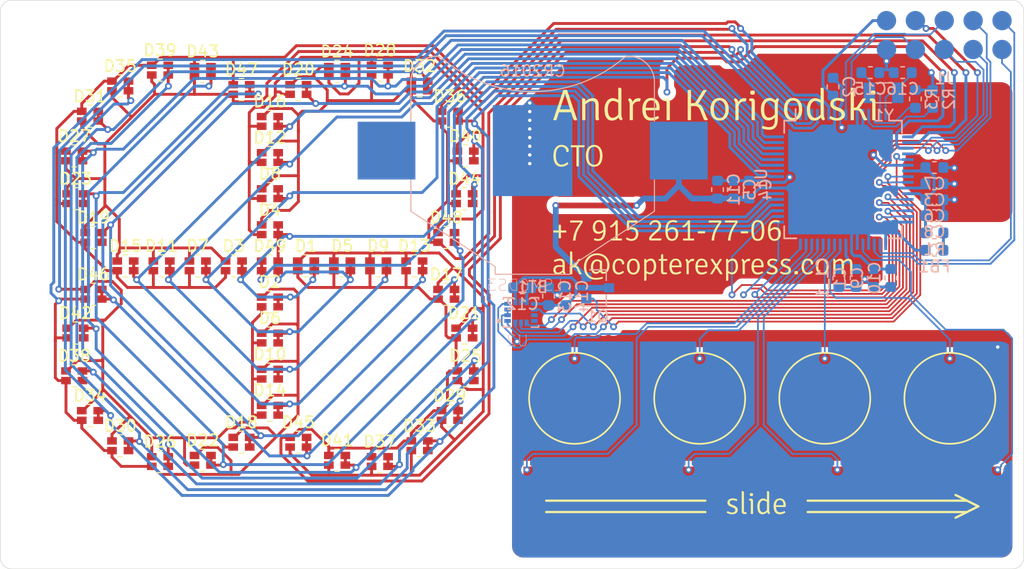
<source format=kicad_pcb>
(kicad_pcb (version 20171130) (host pcbnew 5.0.2+dfsg1-1~bpo9+1)
  (layers (0 F.Cu signal) (31 B.Cu signal) (34 B.Paste user hide) (35 F.Paste user hide) (36 B.SilkS user) (37 F.SilkS user) (38 B.Mask user) (39 F.Mask user) (44 Edge.Cuts user))
  (net 0 "")
  (net 1 LED_K0)
  (net 2 LED_K1)
  (net 3 LED_A0)
  (net 4 LED_K3)
  (net 5 LED_K2)
  (net 6 LED_K4)
  (net 7 LED_K5)
  (net 8 LED_K7)
  (net 9 LED_K6)
  (net 10 LED_K8)
  (net 11 LED_A1)
  (net 12 LED_A2)
  (net 13 LED_A3)
  (net 14 LED_A4)
  (net 15 LED_A5)
  (net 16 LED_A6)
  (net 17 LED_A7)
  (net 18 LED_A8)
  (net 19 VDD)
  (net 20 GND)
  (net 21 N$7)
  (net 22 N$6)
  (net 23 N$13)
  (net 24 N$14)
  (net 25 N$5)
  (net 26 N$19)
  (net 27 N$20)
  (net 28 N$16)
  (net 29 N$15)
  (net 30 N$17)
  (net 31 N$18)
  (net 32 N$12)
  (net 33 N$11)
  (net 34 TOUCH_PAD0)
  (net 35 N$1)
  (net 36 TOUCH_PAD1)
  (net 37 TOUCH_PAD2)
  (net 38 TOUCH_PAD3)
  (net 39 N$21)
  (net 40 N$22)
  (net 41 N$23)
  (net 42 N$8)
  (net 43 N$10)
  (net 44 N$9)
  (net 45 LED_K9)
  (net 46 LED_K10)
  (net 47 LED_K11)
  (net 48 LFXTAL_P)
  (net 49 LFXTAL_N)
  (net 50 IMU_VDD)
  (net 51 N$24)
  (net 52 MCU_AVDD)
  (net 53 N$2)
  (net 54 N$25)
  (module footprints:Text_Slide_Signika_Cu (layer F.Cu) (at 166.5 124.55)
    (fp_text reference svg2mod hide)
    (fp_text value G*** hide)
  )
  (module footprints:TouchPad_D8.0mm (layer F.Cu) (at 183.5 115)
    (fp_text reference TS4 hide)
    (fp_text value TOUCH_PAD)
    (pad 1 smd circle (at 0 0) (size 8 8) (layers F.Cu) (net 38 TOUCH_PAD3))
  )
  (module footprints:TouchPad_D8.0mm (layer F.Cu) (at 172.5 115)
    (fp_text reference TS3 hide)
    (fp_text value TOUCH_PAD)
    (pad 1 smd circle (at 0 0) (size 8 8) (layers F.Cu) (net 37 TOUCH_PAD2))
  )
  (module footprints:TouchPad_D8.0mm (layer F.Cu) (at 161.5 115)
    (fp_text reference TS2 hide)
    (fp_text value TOUCH_PAD)
    (pad 1 smd circle (at 0 0) (size 8 8) (layers F.Cu) (net 36 TOUCH_PAD1))
  )
  (module footprints:TouchPad_D8.0mm (layer F.Cu) (at 150.5 115)
    (fp_text reference TS1 hide)
    (fp_text value TOUCH_PAD)
    (pad 1 smd circle (at 0 0) (size 8 8) (layers F.Cu) (net 34 TOUCH_PAD0))
  )
  (module footprints:BatteryHolder_Keystone_3026_1x2016 (layer B.Cu) (at 146.812 93.218)
    (fp_text reference BT1 (at 0 12) (layer B.SilkS) (effects (justify mirror)))
    (fp_text value Battery_Cell)
    (fp_text user CR2016 (at 0 -7) (layer B.SilkS) (effects (font (thickness 0.125)) (justify mirror)))
    (pad 1 smd rect (at -12.85 0) (size 5.08 5.08) (layers B.Cu B.Paste B.Mask))
    (pad 1 smd rect (at 12.85 0) (size 5.08 5.08) (layers B.Cu B.Paste B.Mask) (net 19 VDD))
    (pad 2 smd rect (at 0 0) (size 7 8) (layers B.Cu B.Mask) (net 20 GND))
  )
  (module footprints:LED_DUAL_0606 (layer F.Cu) (at 123.709 103.351)
    (fp_text reference D49 (at 0 -1.75) (layer F.SilkS))
    (fp_text value LED_Dual_AACC)
    (pad 1 smd rect (at -0.725 -0.425) (size 0.85 0.65) (layers F.Cu F.Paste F.Mask) (net 18 LED_A8))
    (pad 2 smd rect (at -0.725 0.425) (size 0.85 0.65) (layers F.Cu F.Paste F.Mask) (net 18 LED_A8))
    (pad 4 smd rect (at 0.725 0.425) (size 0.85 0.65) (layers F.Cu F.Paste F.Mask) (net 2 LED_K1))
    (pad 3 smd rect (at 0.725 -0.425) (size 0.85 0.65) (layers F.Cu F.Paste F.Mask) (net 1 LED_K0))
  )
  (module footprints:LED_DUAL_0606 (layer F.Cu) (at 139.217852 100.851333)
    (fp_text reference D48 (at 0 -1.75) (layer F.SilkS))
    (fp_text value LED_Dual_AACC)
    (pad 1 smd rect (at -0.725 -0.425) (size 0.85 0.65) (layers F.Cu F.Paste F.Mask) (net 17 LED_A7))
    (pad 2 smd rect (at -0.725 0.425) (size 0.85 0.65) (layers F.Cu F.Paste F.Mask) (net 16 LED_A6))
    (pad 4 smd rect (at 0.725 0.425) (size 0.85 0.65) (layers F.Cu F.Paste F.Mask) (net 47 LED_K11))
    (pad 3 smd rect (at 0.725 -0.425) (size 0.85 0.65) (layers F.Cu F.Paste F.Mask) (net 47 LED_K11))
  )
  (module footprints:LED_DUAL_0606 (layer F.Cu) (at 121.209333 87.842147)
    (fp_text reference D47 (at 0 -1.75) (layer F.SilkS))
    (fp_text value LED_Dual_AACC)
    (pad 1 smd rect (at -0.725 -0.425) (size 0.85 0.65) (layers F.Cu F.Paste F.Mask) (net 15 LED_A5))
    (pad 2 smd rect (at -0.725 0.425) (size 0.85 0.65) (layers F.Cu F.Paste F.Mask) (net 14 LED_A4))
    (pad 4 smd rect (at 0.725 0.425) (size 0.85 0.65) (layers F.Cu F.Paste F.Mask) (net 47 LED_K11))
    (pad 3 smd rect (at 0.725 -0.425) (size 0.85 0.65) (layers F.Cu F.Paste F.Mask) (net 47 LED_K11))
  )
  (module footprints:LED_DUAL_0606 (layer F.Cu) (at 108.200147 105.850666)
    (fp_text reference D46 (at 0 -1.75) (layer F.SilkS))
    (fp_text value LED_Dual_AACC)
    (pad 1 smd rect (at -0.725 -0.425) (size 0.85 0.65) (layers F.Cu F.Paste F.Mask) (net 13 LED_A3))
    (pad 2 smd rect (at -0.725 0.425) (size 0.85 0.65) (layers F.Cu F.Paste F.Mask) (net 12 LED_A2))
    (pad 4 smd rect (at 0.725 0.425) (size 0.85 0.65) (layers F.Cu F.Paste F.Mask) (net 47 LED_K11))
    (pad 3 smd rect (at 0.725 -0.425) (size 0.85 0.65) (layers F.Cu F.Paste F.Mask) (net 47 LED_K11))
  )
  (module footprints:LED_DUAL_0606 (layer F.Cu) (at 126.208666 118.859852)
    (fp_text reference D45 (at 0 -1.75) (layer F.SilkS))
    (fp_text value LED_Dual_AACC)
    (pad 1 smd rect (at -0.725 -0.425) (size 0.85 0.65) (layers F.Cu F.Paste F.Mask) (net 11 LED_A1))
    (pad 2 smd rect (at -0.725 0.425) (size 0.85 0.65) (layers F.Cu F.Paste F.Mask) (net 3 LED_A0))
    (pad 4 smd rect (at 0.725 0.425) (size 0.85 0.65) (layers F.Cu F.Paste F.Mask) (net 47 LED_K11))
    (pad 3 smd rect (at 0.725 -0.425) (size 0.85 0.65) (layers F.Cu F.Paste F.Mask) (net 47 LED_K11))
  )
  (module footprints:LED_DUAL_0606 (layer F.Cu) (at 140.806919 97.443568)
    (fp_text reference D44 (at 0 -1.75) (layer F.SilkS))
    (fp_text value LED_Dual_AACC)
    (pad 1 smd rect (at -0.725 -0.425) (size 0.85 0.65) (layers F.Cu F.Paste F.Mask) (net 17 LED_A7))
    (pad 2 smd rect (at -0.725 0.425) (size 0.85 0.65) (layers F.Cu F.Paste F.Mask) (net 16 LED_A6))
    (pad 4 smd rect (at 0.725 0.425) (size 0.85 0.65) (layers F.Cu F.Paste F.Mask) (net 46 LED_K10))
    (pad 3 smd rect (at 0.725 -0.425) (size 0.85 0.65) (layers F.Cu F.Paste F.Mask) (net 46 LED_K10))
  )
  (module footprints:LED_DUAL_0606 (layer F.Cu) (at 117.801568 86.25308)
    (fp_text reference D43 (at 0 -1.75) (layer F.SilkS))
    (fp_text value LED_Dual_AACC)
    (pad 1 smd rect (at -0.725 -0.425) (size 0.85 0.65) (layers F.Cu F.Paste F.Mask) (net 15 LED_A5))
    (pad 2 smd rect (at -0.725 0.425) (size 0.85 0.65) (layers F.Cu F.Paste F.Mask) (net 14 LED_A4))
    (pad 4 smd rect (at 0.725 0.425) (size 0.85 0.65) (layers F.Cu F.Paste F.Mask) (net 46 LED_K10))
    (pad 3 smd rect (at 0.725 -0.425) (size 0.85 0.65) (layers F.Cu F.Paste F.Mask) (net 46 LED_K10))
  )
  (module footprints:LED_DUAL_0606 (layer F.Cu) (at 106.61108 109.258431)
    (fp_text reference D42 (at 0 -1.75) (layer F.SilkS))
    (fp_text value LED_Dual_AACC)
    (pad 1 smd rect (at -0.725 -0.425) (size 0.85 0.65) (layers F.Cu F.Paste F.Mask) (net 13 LED_A3))
    (pad 2 smd rect (at -0.725 0.425) (size 0.85 0.65) (layers F.Cu F.Paste F.Mask) (net 12 LED_A2))
    (pad 4 smd rect (at 0.725 0.425) (size 0.85 0.65) (layers F.Cu F.Paste F.Mask) (net 46 LED_K10))
    (pad 3 smd rect (at 0.725 -0.425) (size 0.85 0.65) (layers F.Cu F.Paste F.Mask) (net 46 LED_K10))
  )
  (module footprints:LED_DUAL_0606 (layer F.Cu) (at 129.616431 120.448919)
    (fp_text reference D41 (at 0 -1.75) (layer F.SilkS))
    (fp_text value LED_Dual_AACC)
    (pad 1 smd rect (at -0.725 -0.425) (size 0.85 0.65) (layers F.Cu F.Paste F.Mask) (net 11 LED_A1))
    (pad 2 smd rect (at -0.725 0.425) (size 0.85 0.65) (layers F.Cu F.Paste F.Mask) (net 3 LED_A0))
    (pad 4 smd rect (at 0.725 0.425) (size 0.85 0.65) (layers F.Cu F.Paste F.Mask) (net 46 LED_K10))
    (pad 3 smd rect (at 0.725 -0.425) (size 0.85 0.65) (layers F.Cu F.Paste F.Mask) (net 46 LED_K10))
  )
  (module footprints:LED_DUAL_0606 (layer F.Cu) (at 140.916279 93.685107)
    (fp_text reference D40 (at 0 -1.75) (layer F.SilkS))
    (fp_text value LED_Dual_AACC)
    (pad 1 smd rect (at -0.725 -0.425) (size 0.85 0.65) (layers F.Cu F.Paste F.Mask) (net 17 LED_A7))
    (pad 2 smd rect (at -0.725 0.425) (size 0.85 0.65) (layers F.Cu F.Paste F.Mask) (net 16 LED_A6))
    (pad 4 smd rect (at 0.725 0.425) (size 0.85 0.65) (layers F.Cu F.Paste F.Mask) (net 45 LED_K9))
    (pad 3 smd rect (at 0.725 -0.425) (size 0.85 0.65) (layers F.Cu F.Paste F.Mask) (net 45 LED_K9))
  )
  (module footprints:LED_DUAL_0606 (layer F.Cu) (at 114.043107 86.14372)
    (fp_text reference D39 (at 0 -1.75) (layer F.SilkS))
    (fp_text value LED_Dual_AACC)
    (pad 1 smd rect (at -0.725 -0.425) (size 0.85 0.65) (layers F.Cu F.Paste F.Mask) (net 15 LED_A5))
    (pad 2 smd rect (at -0.725 0.425) (size 0.85 0.65) (layers F.Cu F.Paste F.Mask) (net 14 LED_A4))
    (pad 4 smd rect (at 0.725 0.425) (size 0.85 0.65) (layers F.Cu F.Paste F.Mask) (net 45 LED_K9))
    (pad 3 smd rect (at 0.725 -0.425) (size 0.85 0.65) (layers F.Cu F.Paste F.Mask) (net 45 LED_K9))
  )
  (module footprints:LED_DUAL_0606 (layer F.Cu) (at 106.50172 113.016892)
    (fp_text reference D38 (at 0 -1.75) (layer F.SilkS))
    (fp_text value LED_Dual_AACC)
    (pad 1 smd rect (at -0.725 -0.425) (size 0.85 0.65) (layers F.Cu F.Paste F.Mask) (net 13 LED_A3))
    (pad 2 smd rect (at -0.725 0.425) (size 0.85 0.65) (layers F.Cu F.Paste F.Mask) (net 12 LED_A2))
    (pad 4 smd rect (at 0.725 0.425) (size 0.85 0.65) (layers F.Cu F.Paste F.Mask) (net 45 LED_K9))
    (pad 3 smd rect (at 0.725 -0.425) (size 0.85 0.65) (layers F.Cu F.Paste F.Mask) (net 45 LED_K9))
  )
  (module footprints:LED_DUAL_0606 (layer F.Cu) (at 133.374892 120.558279)
    (fp_text reference D37 (at 0 -1.75) (layer F.SilkS))
    (fp_text value LED_Dual_AACC)
    (pad 1 smd rect (at -0.725 -0.425) (size 0.85 0.65) (layers F.Cu F.Paste F.Mask) (net 11 LED_A1))
    (pad 2 smd rect (at -0.725 0.425) (size 0.85 0.65) (layers F.Cu F.Paste F.Mask) (net 3 LED_A0))
    (pad 4 smd rect (at 0.725 0.425) (size 0.85 0.65) (layers F.Cu F.Paste F.Mask) (net 45 LED_K9))
    (pad 3 smd rect (at 0.725 -0.425) (size 0.85 0.65) (layers F.Cu F.Paste F.Mask) (net 45 LED_K9))
  )
  (module footprints:LED_DUAL_0606 (layer F.Cu) (at 139.528045 90.190712)
    (fp_text reference D36 (at 0 -1.75) (layer F.SilkS))
    (fp_text value LED_Dual_AACC)
    (pad 1 smd rect (at -0.725 -0.425) (size 0.85 0.65) (layers F.Cu F.Paste F.Mask) (net 17 LED_A7))
    (pad 2 smd rect (at -0.725 0.425) (size 0.85 0.65) (layers F.Cu F.Paste F.Mask) (net 16 LED_A6))
    (pad 4 smd rect (at 0.725 0.425) (size 0.85 0.65) (layers F.Cu F.Paste F.Mask) (net 10 LED_K8))
    (pad 3 smd rect (at 0.725 -0.425) (size 0.85 0.65) (layers F.Cu F.Paste F.Mask) (net 10 LED_K8))
  )
  (module footprints:LED_DUAL_0606 (layer F.Cu) (at 110.548712 87.531954)
    (fp_text reference D35 (at 0 -1.75) (layer F.SilkS))
    (fp_text value LED_Dual_AACC)
    (pad 1 smd rect (at -0.725 -0.425) (size 0.85 0.65) (layers F.Cu F.Paste F.Mask) (net 15 LED_A5))
    (pad 2 smd rect (at -0.725 0.425) (size 0.85 0.65) (layers F.Cu F.Paste F.Mask) (net 14 LED_A4))
    (pad 4 smd rect (at 0.725 0.425) (size 0.85 0.65) (layers F.Cu F.Paste F.Mask) (net 10 LED_K8))
    (pad 3 smd rect (at 0.725 -0.425) (size 0.85 0.65) (layers F.Cu F.Paste F.Mask) (net 10 LED_K8))
  )
  (module footprints:LED_DUAL_0606 (layer F.Cu) (at 107.889954 116.511287)
    (fp_text reference D34 (at 0 -1.75) (layer F.SilkS))
    (fp_text value LED_Dual_AACC)
    (pad 1 smd rect (at -0.725 -0.425) (size 0.85 0.65) (layers F.Cu F.Paste F.Mask) (net 13 LED_A3))
    (pad 2 smd rect (at -0.725 0.425) (size 0.85 0.65) (layers F.Cu F.Paste F.Mask) (net 12 LED_A2))
    (pad 4 smd rect (at 0.725 0.425) (size 0.85 0.65) (layers F.Cu F.Paste F.Mask) (net 10 LED_K8))
    (pad 3 smd rect (at 0.725 -0.425) (size 0.85 0.65) (layers F.Cu F.Paste F.Mask) (net 10 LED_K8))
  )
  (module footprints:LED_DUAL_0606 (layer F.Cu) (at 136.869287 119.170045)
    (fp_text reference D33 (at 0 -1.75) (layer F.SilkS))
    (fp_text value LED_Dual_AACC)
    (pad 1 smd rect (at -0.725 -0.425) (size 0.85 0.65) (layers F.Cu F.Paste F.Mask) (net 11 LED_A1))
    (pad 2 smd rect (at -0.725 0.425) (size 0.85 0.65) (layers F.Cu F.Paste F.Mask) (net 3 LED_A0))
    (pad 4 smd rect (at 0.725 0.425) (size 0.85 0.65) (layers F.Cu F.Paste F.Mask) (net 10 LED_K8))
    (pad 3 smd rect (at 0.725 -0.425) (size 0.85 0.65) (layers F.Cu F.Paste F.Mask) (net 10 LED_K8))
  )
  (module footprints:LED_DUAL_0606 (layer F.Cu) (at 136.869287 87.531954)
    (fp_text reference D32 (at 0 -1.75) (layer F.SilkS))
    (fp_text value LED_Dual_AACC)
    (pad 1 smd rect (at -0.725 -0.425) (size 0.85 0.65) (layers F.Cu F.Paste F.Mask) (net 17 LED_A7))
    (pad 2 smd rect (at -0.725 0.425) (size 0.85 0.65) (layers F.Cu F.Paste F.Mask) (net 16 LED_A6))
    (pad 4 smd rect (at 0.725 0.425) (size 0.85 0.65) (layers F.Cu F.Paste F.Mask) (net 8 LED_K7))
    (pad 3 smd rect (at 0.725 -0.425) (size 0.85 0.65) (layers F.Cu F.Paste F.Mask) (net 8 LED_K7))
  )
  (module footprints:LED_DUAL_0606 (layer F.Cu) (at 107.889954 90.190712)
    (fp_text reference D31 (at 0 -1.75) (layer F.SilkS))
    (fp_text value LED_Dual_AACC)
    (pad 1 smd rect (at -0.725 -0.425) (size 0.85 0.65) (layers F.Cu F.Paste F.Mask) (net 15 LED_A5))
    (pad 2 smd rect (at -0.725 0.425) (size 0.85 0.65) (layers F.Cu F.Paste F.Mask) (net 14 LED_A4))
    (pad 4 smd rect (at 0.725 0.425) (size 0.85 0.65) (layers F.Cu F.Paste F.Mask) (net 8 LED_K7))
    (pad 3 smd rect (at 0.725 -0.425) (size 0.85 0.65) (layers F.Cu F.Paste F.Mask) (net 8 LED_K7))
  )
  (module footprints:LED_DUAL_0606 (layer F.Cu) (at 110.548712 119.170045)
    (fp_text reference D30 (at 0 -1.75) (layer F.SilkS))
    (fp_text value LED_Dual_AACC)
    (pad 1 smd rect (at -0.725 -0.425) (size 0.85 0.65) (layers F.Cu F.Paste F.Mask) (net 13 LED_A3))
    (pad 2 smd rect (at -0.725 0.425) (size 0.85 0.65) (layers F.Cu F.Paste F.Mask) (net 12 LED_A2))
    (pad 4 smd rect (at 0.725 0.425) (size 0.85 0.65) (layers F.Cu F.Paste F.Mask) (net 8 LED_K7))
    (pad 3 smd rect (at 0.725 -0.425) (size 0.85 0.65) (layers F.Cu F.Paste F.Mask) (net 8 LED_K7))
  )
  (module footprints:LED_DUAL_0606 (layer F.Cu) (at 139.528045 116.511287)
    (fp_text reference D29 (at 0 -1.75) (layer F.SilkS))
    (fp_text value LED_Dual_AACC)
    (pad 1 smd rect (at -0.725 -0.425) (size 0.85 0.65) (layers F.Cu F.Paste F.Mask) (net 11 LED_A1))
    (pad 2 smd rect (at -0.725 0.425) (size 0.85 0.65) (layers F.Cu F.Paste F.Mask) (net 3 LED_A0))
    (pad 4 smd rect (at 0.725 0.425) (size 0.85 0.65) (layers F.Cu F.Paste F.Mask) (net 8 LED_K7))
    (pad 3 smd rect (at 0.725 -0.425) (size 0.85 0.65) (layers F.Cu F.Paste F.Mask) (net 8 LED_K7))
  )
  (module footprints:LED_DUAL_0606 (layer F.Cu) (at 133.374892 86.14372)
    (fp_text reference D28 (at 0 -1.75) (layer F.SilkS))
    (fp_text value LED_Dual_AACC)
    (pad 1 smd rect (at -0.725 -0.425) (size 0.85 0.65) (layers F.Cu F.Paste F.Mask) (net 17 LED_A7))
    (pad 2 smd rect (at -0.725 0.425) (size 0.85 0.65) (layers F.Cu F.Paste F.Mask) (net 16 LED_A6))
    (pad 4 smd rect (at 0.725 0.425) (size 0.85 0.65) (layers F.Cu F.Paste F.Mask) (net 9 LED_K6))
    (pad 3 smd rect (at 0.725 -0.425) (size 0.85 0.65) (layers F.Cu F.Paste F.Mask) (net 9 LED_K6))
  )
  (module footprints:LED_DUAL_0606 (layer F.Cu) (at 106.50172 93.685107)
    (fp_text reference D27 (at 0 -1.75) (layer F.SilkS))
    (fp_text value LED_Dual_AACC)
    (pad 1 smd rect (at -0.725 -0.425) (size 0.85 0.65) (layers F.Cu F.Paste F.Mask) (net 15 LED_A5))
    (pad 2 smd rect (at -0.725 0.425) (size 0.85 0.65) (layers F.Cu F.Paste F.Mask) (net 14 LED_A4))
    (pad 4 smd rect (at 0.725 0.425) (size 0.85 0.65) (layers F.Cu F.Paste F.Mask) (net 9 LED_K6))
    (pad 3 smd rect (at 0.725 -0.425) (size 0.85 0.65) (layers F.Cu F.Paste F.Mask) (net 9 LED_K6))
  )
  (module footprints:LED_DUAL_0606 (layer F.Cu) (at 114.043107 120.558279)
    (fp_text reference D26 (at 0 -1.75) (layer F.SilkS))
    (fp_text value LED_Dual_AACC)
    (pad 1 smd rect (at -0.725 -0.425) (size 0.85 0.65) (layers F.Cu F.Paste F.Mask) (net 13 LED_A3))
    (pad 2 smd rect (at -0.725 0.425) (size 0.85 0.65) (layers F.Cu F.Paste F.Mask) (net 12 LED_A2))
    (pad 4 smd rect (at 0.725 0.425) (size 0.85 0.65) (layers F.Cu F.Paste F.Mask) (net 9 LED_K6))
    (pad 3 smd rect (at 0.725 -0.425) (size 0.85 0.65) (layers F.Cu F.Paste F.Mask) (net 9 LED_K6))
  )
  (module footprints:LED_DUAL_0606 (layer F.Cu) (at 140.916279 113.016892)
    (fp_text reference D25 (at 0 -1.75) (layer F.SilkS))
    (fp_text value LED_Dual_AACC)
    (pad 1 smd rect (at -0.725 -0.425) (size 0.85 0.65) (layers F.Cu F.Paste F.Mask) (net 11 LED_A1))
    (pad 2 smd rect (at -0.725 0.425) (size 0.85 0.65) (layers F.Cu F.Paste F.Mask) (net 3 LED_A0))
    (pad 4 smd rect (at 0.725 0.425) (size 0.85 0.65) (layers F.Cu F.Paste F.Mask) (net 9 LED_K6))
    (pad 3 smd rect (at 0.725 -0.425) (size 0.85 0.65) (layers F.Cu F.Paste F.Mask) (net 9 LED_K6))
  )
  (module footprints:LED_DUAL_0606 (layer F.Cu) (at 129.616431 86.25308)
    (fp_text reference D24 (at 0 -1.75) (layer F.SilkS))
    (fp_text value LED_Dual_AACC)
    (pad 1 smd rect (at -0.725 -0.425) (size 0.85 0.65) (layers F.Cu F.Paste F.Mask) (net 16 LED_A6))
    (pad 2 smd rect (at -0.725 0.425) (size 0.85 0.65) (layers F.Cu F.Paste F.Mask) (net 17 LED_A7))
    (pad 4 smd rect (at 0.725 0.425) (size 0.85 0.65) (layers F.Cu F.Paste F.Mask) (net 7 LED_K5))
    (pad 3 smd rect (at 0.725 -0.425) (size 0.85 0.65) (layers F.Cu F.Paste F.Mask) (net 7 LED_K5))
  )
  (module footprints:LED_DUAL_0606 (layer F.Cu) (at 106.61108 97.443568)
    (fp_text reference D23 (at 0 -1.75) (layer F.SilkS))
    (fp_text value LED_Dual_AACC)
    (pad 1 smd rect (at -0.725 -0.425) (size 0.85 0.65) (layers F.Cu F.Paste F.Mask) (net 14 LED_A4))
    (pad 2 smd rect (at -0.725 0.425) (size 0.85 0.65) (layers F.Cu F.Paste F.Mask) (net 15 LED_A5))
    (pad 4 smd rect (at 0.725 0.425) (size 0.85 0.65) (layers F.Cu F.Paste F.Mask) (net 7 LED_K5))
    (pad 3 smd rect (at 0.725 -0.425) (size 0.85 0.65) (layers F.Cu F.Paste F.Mask) (net 7 LED_K5))
  )
  (module footprints:LED_DUAL_0606 (layer F.Cu) (at 117.801568 120.448919)
    (fp_text reference D22 (at 0 -1.75) (layer F.SilkS))
    (fp_text value LED_Dual_AACC)
    (pad 1 smd rect (at -0.725 -0.425) (size 0.85 0.65) (layers F.Cu F.Paste F.Mask) (net 12 LED_A2))
    (pad 2 smd rect (at -0.725 0.425) (size 0.85 0.65) (layers F.Cu F.Paste F.Mask) (net 13 LED_A3))
    (pad 4 smd rect (at 0.725 0.425) (size 0.85 0.65) (layers F.Cu F.Paste F.Mask) (net 7 LED_K5))
    (pad 3 smd rect (at 0.725 -0.425) (size 0.85 0.65) (layers F.Cu F.Paste F.Mask) (net 7 LED_K5))
  )
  (module footprints:LED_DUAL_0606 (layer F.Cu) (at 140.806919 109.258431)
    (fp_text reference D21 (at 0 -1.75) (layer F.SilkS))
    (fp_text value LED_Dual_AACC)
    (pad 1 smd rect (at -0.725 -0.425) (size 0.85 0.65) (layers F.Cu F.Paste F.Mask) (net 3 LED_A0))
    (pad 2 smd rect (at -0.725 0.425) (size 0.85 0.65) (layers F.Cu F.Paste F.Mask) (net 11 LED_A1))
    (pad 4 smd rect (at 0.725 0.425) (size 0.85 0.65) (layers F.Cu F.Paste F.Mask) (net 7 LED_K5))
    (pad 3 smd rect (at 0.725 -0.425) (size 0.85 0.65) (layers F.Cu F.Paste F.Mask) (net 7 LED_K5))
  )
  (module footprints:LED_DUAL_0606 (layer F.Cu) (at 126.208666 87.842147)
    (fp_text reference D20 (at 0 -1.75) (layer F.SilkS))
    (fp_text value LED_Dual_AACC)
    (pad 1 smd rect (at -0.725 -0.425) (size 0.85 0.65) (layers F.Cu F.Paste F.Mask) (net 16 LED_A6))
    (pad 2 smd rect (at -0.725 0.425) (size 0.85 0.65) (layers F.Cu F.Paste F.Mask) (net 17 LED_A7))
    (pad 4 smd rect (at 0.725 0.425) (size 0.85 0.65) (layers F.Cu F.Paste F.Mask) (net 6 LED_K4))
    (pad 3 smd rect (at 0.725 -0.425) (size 0.85 0.65) (layers F.Cu F.Paste F.Mask) (net 6 LED_K4))
  )
  (module footprints:LED_DUAL_0606 (layer F.Cu) (at 108.200147 100.851333)
    (fp_text reference D19 (at 0 -1.75) (layer F.SilkS))
    (fp_text value LED_Dual_AACC)
    (pad 1 smd rect (at -0.725 -0.425) (size 0.85 0.65) (layers F.Cu F.Paste F.Mask) (net 14 LED_A4))
    (pad 2 smd rect (at -0.725 0.425) (size 0.85 0.65) (layers F.Cu F.Paste F.Mask) (net 15 LED_A5))
    (pad 4 smd rect (at 0.725 0.425) (size 0.85 0.65) (layers F.Cu F.Paste F.Mask) (net 6 LED_K4))
    (pad 3 smd rect (at 0.725 -0.425) (size 0.85 0.65) (layers F.Cu F.Paste F.Mask) (net 6 LED_K4))
  )
  (module footprints:LED_DUAL_0606 (layer F.Cu) (at 121.209333 118.859852)
    (fp_text reference D18 (at 0 -1.75) (layer F.SilkS))
    (fp_text value LED_Dual_AACC)
    (pad 1 smd rect (at -0.725 -0.425) (size 0.85 0.65) (layers F.Cu F.Paste F.Mask) (net 12 LED_A2))
    (pad 2 smd rect (at -0.725 0.425) (size 0.85 0.65) (layers F.Cu F.Paste F.Mask) (net 13 LED_A3))
    (pad 4 smd rect (at 0.725 0.425) (size 0.85 0.65) (layers F.Cu F.Paste F.Mask) (net 6 LED_K4))
    (pad 3 smd rect (at 0.725 -0.425) (size 0.85 0.65) (layers F.Cu F.Paste F.Mask) (net 6 LED_K4))
  )
  (module footprints:LED_DUAL_0606 (layer F.Cu) (at 139.217852 105.850666)
    (fp_text reference D17 (at 0 -1.75) (layer F.SilkS))
    (fp_text value LED_Dual_AACC)
    (pad 1 smd rect (at -0.725 -0.425) (size 0.85 0.65) (layers F.Cu F.Paste F.Mask) (net 3 LED_A0))
    (pad 2 smd rect (at -0.725 0.425) (size 0.85 0.65) (layers F.Cu F.Paste F.Mask) (net 11 LED_A1))
    (pad 4 smd rect (at 0.725 0.425) (size 0.85 0.65) (layers F.Cu F.Paste F.Mask) (net 6 LED_K4))
    (pad 3 smd rect (at 0.725 -0.425) (size 0.85 0.65) (layers F.Cu F.Paste F.Mask) (net 6 LED_K4))
  )
  (module footprints:LED_DUAL_0606 (layer F.Cu) (at 123.709 90.651)
    (fp_text reference D16 (at 0 -1.75) (layer F.SilkS))
    (fp_text value LED_Dual_AACC)
    (pad 1 smd rect (at -0.725 -0.425) (size 0.85 0.65) (layers F.Cu F.Paste F.Mask) (net 16 LED_A6))
    (pad 2 smd rect (at -0.725 0.425) (size 0.85 0.65) (layers F.Cu F.Paste F.Mask) (net 17 LED_A7))
    (pad 4 smd rect (at 0.725 0.425) (size 0.85 0.65) (layers F.Cu F.Paste F.Mask) (net 4 LED_K3))
    (pad 3 smd rect (at 0.725 -0.425) (size 0.85 0.65) (layers F.Cu F.Paste F.Mask) (net 4 LED_K3))
  )
  (module footprints:LED_DUAL_0606 (layer F.Cu) (at 111.009 103.351)
    (fp_text reference D15 (at 0 -1.75) (layer F.SilkS))
    (fp_text value LED_Dual_AACC)
    (pad 1 smd rect (at -0.725 -0.425) (size 0.85 0.65) (layers F.Cu F.Paste F.Mask) (net 14 LED_A4))
    (pad 2 smd rect (at -0.725 0.425) (size 0.85 0.65) (layers F.Cu F.Paste F.Mask) (net 15 LED_A5))
    (pad 4 smd rect (at 0.725 0.425) (size 0.85 0.65) (layers F.Cu F.Paste F.Mask) (net 4 LED_K3))
    (pad 3 smd rect (at 0.725 -0.425) (size 0.85 0.65) (layers F.Cu F.Paste F.Mask) (net 4 LED_K3))
  )
  (module footprints:LED_DUAL_0606 (layer F.Cu) (at 123.709 116.051)
    (fp_text reference D14 (at 0 -1.75) (layer F.SilkS))
    (fp_text value LED_Dual_AACC)
    (pad 1 smd rect (at -0.725 -0.425) (size 0.85 0.65) (layers F.Cu F.Paste F.Mask) (net 12 LED_A2))
    (pad 2 smd rect (at -0.725 0.425) (size 0.85 0.65) (layers F.Cu F.Paste F.Mask) (net 13 LED_A3))
    (pad 4 smd rect (at 0.725 0.425) (size 0.85 0.65) (layers F.Cu F.Paste F.Mask) (net 4 LED_K3))
    (pad 3 smd rect (at 0.725 -0.425) (size 0.85 0.65) (layers F.Cu F.Paste F.Mask) (net 4 LED_K3))
  )
  (module footprints:LED_DUAL_0606 (layer F.Cu) (at 136.409 103.351)
    (fp_text reference D13 (at 0 -1.75) (layer F.SilkS))
    (fp_text value LED_Dual_AACC)
    (pad 1 smd rect (at -0.725 -0.425) (size 0.85 0.65) (layers F.Cu F.Paste F.Mask) (net 3 LED_A0))
    (pad 2 smd rect (at -0.725 0.425) (size 0.85 0.65) (layers F.Cu F.Paste F.Mask) (net 11 LED_A1))
    (pad 4 smd rect (at 0.725 0.425) (size 0.85 0.65) (layers F.Cu F.Paste F.Mask) (net 4 LED_K3))
    (pad 3 smd rect (at 0.725 -0.425) (size 0.85 0.65) (layers F.Cu F.Paste F.Mask) (net 4 LED_K3))
  )
  (module footprints:LED_DUAL_0606 (layer F.Cu) (at 123.709 93.826)
    (fp_text reference D12 (at 0 -1.75) (layer F.SilkS))
    (fp_text value LED_Dual_AACC)
    (pad 1 smd rect (at -0.725 -0.425) (size 0.85 0.65) (layers F.Cu F.Paste F.Mask) (net 16 LED_A6))
    (pad 2 smd rect (at -0.725 0.425) (size 0.85 0.65) (layers F.Cu F.Paste F.Mask) (net 17 LED_A7))
    (pad 4 smd rect (at 0.725 0.425) (size 0.85 0.65) (layers F.Cu F.Paste F.Mask) (net 5 LED_K2))
    (pad 3 smd rect (at 0.725 -0.425) (size 0.85 0.65) (layers F.Cu F.Paste F.Mask) (net 5 LED_K2))
  )
  (module footprints:LED_DUAL_0606 (layer F.Cu) (at 114.184 103.351)
    (fp_text reference D11 (at 0 -1.75) (layer F.SilkS))
    (fp_text value LED_Dual_AACC)
    (pad 1 smd rect (at -0.725 -0.425) (size 0.85 0.65) (layers F.Cu F.Paste F.Mask) (net 14 LED_A4))
    (pad 2 smd rect (at -0.725 0.425) (size 0.85 0.65) (layers F.Cu F.Paste F.Mask) (net 15 LED_A5))
    (pad 4 smd rect (at 0.725 0.425) (size 0.85 0.65) (layers F.Cu F.Paste F.Mask) (net 5 LED_K2))
    (pad 3 smd rect (at 0.725 -0.425) (size 0.85 0.65) (layers F.Cu F.Paste F.Mask) (net 5 LED_K2))
  )
  (module footprints:LED_DUAL_0606 (layer F.Cu) (at 123.709 112.875999)
    (fp_text reference D10 (at 0 -1.75) (layer F.SilkS))
    (fp_text value LED_Dual_AACC)
    (pad 1 smd rect (at -0.725 -0.425) (size 0.85 0.65) (layers F.Cu F.Paste F.Mask) (net 12 LED_A2))
    (pad 2 smd rect (at -0.725 0.425) (size 0.85 0.65) (layers F.Cu F.Paste F.Mask) (net 13 LED_A3))
    (pad 4 smd rect (at 0.725 0.425) (size 0.85 0.65) (layers F.Cu F.Paste F.Mask) (net 5 LED_K2))
    (pad 3 smd rect (at 0.725 -0.425) (size 0.85 0.65) (layers F.Cu F.Paste F.Mask) (net 5 LED_K2))
  )
  (module footprints:LED_DUAL_0606 (layer F.Cu) (at 133.234 103.351)
    (fp_text reference D9 (at 0 -1.75) (layer F.SilkS))
    (fp_text value LED_Dual_AACC)
    (pad 1 smd rect (at -0.725 -0.425) (size 0.85 0.65) (layers F.Cu F.Paste F.Mask) (net 3 LED_A0))
    (pad 2 smd rect (at -0.725 0.425) (size 0.85 0.65) (layers F.Cu F.Paste F.Mask) (net 11 LED_A1))
    (pad 4 smd rect (at 0.725 0.425) (size 0.85 0.65) (layers F.Cu F.Paste F.Mask) (net 5 LED_K2))
    (pad 3 smd rect (at 0.725 -0.425) (size 0.85 0.65) (layers F.Cu F.Paste F.Mask) (net 5 LED_K2))
  )
  (module footprints:LED_DUAL_0606 (layer F.Cu) (at 123.709 97.001)
    (fp_text reference D8 (at 0 -1.75) (layer F.SilkS))
    (fp_text value LED_Dual_AACC)
    (pad 1 smd rect (at -0.725 -0.425) (size 0.85 0.65) (layers F.Cu F.Paste F.Mask) (net 16 LED_A6))
    (pad 2 smd rect (at -0.725 0.425) (size 0.85 0.65) (layers F.Cu F.Paste F.Mask) (net 17 LED_A7))
    (pad 4 smd rect (at 0.725 0.425) (size 0.85 0.65) (layers F.Cu F.Paste F.Mask) (net 2 LED_K1))
    (pad 3 smd rect (at 0.725 -0.425) (size 0.85 0.65) (layers F.Cu F.Paste F.Mask) (net 2 LED_K1))
  )
  (module footprints:LED_DUAL_0606 (layer F.Cu) (at 117.359 103.351)
    (fp_text reference D7 (at 0 -1.75) (layer F.SilkS))
    (fp_text value LED_Dual_AACC)
    (pad 1 smd rect (at -0.725 -0.425) (size 0.85 0.65) (layers F.Cu F.Paste F.Mask) (net 14 LED_A4))
    (pad 2 smd rect (at -0.725 0.425) (size 0.85 0.65) (layers F.Cu F.Paste F.Mask) (net 15 LED_A5))
    (pad 4 smd rect (at 0.725 0.425) (size 0.85 0.65) (layers F.Cu F.Paste F.Mask) (net 2 LED_K1))
    (pad 3 smd rect (at 0.725 -0.425) (size 0.85 0.65) (layers F.Cu F.Paste F.Mask) (net 2 LED_K1))
  )
  (module footprints:LED_DUAL_0606 (layer F.Cu) (at 123.709 109.701)
    (fp_text reference D6 (at 0 -1.75) (layer F.SilkS))
    (fp_text value LED_Dual_AACC)
    (pad 1 smd rect (at -0.725 -0.425) (size 0.85 0.65) (layers F.Cu F.Paste F.Mask) (net 12 LED_A2))
    (pad 2 smd rect (at -0.725 0.425) (size 0.85 0.65) (layers F.Cu F.Paste F.Mask) (net 13 LED_A3))
    (pad 4 smd rect (at 0.725 0.425) (size 0.85 0.65) (layers F.Cu F.Paste F.Mask) (net 2 LED_K1))
    (pad 3 smd rect (at 0.725 -0.425) (size 0.85 0.65) (layers F.Cu F.Paste F.Mask) (net 2 LED_K1))
  )
  (module footprints:LED_DUAL_0606 (layer F.Cu) (at 130.059 103.351)
    (fp_text reference D5 (at 0 -1.75) (layer F.SilkS))
    (fp_text value LED_Dual_AACC)
    (pad 1 smd rect (at -0.725 -0.425) (size 0.85 0.65) (layers F.Cu F.Paste F.Mask) (net 3 LED_A0))
    (pad 2 smd rect (at -0.725 0.425) (size 0.85 0.65) (layers F.Cu F.Paste F.Mask) (net 11 LED_A1))
    (pad 4 smd rect (at 0.725 0.425) (size 0.85 0.65) (layers F.Cu F.Paste F.Mask) (net 2 LED_K1))
    (pad 3 smd rect (at 0.725 -0.425) (size 0.85 0.65) (layers F.Cu F.Paste F.Mask) (net 2 LED_K1))
  )
  (module footprints:LED_DUAL_0606 (layer F.Cu) (at 123.709 100.176)
    (fp_text reference D4 (at 0 -1.75) (layer F.SilkS))
    (fp_text value LED_Dual_AACC)
    (pad 1 smd rect (at -0.725 -0.425) (size 0.85 0.65) (layers F.Cu F.Paste F.Mask) (net 16 LED_A6))
    (pad 2 smd rect (at -0.725 0.425) (size 0.85 0.65) (layers F.Cu F.Paste F.Mask) (net 17 LED_A7))
    (pad 4 smd rect (at 0.725 0.425) (size 0.85 0.65) (layers F.Cu F.Paste F.Mask) (net 1 LED_K0))
    (pad 3 smd rect (at 0.725 -0.425) (size 0.85 0.65) (layers F.Cu F.Paste F.Mask) (net 1 LED_K0))
  )
  (module footprints:LED_DUAL_0606 (layer F.Cu) (at 120.534 103.351)
    (fp_text reference D3 (at 0 -1.75) (layer F.SilkS))
    (fp_text value LED_Dual_AACC)
    (pad 1 smd rect (at -0.725 -0.425) (size 0.85 0.65) (layers F.Cu F.Paste F.Mask) (net 14 LED_A4))
    (pad 2 smd rect (at -0.725 0.425) (size 0.85 0.65) (layers F.Cu F.Paste F.Mask) (net 15 LED_A5))
    (pad 4 smd rect (at 0.725 0.425) (size 0.85 0.65) (layers F.Cu F.Paste F.Mask) (net 1 LED_K0))
    (pad 3 smd rect (at 0.725 -0.425) (size 0.85 0.65) (layers F.Cu F.Paste F.Mask) (net 1 LED_K0))
  )
  (module footprints:LED_DUAL_0606 (layer F.Cu) (at 123.709 106.526)
    (fp_text reference D2 (at 0 -1.75) (layer F.SilkS))
    (fp_text value LED_Dual_AACC)
    (pad 1 smd rect (at -0.725 -0.425) (size 0.85 0.65) (layers F.Cu F.Paste F.Mask) (net 12 LED_A2))
    (pad 2 smd rect (at -0.725 0.425) (size 0.85 0.65) (layers F.Cu F.Paste F.Mask) (net 13 LED_A3))
    (pad 4 smd rect (at 0.725 0.425) (size 0.85 0.65) (layers F.Cu F.Paste F.Mask) (net 1 LED_K0))
    (pad 3 smd rect (at 0.725 -0.425) (size 0.85 0.65) (layers F.Cu F.Paste F.Mask) (net 1 LED_K0))
  )
  (module footprints:LED_DUAL_0606 (layer F.Cu) (at 126.884 103.351)
    (fp_text reference D1 (at 0 -1.75) (layer F.SilkS))
    (fp_text value LED_Dual_AACC)
    (pad 1 smd rect (at -0.725 -0.425) (size 0.85 0.65) (layers F.Cu F.Paste F.Mask) (net 3 LED_A0))
    (pad 2 smd rect (at -0.725 0.425) (size 0.85 0.65) (layers F.Cu F.Paste F.Mask) (net 11 LED_A1))
    (pad 4 smd rect (at 0.725 0.425) (size 0.85 0.65) (layers F.Cu F.Paste F.Mask) (net 1 LED_K0))
    (pad 3 smd rect (at 0.725 -0.425) (size 0.85 0.65) (layers F.Cu F.Paste F.Mask) (net 1 LED_K0))
  )
  (module Capacitor_SMD:C_0603_1608Metric (layer B.Cu) (at 173.736 104.4195 270)
    (fp_text reference C1_1 (at 0 1.43 270) (layer B.SilkS) (effects (justify mirror)))
    (fp_text value 10uF)
    (pad 1 smd roundrect (at -0.7875 0 270) (size 0.875 0.95) (layers B.Cu B.Paste B.Mask) (net 35 N$1))
    (pad 2 smd roundrect (at 0.7875 0 270) (size 0.875 0.95) (layers B.Cu B.Paste B.Mask) (net 20 GND))
  )
  (module Resistor_SMD:R_0603_1608Metric (layer B.Cu) (at 180.467 88.6715 90)
    (fp_text reference R3 (at 0 1.43 90) (layer B.SilkS) (effects (justify mirror)))
    (fp_text value 0)
    (pad 1 smd roundrect (at -0.7875 0 90) (size 0.875 0.95) (layers B.Cu B.Paste B.Mask) (net 54 N$25))
    (pad 2 smd roundrect (at 0.7875 0 90) (size 0.875 0.95) (layers B.Cu B.Paste B.Mask) (net 20 GND))
  )
  (module Inductor_SMD:L_0603_1608Metric (layer B.Cu) (at 182.1435 101.981)
    (fp_text reference FB1 (at 0 1.43) (layer B.SilkS) (effects (justify mirror)))
    (fp_text value Ferrite_Bead_Small)
    (pad 1 smd roundrect (at -0.7875 0) (size 0.875 0.95) (layers B.Cu B.Paste B.Mask) (net 19 VDD))
    (pad 2 smd roundrect (at 0.7875 0) (size 0.875 0.95) (layers B.Cu B.Paste B.Mask) (net 53 N$2))
  )
  (module Package_TO_SOT_SMD:SOT-23 (layer B.Cu) (at 152.527 105.283)
    (fp_text reference Q1 (at 0 2.5) (layer B.SilkS) (effects (justify mirror)))
    (fp_text value Q_PMOS_GSD)
    (pad 1 smd rect (at -1 0.95) (size 0.9 0.8) (layers B.Cu B.Paste B.Mask) (net 23 N$13))
    (pad 2 smd rect (at -1 -0.95) (size 0.9 0.8) (layers B.Cu B.Paste B.Mask) (net 19 VDD))
    (pad 3 smd rect (at 1 0) (size 0.9 0.8) (layers B.Cu B.Paste B.Mask) (net 50 IMU_VDD))
  )
  (module Capacitor_SMD:C_0603_1608Metric (layer B.Cu) (at 179.3495 86.36)
    (fp_text reference C16 (at 0 1.43) (layer B.SilkS) (effects (justify mirror)))
    (fp_text value 22pF)
    (pad 2 smd roundrect (at -0.7875 0) (size 0.875 0.95) (layers B.Cu B.Paste B.Mask) (net 20 GND))
    (pad 1 smd roundrect (at 0.7875 0) (size 0.875 0.95) (layers B.Cu B.Paste B.Mask) (net 49 LFXTAL_N))
  )
  (module Capacitor_SMD:C_0603_1608Metric (layer B.Cu) (at 176.5045 86.36)
    (fp_text reference C15 (at 0 1.43) (layer B.SilkS) (effects (justify mirror)))
    (fp_text value 22pF)
    (pad 2 smd roundrect (at 0.7875 0) (size 0.875 0.95) (layers B.Cu B.Paste B.Mask) (net 20 GND))
    (pad 1 smd roundrect (at -0.7875 0) (size 0.875 0.95) (layers B.Cu B.Paste B.Mask) (net 48 LFXTAL_P))
  )
  (module Capacitor_SMD:C_0603_1608Metric (layer B.Cu) (at 149.733 106.0195 90)
    (fp_text reference C14 (at 0 1.43 90) (layer B.SilkS) (effects (justify mirror)))
    (fp_text value 10uF)
    (pad 1 smd roundrect (at -0.7875 0 90) (size 0.875 0.95) (layers B.Cu B.Paste B.Mask) (net 50 IMU_VDD))
    (pad 2 smd roundrect (at 0.7875 0 90) (size 0.875 0.95) (layers B.Cu B.Paste B.Mask) (net 20 GND))
  )
  (module Capacitor_SMD:C_0603_1608Metric (layer B.Cu) (at 173.228 87.6045 90)
    (fp_text reference C2 (at 0 1.43 90) (layer B.SilkS) (effects (justify mirror)))
    (fp_text value 0.1uF)
    (pad 2 smd roundrect (at 0.7875 0 90) (size 0.875 0.95) (layers B.Cu B.Paste B.Mask) (net 20 GND))
    (pad 1 smd roundrect (at -0.7875 0 90) (size 0.875 0.95) (layers B.Cu B.Paste B.Mask) (net 19 VDD))
  )
  (module footprints:TouchSlider-4_42x7mm (layer F.Cu) (at 146 128)
    (fp_text reference TS5 hide)
    (fp_text value TOUCH_SLIDER_4PADS hide)
    (pad 1 smd custom (at 1.5 -3.5) (size 2.333333 2.333333) (layers F.Cu) (net 27 N$20) (options (clearance outline) (anchor circle)) (primitives (gr_poly (pts (xy -1.5 -3.5) (xy 1.5 -3.5) (xy 1.5 -3.270579) (xy 11.140237 -2.333333) (xy 1.5 -1.396088) (xy 1.5 -0.937245) (xy 11.140237 0) (xy 1.5 0.937245) (xy 1.5 1.396088) (xy 11.140237 2.333333) (xy 1.5 3.270579) (xy 1.5 3.5) (xy -1.5 3.5)) (width 0))))
    (pad 2 smd custom (at 14.476341 -3.5) (size 2.333333 2.333333) (layers F.Cu) (net 39 N$21) (options (clearance outline) (anchor circle)) (primitives (gr_poly (pts (xy -11.211214 -3.5) (xy -1.570978 -2.562755) (xy -1.570978 -2.103912) (xy -11.211214 -1.166667) (xy -1.570978 -0.229421) (xy -1.570978 0.229421) (xy -11.211214 1.166667) (xy -1.570978 2.103912) (xy -1.570978 2.562755) (xy -11.211214 3.5) (xy 1.570978 3.5) (xy 1.570978 3.270579) (xy 11.211214 2.333333) (xy 1.570978 1.396088) (xy 1.570978 0.937245) (xy 11.211214 0) (xy 1.570978 -0.937245) (xy 1.570978 -1.396088) (xy 11.211214 -2.333333) (xy 1.570978 -3.270579) (xy 1.570978 -3.5)) (width 0))))
    (pad 3 smd custom (at 27.523659 -3.5) (size 2.333333 2.333333) (layers F.Cu) (net 40 N$22) (options (clearance outline) (anchor circle)) (primitives (gr_poly (pts (xy -11.211214 -3.5) (xy -1.570978 -2.562755) (xy -1.570978 -2.103912) (xy -11.211214 -1.166667) (xy -1.570978 -0.229421) (xy -1.570978 0.229421) (xy -11.211214 1.166667) (xy -1.570978 2.103912) (xy -1.570978 2.562755) (xy -11.211214 3.5) (xy 1.570978 3.5) (xy 1.570978 3.270579) (xy 11.211214 2.333333) (xy 1.570978 1.396088) (xy 1.570978 0.937245) (xy 11.211214 0) (xy 1.570978 -0.937245) (xy 1.570978 -1.396088) (xy 11.211214 -2.333333) (xy 1.570978 -3.270579) (xy 1.570978 -3.5)) (width 0))))
    (pad 4 smd custom (at 40.5 -3.5) (size 2.333333 2.333333) (layers F.Cu) (net 41 N$23) (options (clearance outline) (anchor circle)) (primitives (gr_poly (pts (xy -11.140237 -3.5) (xy -1.5 -2.562755) (xy -1.5 -2.103912) (xy -11.140237 -1.166667) (xy -1.5 -0.229421) (xy -1.5 0.229421) (xy -11.140237 1.166667) (xy -1.5 2.103912) (xy -1.5 2.562755) (xy -11.140237 3.5) (xy 1.5 3.5) (xy 1.5 -3.5)) (width 0))))
  )
  (module footprints:TestPoints_2x05_P2.54_D1.7 (layer B.Cu) (at 183.007 83.058)
    (fp_text reference J1 (at 0 3.81) (layer B.SilkS) (effects (justify mirror)))
    (fp_text value POGO_10PADS)
    (pad 5 smd circle (at 0 -1.27) (size 1.7 1.7) (layers B.Cu B.Mask) (net 21 N$7))
    (pad 4 smd circle (at -2.54 1.27) (size 1.7 1.7) (layers B.Cu B.Mask) (net 22 N$6))
    (pad 3 smd circle (at -2.54 -1.27) (size 1.7 1.7) (layers B.Cu B.Mask) (net 25 N$5))
    (pad 2 smd circle (at -5.08 1.27) (size 1.7 1.7) (layers B.Cu B.Mask) (net 20 GND))
    (pad 1 smd circle (at -5.08 -1.27) (size 1.7 1.7) (layers B.Cu B.Mask) (net 19 VDD))
    (pad 10 smd circle (at 5.08 1.27) (size 1.7 1.7) (layers B.Cu B.Mask) (net 32 N$12))
    (pad 9 smd circle (at 5.08 -1.27) (size 1.7 1.7) (layers B.Cu B.Mask) (net 33 N$11))
    (pad 8 smd circle (at 2.54 1.27) (size 1.7 1.7) (layers B.Cu B.Mask) (net 43 N$10))
    (pad 7 smd circle (at 2.54 -1.27) (size 1.7 1.7) (layers B.Cu B.Mask) (net 44 N$9))
    (pad 6 smd circle (at 0 1.27) (size 1.7 1.7) (layers B.Cu B.Mask) (net 42 N$8))
  )
  (module footprints:LSM6DS3 (layer B.Cu) (at 145.7844 107.4416)
    (fp_text reference U2 (at -0.31031 2.48754) (layer B.SilkS) (effects (font (size 1.00102 1.00102) (thickness 0.05)) (justify mirror)))
    (fp_text value LSM6DS3 (at 0.325055 -2.39047) (layer B.SilkS) (effects (font (size 1.0002 1.0002) (thickness 0.05)) (justify mirror)))
    (pad 4 smd rect (at -1.175 -0.75 180) (size 0.58 0.35) (layers B.Cu B.Paste B.Mask) (net 31 N$18))
    (pad 3 smd rect (at -1.175 -0.25 180) (size 0.58 0.35) (layers B.Cu B.Paste B.Mask) (net 20 GND))
    (pad 2 smd rect (at -1.175 0.25 180) (size 0.58 0.35) (layers B.Cu B.Paste B.Mask) (net 20 GND))
    (pad 1 smd rect (at -1.175 0.75 180) (size 0.58 0.35) (layers B.Cu B.Paste B.Mask) (net 24 N$14))
    (pad 7 smd rect (at 0.5 -0.925 270) (size 0.58 0.35) (layers B.Cu B.Paste B.Mask) (net 20 GND))
    (pad 6 smd rect (at 0 -0.925 270) (size 0.58 0.35) (layers B.Cu B.Paste B.Mask) (net 20 GND))
    (pad 5 smd rect (at -0.5 -0.925 270) (size 0.58 0.35) (layers B.Cu B.Paste B.Mask) (net 50 IMU_VDD))
    (pad 8 smd rect (at 1.175 -0.75 180) (size 0.58 0.35) (layers B.Cu B.Paste B.Mask) (net 50 IMU_VDD))
    (pad 9 smd rect (at 1.175 -0.25 180) (size 0.58 0.35) (layers B.Cu B.Paste B.Mask) (net 26 N$19))
    (pad 10 smd rect (at 1.175 0.25 180) (size 0.58 0.35) (layers B.Cu B.Paste B.Mask))
    (pad 11 smd rect (at 1.175 0.75 180) (size 0.58 0.35) (layers B.Cu B.Paste B.Mask))
    (pad 12 smd rect (at 0.5 0.925 270) (size 0.58 0.35) (layers B.Cu B.Paste B.Mask) (net 30 N$17))
    (pad 13 smd rect (at 0 0.925 270) (size 0.58 0.35) (layers B.Cu B.Paste B.Mask) (net 28 N$16))
    (pad 14 smd rect (at -0.5 0.925 270) (size 0.58 0.35) (layers B.Cu B.Paste B.Mask) (net 29 N$15))
  )
  (module Resistor_SMD:R_0603_1608Metric (layer B.Cu) (at 181.991 88.6715 90)
    (fp_text reference R2 (at 0 1.43 90) (layer B.SilkS) (effects (justify mirror)))
    (fp_text value 0)
    (pad 2 smd roundrect (at 0.7875 0 90) (size 0.875 0.95) (layers B.Cu B.Paste B.Mask) (net 20 GND))
    (pad 1 smd roundrect (at -0.7875 0 90) (size 0.875 0.95) (layers B.Cu B.Paste B.Mask) (net 51 N$24))
  )
  (module Capacitor_SMD:C_0603_1608Metric (layer B.Cu) (at 148.209 106.0195 90)
    (fp_text reference C13 (at 0 1.43 90) (layer B.SilkS) (effects (justify mirror)))
    (fp_text value 0.1uF)
    (pad 2 smd roundrect (at 0.7875 0 90) (size 0.875 0.95) (layers B.Cu B.Paste B.Mask) (net 20 GND))
    (pad 1 smd roundrect (at -0.7875 0 90) (size 0.875 0.95) (layers B.Cu B.Paste B.Mask) (net 50 IMU_VDD))
  )
  (module Capacitor_SMD:C_0603_1608Metric (layer B.Cu) (at 145.8975 105.283)
    (fp_text reference C12 (at 0 1.43) (layer B.SilkS) (effects (justify mirror)))
    (fp_text value 0.1uF)
    (pad 2 smd roundrect (at 0.7875 0) (size 0.875 0.95) (layers B.Cu B.Paste B.Mask) (net 20 GND))
    (pad 1 smd roundrect (at -0.7875 0) (size 0.875 0.95) (layers B.Cu B.Paste B.Mask) (net 50 IMU_VDD))
  )
  (module Capacitor_SMD:C_0603_1608Metric (layer B.Cu) (at 178.308 104.4195 270)
    (fp_text reference C10 (at 0 1.43 270) (layer B.SilkS) (effects (justify mirror)))
    (fp_text value 10uF)
    (pad 2 smd roundrect (at 0.7875 0 270) (size 0.875 0.95) (layers B.Cu B.Paste B.Mask) (net 20 GND))
    (pad 1 smd roundrect (at -0.7875 0 270) (size 0.875 0.95) (layers B.Cu B.Paste B.Mask) (net 19 VDD))
  )
  (module Capacitor_SMD:C_0603_1608Metric (layer B.Cu) (at 176.784 104.4195 270)
    (fp_text reference C9 (at 0 1.43 270) (layer B.SilkS) (effects (justify mirror)))
    (fp_text value 0.1uF)
    (pad 2 smd roundrect (at 0.7875 0 270) (size 0.875 0.95) (layers B.Cu B.Paste B.Mask) (net 20 GND))
    (pad 1 smd roundrect (at -0.7875 0 270) (size 0.875 0.95) (layers B.Cu B.Paste B.Mask) (net 19 VDD))
  )
  (module Capacitor_SMD:C_0603_1608Metric (layer B.Cu) (at 182.1435 98.933)
    (fp_text reference C8 (at 0 1.43) (layer B.SilkS) (effects (justify mirror)))
    (fp_text value 10uF)
    (pad 2 smd roundrect (at 0.7875 0) (size 0.875 0.95) (layers B.Cu B.Paste B.Mask) (net 20 GND))
    (pad 1 smd roundrect (at -0.7875 0) (size 0.875 0.95) (layers B.Cu B.Paste B.Mask) (net 52 MCU_AVDD))
  )
  (module Capacitor_SMD:C_0603_1608Metric (layer B.Cu) (at 182.1435 94.7039)
    (fp_text reference C7 (at 0 1.43) (layer B.SilkS) (effects (justify mirror)))
    (fp_text value 10nF)
    (pad 2 smd roundrect (at 0.7875 0) (size 0.875 0.95) (layers B.Cu B.Paste B.Mask) (net 20 GND))
    (pad 1 smd roundrect (at -0.7875 0) (size 0.875 0.95) (layers B.Cu B.Paste B.Mask) (net 52 MCU_AVDD))
  )
  (module Capacitor_SMD:C_0603_1608Metric (layer B.Cu) (at 182.1435 97.536)
    (fp_text reference C6 (at 0 1.43) (layer B.SilkS) (effects (justify mirror)))
    (fp_text value 10nF)
    (pad 1 smd roundrect (at -0.7875 0) (size 0.875 0.95) (layers B.Cu B.Paste B.Mask) (net 52 MCU_AVDD))
    (pad 2 smd roundrect (at 0.7875 0) (size 0.875 0.95) (layers B.Cu B.Paste B.Mask) (net 20 GND))
  )
  (module Capacitor_SMD:C_0603_1608Metric (layer B.Cu) (at 164.465 96.647 90)
    (fp_text reference C5 (at 0 1.43 90) (layer B.SilkS) (effects (justify mirror)))
    (fp_text value 1uF)
    (pad 2 smd roundrect (at 0.7875 0 90) (size 0.875 0.95) (layers B.Cu B.Paste B.Mask) (net 20 GND))
    (pad 1 smd roundrect (at -0.7875 0 90) (size 0.875 0.95) (layers B.Cu B.Paste B.Mask) (net 19 VDD))
  )
  (module Capacitor_SMD:C_0603_1608Metric (layer B.Cu) (at 165.862 96.647 90)
    (fp_text reference C4 (at 0 1.43 90) (layer B.SilkS) (effects (justify mirror)))
    (fp_text value 0.1uF)
    (pad 2 smd roundrect (at 0.7875 0 90) (size 0.875 0.95) (layers B.Cu B.Paste B.Mask) (net 20 GND))
    (pad 1 smd roundrect (at -0.7875 0 90) (size 0.875 0.95) (layers B.Cu B.Paste B.Mask) (net 19 VDD))
  )
  (module Capacitor_SMD:C_0603_1608Metric (layer B.Cu) (at 182.1435 96.139)
    (fp_text reference C3 (at 0 1.43) (layer B.SilkS) (effects (justify mirror)))
    (fp_text value 0.1uF)
    (pad 2 smd roundrect (at 0.7875 0) (size 0.875 0.95) (layers B.Cu B.Paste B.Mask) (net 20 GND))
    (pad 1 smd roundrect (at -0.7875 0) (size 0.875 0.95) (layers B.Cu B.Paste B.Mask) (net 19 VDD))
  )
  (module Capacitor_SMD:C_0603_1608Metric (layer B.Cu) (at 175.26 104.4195 270)
    (fp_text reference C1 (at 0 1.43 270) (layer B.SilkS) (effects (justify mirror)))
    (fp_text value 1uF)
    (pad 2 smd roundrect (at 0.7875 0 270) (size 0.875 0.95) (layers B.Cu B.Paste B.Mask) (net 20 GND))
    (pad 1 smd roundrect (at -0.7875 0 270) (size 0.875 0.95) (layers B.Cu B.Paste B.Mask) (net 35 N$1))
  )
  (module Crystal:Crystal_SMD_3215-2Pin_3.2x1.5mm (layer B.Cu) (at 177.673 88.138)
    (fp_text reference Y1 (at 0 2) (layer B.SilkS) (effects (justify mirror)))
    (fp_text value 32768Hz)
    (pad 1 smd rect (at -1.25 0) (size 1 1.8) (layers B.Cu B.Paste B.Mask) (net 48 LFXTAL_P))
    (pad 2 smd rect (at 1.25 0) (size 1 1.8) (layers B.Cu B.Paste B.Mask) (net 49 LFXTAL_N))
  )
  (module Package_QFP:LQFP-64_10x10mm_P0.5mm (layer B.Cu) (at 174.10708 95.75756 270)
    (fp_text reference U1 (at 0 7.2 270) (layer B.SilkS) (effects (justify mirror)))
    (fp_text value EFM32LG232F64)
    (pad 64 smd rect (at -3.75 5.7 180) (size 1 0.25) (layers B.Cu B.Paste B.Mask) (net 8 LED_K7))
    (pad 63 smd rect (at -3.25 5.7 180) (size 1 0.25) (layers B.Cu B.Paste B.Mask) (net 9 LED_K6))
    (pad 62 smd rect (at -2.75 5.7 180) (size 1 0.25) (layers B.Cu B.Paste B.Mask) (net 7 LED_K5))
    (pad 61 smd rect (at -2.25 5.7 180) (size 1 0.25) (layers B.Cu B.Paste B.Mask) (net 6 LED_K4))
    (pad 60 smd rect (at -1.75 5.7 180) (size 1 0.25) (layers B.Cu B.Paste B.Mask) (net 4 LED_K3))
    (pad 59 smd rect (at -1.25 5.7 180) (size 1 0.25) (layers B.Cu B.Paste B.Mask) (net 5 LED_K2))
    (pad 58 smd rect (at -0.75 5.7 180) (size 1 0.25) (layers B.Cu B.Paste B.Mask) (net 2 LED_K1))
    (pad 57 smd rect (at -0.25 5.7 180) (size 1 0.25) (layers B.Cu B.Paste B.Mask) (net 1 LED_K0))
    (pad 56 smd rect (at 0.25 5.7 180) (size 1 0.25) (layers B.Cu B.Paste B.Mask) (net 20 GND))
    (pad 55 smd rect (at 0.75 5.7 180) (size 1 0.25) (layers B.Cu B.Paste B.Mask) (net 19 VDD))
    (pad 54 smd rect (at 1.25 5.7 180) (size 1 0.25) (layers B.Cu B.Paste B.Mask) (net 47 LED_K11))
    (pad 53 smd rect (at 1.75 5.7 180) (size 1 0.25) (layers B.Cu B.Paste B.Mask) (net 46 LED_K10))
    (pad 52 smd rect (at 2.25 5.7 180) (size 1 0.25) (layers B.Cu B.Paste B.Mask) (net 45 LED_K9))
    (pad 51 smd rect (at 2.75 5.7 180) (size 1 0.25) (layers B.Cu B.Paste B.Mask) (net 10 LED_K8))
    (pad 50 smd rect (at 3.25 5.7 180) (size 1 0.25) (layers B.Cu B.Paste B.Mask) (net 44 N$9))
    (pad 49 smd rect (at 3.75 5.7 180) (size 1 0.25) (layers B.Cu B.Paste B.Mask) (net 43 N$10))
    (pad 48 smd rect (at 5.7 3.75 270) (size 1 0.25) (layers B.Cu B.Paste B.Mask) (net 42 N$8))
    (pad 47 smd rect (at 5.7 3.25 270) (size 1 0.25) (layers B.Cu B.Paste B.Mask) (net 34 TOUCH_PAD0))
    (pad 46 smd rect (at 5.7 2.75 270) (size 1 0.25) (layers B.Cu B.Paste B.Mask) (net 27 N$20))
    (pad 45 smd rect (at 5.7 2.25 270) (size 1 0.25) (layers B.Cu B.Paste B.Mask) (net 36 TOUCH_PAD1))
    (pad 44 smd rect (at 5.7 1.75 270) (size 1 0.25) (layers B.Cu B.Paste B.Mask) (net 39 N$21))
    (pad 43 smd rect (at 5.7 1.25 270) (size 1 0.25) (layers B.Cu B.Paste B.Mask) (net 40 N$22))
    (pad 42 smd rect (at 5.7 0.75 270) (size 1 0.25) (layers B.Cu B.Paste B.Mask) (net 37 TOUCH_PAD2))
    (pad 41 smd rect (at 5.7 0.25 270) (size 1 0.25) (layers B.Cu B.Paste B.Mask) (net 38 TOUCH_PAD3))
    (pad 40 smd rect (at 5.7 -0.25 270) (size 1 0.25) (layers B.Cu B.Paste B.Mask) (net 35 N$1))
    (pad 39 smd rect (at 5.7 -0.75 270) (size 1 0.25) (layers B.Cu B.Paste B.Mask) (net 19 VDD))
    (pad 38 smd rect (at 5.7 -1.25 270) (size 1 0.25) (layers B.Cu B.Paste B.Mask) (net 19 VDD))
    (pad 37 smd rect (at 5.7 -1.75 270) (size 1 0.25) (layers B.Cu B.Paste B.Mask) (net 41 N$23))
    (pad 36 smd rect (at 5.7 -2.25 270) (size 1 0.25) (layers B.Cu B.Paste B.Mask) (net 19 VDD))
    (pad 35 smd rect (at 5.7 -2.75 270) (size 1 0.25) (layers B.Cu B.Paste B.Mask) (net 33 N$11))
    (pad 34 smd rect (at 5.7 -3.25 270) (size 1 0.25) (layers B.Cu B.Paste B.Mask) (net 32 N$12))
    (pad 33 smd rect (at 5.7 -3.75 270) (size 1 0.25) (layers B.Cu B.Paste B.Mask) (net 19 VDD))
    (pad 32 smd rect (at 3.75 -5.7 180) (size 1 0.25) (layers B.Cu B.Paste B.Mask) (net 19 VDD))
    (pad 31 smd rect (at 3.25 -5.7 180) (size 1 0.25) (layers B.Cu B.Paste B.Mask) (net 30 N$17))
    (pad 30 smd rect (at 2.75 -5.7 180) (size 1 0.25) (layers B.Cu B.Paste B.Mask) (net 28 N$16))
    (pad 29 smd rect (at 2.25 -5.7 180) (size 1 0.25) (layers B.Cu B.Paste B.Mask) (net 24 N$14))
    (pad 28 smd rect (at 1.75 -5.7 180) (size 1 0.25) (layers B.Cu B.Paste B.Mask) (net 29 N$15))
    (pad 27 smd rect (at 1.25 -5.7 180) (size 1 0.25) (layers B.Cu B.Paste B.Mask) (net 52 MCU_AVDD))
    (pad 26 smd rect (at 0.75 -5.7 180) (size 1 0.25) (layers B.Cu B.Paste B.Mask) (net 19 VDD))
    (pad 25 smd rect (at 0.25 -5.7 180) (size 1 0.25) (layers B.Cu B.Paste B.Mask) (net 26 N$19))
    (pad 24 smd rect (at -0.25 -5.7 180) (size 1 0.25) (layers B.Cu B.Paste B.Mask) (net 31 N$18))
    (pad 23 smd rect (at -0.75 -5.7 180) (size 1 0.25) (layers B.Cu B.Paste B.Mask) (net 52 MCU_AVDD))
    (pad 22 smd rect (at -1.25 -5.7 180) (size 1 0.25) (layers B.Cu B.Paste B.Mask) (net 20 GND))
    (pad 21 smd rect (at -1.75 -5.7 180) (size 1 0.25) (layers B.Cu B.Paste B.Mask) (net 23 N$13))
    (pad 20 smd rect (at -2.25 -5.7 180) (size 1 0.25) (layers B.Cu B.Paste B.Mask) (net 25 N$5))
    (pad 19 smd rect (at -2.75 -5.7 180) (size 1 0.25) (layers B.Cu B.Paste B.Mask) (net 18 LED_A8))
    (pad 18 smd rect (at -3.25 -5.7 180) (size 1 0.25) (layers B.Cu B.Paste B.Mask) (net 17 LED_A7))
    (pad 17 smd rect (at -3.75 -5.7 180) (size 1 0.25) (layers B.Cu B.Paste B.Mask) (net 16 LED_A6))
    (pad 16 smd rect (at -5.7 -3.75 270) (size 1 0.25) (layers B.Cu B.Paste B.Mask) (net 49 LFXTAL_N))
    (pad 15 smd rect (at -5.7 -3.25 270) (size 1 0.25) (layers B.Cu B.Paste B.Mask) (net 48 LFXTAL_P))
    (pad 14 smd rect (at -5.7 -2.75 270) (size 1 0.25) (layers B.Cu B.Paste B.Mask) (net 54 N$25))
    (pad 13 smd rect (at -5.7 -2.25 270) (size 1 0.25) (layers B.Cu B.Paste B.Mask) (net 51 N$24))
    (pad 12 smd rect (at -5.7 -1.75 270) (size 1 0.25) (layers B.Cu B.Paste B.Mask) (net 19 VDD))
    (pad 11 smd rect (at -5.7 -1.25 270) (size 1 0.25) (layers B.Cu B.Paste B.Mask) (net 19 VDD))
    (pad 10 smd rect (at -5.7 -0.75 270) (size 1 0.25) (layers B.Cu B.Paste B.Mask) (net 22 N$6))
    (pad 9 smd rect (at -5.7 -0.25 270) (size 1 0.25) (layers B.Cu B.Paste B.Mask) (net 21 N$7))
    (pad 8 smd rect (at -5.7 0.25 270) (size 1 0.25) (layers B.Cu B.Paste B.Mask) (net 20 GND))
    (pad 7 smd rect (at -5.7 0.75 270) (size 1 0.25) (layers B.Cu B.Paste B.Mask) (net 19 VDD))
    (pad 6 smd rect (at -5.7 1.25 270) (size 1 0.25) (layers B.Cu B.Paste B.Mask) (net 15 LED_A5))
    (pad 5 smd rect (at -5.7 1.75 270) (size 1 0.25) (layers B.Cu B.Paste B.Mask) (net 14 LED_A4))
    (pad 4 smd rect (at -5.7 2.25 270) (size 1 0.25) (layers B.Cu B.Paste B.Mask) (net 13 LED_A3))
    (pad 3 smd rect (at -5.7 2.75 270) (size 1 0.25) (layers B.Cu B.Paste B.Mask) (net 12 LED_A2))
    (pad 2 smd rect (at -5.7 3.25 270) (size 1 0.25) (layers B.Cu B.Paste B.Mask) (net 11 LED_A1))
    (pad 1 smd rect (at -5.7 3.75 270) (size 1 0.25) (layers B.Cu B.Paste B.Mask) (net 3 LED_A0))
  )
  (module Resistor_SMD:R_0603_1608Metric (layer B.Cu) (at 182.1435 100.457)
    (fp_text reference R1 (at 0 1.43) (layer B.SilkS) (effects (justify mirror)))
    (fp_text value 1)
    (pad 1 smd roundrect (at 0.7875 0) (size 0.875 0.95) (layers B.Cu B.Paste B.Mask) (net 53 N$2))
    (pad 2 smd roundrect (at -0.7875 0) (size 0.875 0.95) (layers B.Cu B.Paste B.Mask) (net 52 MCU_AVDD))
  )
  (module Capacitor_SMD:C_0603_1608Metric (layer B.Cu) (at 163.068 96.647 90)
    (fp_text reference C11 (at 0 1.43 90) (layer B.SilkS) (effects (justify mirror)))
    (fp_text value 47uF)
    (pad 2 smd roundrect (at 0.7875 0 90) (size 0.875 0.95) (layers B.Cu B.Paste B.Mask) (net 20 GND))
    (pad 1 smd roundrect (at -0.7875 0 90) (size 0.875 0.95) (layers B.Cu B.Paste B.Mask) (net 19 VDD))
  )
  (module footprints:Text_Position_SilkS (layer F.Cu) (at 148.63318 94.63532)
    (fp_text reference svg2mod hide)
    (fp_text value G*** hide)
  )
  (module footprints:Text_Contacts_Reversed-2_SilkS (layer F.Cu) (at 148.63064 104.11714)
    (fp_text reference svg2mod hide)
    (fp_text value G*** hide)
  )
  (module footprints:Text_Name_without-i-dot_9.5pt_SilkS (layer F.Cu) (at 148.62 90.55)
    (fp_text reference svg2mod hide)
    (fp_text value G*** hide)
  )
  (gr_line (start 184 125.5) (end 186 124.5) (layer F.SilkS) (width 0.2))
  (gr_line (start 186 124.5) (end 184 123.5) (layer F.SilkS) (width 0.2))
  (gr_line (start 185 125) (end 171 125) (layer F.SilkS) (width 0.2))
  (gr_line (start 185 124) (end 171 124) (layer F.SilkS) (width 0.2))
  (gr_line (start 162 125) (end 148 125) (layer F.SilkS) (width 0.2))
  (gr_line (start 162 124) (end 148 124) (layer F.SilkS) (width 0.2))
  (gr_arc (start 101 129) (end 100 129) (angle -90) (layer Edge.Cuts) (width 0.05))
  (gr_arc (start 101 81) (end 101 80) (angle -90) (layer Edge.Cuts) (width 0.05))
  (gr_arc (start 189 81) (end 190 81) (angle -90) (layer Edge.Cuts) (width 0.05))
  (gr_arc (start 189 129) (end 189 130) (angle -90) (layer Edge.Cuts) (width 0.05))
  (gr_line (start 100 129) (end 100 81) (layer Edge.Cuts) (width 0.05))
  (gr_line (start 189 130) (end 101 130) (layer Edge.Cuts) (width 0.05))
  (gr_line (start 190 81) (end 190 129) (layer Edge.Cuts) (width 0.05))
  (gr_line (start 101 80) (end 189 80) (layer Edge.Cuts) (width 0.05))
  (segment (start 124.434 99.751) (end 124.434 100.601) (width 0.254) (layer F.Cu) (net 1))
  (segment (start 121.259 102.926) (end 121.259 103.776) (width 0.254) (layer F.Cu) (net 1))
  (segment (start 127.609 102.926) (end 127.609 103.776) (width 0.254) (layer F.Cu) (net 1))
  (segment (start 124.434 106.101) (end 124.434 106.951) (width 0.254) (layer F.Cu) (net 1))
  (segment (start 125.4958 106.101) (end 125.5018 106.095) (width 0.254) (layer F.Cu) (net 1))
  (via (at 125.5018 106.095) (size 0.6) (drill 0.3) (layers F.Cu B.Cu) (net 1))
  (segment (start 124.434 106.101) (end 125.4958 106.101) (width 0.254) (layer F.Cu) (net 1))
  (segment (start 125.291 100.601) (end 125.451 100.761) (width 0.254) (layer F.Cu) (net 1))
  (via (at 125.451 100.761) (size 0.6) (drill 0.3) (layers F.Cu B.Cu) (net 1))
  (segment (start 124.434 100.601) (end 125.291 100.601) (width 0.254) (layer F.Cu) (net 1))
  (via (at 121.133 104.571) (size 0.6) (drill 0.3) (layers F.Cu B.Cu) (net 1))
  (segment (start 121.259 104.445) (end 121.133 104.571) (width 0.254) (layer F.Cu) (net 1))
  (segment (start 121.259 103.776) (end 121.259 104.445) (width 0.254) (layer F.Cu) (net 1))
  (via (at 127.483 104.571) (size 0.6) (drill 0.3) (layers F.Cu B.Cu) (net 1))
  (segment (start 127.609 104.445) (end 127.483 104.571) (width 0.254) (layer F.Cu) (net 1))
  (segment (start 127.609 103.776) (end 127.609 104.445) (width 0.254) (layer F.Cu) (net 1))
  (segment (start 124.434 102.926) (end 124.434 100.601) (width 0.254) (layer F.Cu) (net 1))
  (segment (start 125.959 106.095) (end 127.483 104.571) (width 0.254) (layer B.Cu) (net 1))
  (segment (start 125.5018 106.095) (end 125.959 106.095) (width 0.254) (layer B.Cu) (net 1))
  (segment (start 122.657 106.095) (end 121.133 104.571) (width 0.254) (layer B.Cu) (net 1))
  (segment (start 125.5018 106.095) (end 122.657 106.095) (width 0.254) (layer B.Cu) (net 1))
  (segment (start 124.943 100.761) (end 125.451 100.761) (width 0.254) (layer B.Cu) (net 1))
  (segment (start 121.133 104.571) (end 124.943 100.761) (width 0.254) (layer B.Cu) (net 1))
  (segment (start 168.417 95.508) (end 167.663 95.508) (width 0.254) (layer B.Cu) (net 1))
  (segment (start 167.663 95.508) (end 167.56901 95.41401) (width 0.254) (layer B.Cu) (net 1))
  (segment (start 167.56901 95.41401) (end 166.644722 95.41401) (width 0.254) (layer B.Cu) (net 1))
  (segment (start 166.644722 95.41401) (end 164.15793 92.927218) (width 0.254) (layer B.Cu) (net 1))
  (segment (start 158.76988 86.36195) (end 164.15793 91.75) (width 0.254) (layer B.Cu) (net 1))
  (segment (start 142.120536 86.36195) (end 158.76988 86.36195) (width 0.254) (layer B.Cu) (net 1))
  (segment (start 138.91298 89.569506) (end 142.120536 86.36195) (width 0.254) (layer B.Cu) (net 1))
  (segment (start 138.91298 99.08702) (end 138.91298 89.569506) (width 0.254) (layer B.Cu) (net 1))
  (segment (start 137.239 100.761) (end 138.91298 99.08702) (width 0.254) (layer B.Cu) (net 1))
  (segment (start 125.451 100.761) (end 137.239 100.761) (width 0.254) (layer B.Cu) (net 1))
  (segment (start 164.15793 92.927218) (end 164.15793 91.75) (width 0.254) (layer B.Cu) (net 1))
  (segment (start 130.784 102.926) (end 130.784 103.776) (width 0.254) (layer F.Cu) (net 2))
  (via (at 130.785 104.571) (size 0.6) (drill 0.3) (layers F.Cu B.Cu) (net 2))
  (segment (start 130.784 104.57) (end 130.785 104.571) (width 0.254) (layer F.Cu) (net 2))
  (segment (start 130.784 103.776) (end 130.784 104.57) (width 0.254) (layer F.Cu) (net 2))
  (segment (start 124.434 110.126) (end 124.434 109.276) (width 0.254) (layer F.Cu) (net 2))
  (via (at 125.451 109.143) (size 0.6) (drill 0.3) (layers F.Cu B.Cu) (net 2))
  (segment (start 125.318 109.276) (end 125.451 109.143) (width 0.254) (layer F.Cu) (net 2))
  (segment (start 124.434 109.276) (end 125.318 109.276) (width 0.254) (layer F.Cu) (net 2))
  (segment (start 124.434 96.576) (end 124.434 97.426) (width 0.254) (layer F.Cu) (net 2))
  (segment (start 118.084 102.926) (end 118.084 103.776) (width 0.254) (layer F.Cu) (net 2))
  (via (at 118.085 104.571) (size 0.6) (drill 0.3) (layers F.Cu B.Cu) (net 2))
  (segment (start 118.084 104.57) (end 118.085 104.571) (width 0.254) (layer F.Cu) (net 2))
  (segment (start 118.084 103.776) (end 118.084 104.57) (width 0.254) (layer F.Cu) (net 2))
  (via (at 124.435 104.571) (size 0.6) (drill 0.3) (layers F.Cu B.Cu) (net 2))
  (segment (start 124.434 104.57) (end 124.435 104.571) (width 0.254) (layer F.Cu) (net 2))
  (segment (start 124.434 103.776) (end 124.434 104.57) (width 0.254) (layer F.Cu) (net 2))
  (segment (start 122.657 109.143) (end 125.451 109.143) (width 0.254) (layer B.Cu) (net 2))
  (segment (start 118.085 104.571) (end 122.657 109.143) (width 0.254) (layer B.Cu) (net 2))
  (segment (start 126.213 109.143) (end 130.785 104.571) (width 0.254) (layer B.Cu) (net 2))
  (segment (start 125.451 109.143) (end 126.213 109.143) (width 0.254) (layer B.Cu) (net 2))
  (segment (start 130.485001 104.271001) (end 130.785 104.571) (width 0.254) (layer B.Cu) (net 2))
  (segment (start 130.103999 103.889999) (end 130.485001 104.271001) (width 0.254) (layer B.Cu) (net 2))
  (segment (start 125.116001 103.889999) (end 130.103999 103.889999) (width 0.254) (layer B.Cu) (net 2))
  (segment (start 124.435 104.571) (end 125.116001 103.889999) (width 0.254) (layer B.Cu) (net 2))
  (via (at 125.451 97.205) (size 0.6) (drill 0.3) (layers F.Cu B.Cu) (net 2))
  (segment (start 125.23 97.426) (end 125.451 97.205) (width 0.254) (layer F.Cu) (net 2))
  (segment (start 124.434 97.426) (end 125.23 97.426) (width 0.254) (layer F.Cu) (net 2))
  (segment (start 125.151001 97.504999) (end 118.085 104.571) (width 0.254) (layer B.Cu) (net 2))
  (segment (start 125.451 97.205) (end 125.151001 97.504999) (width 0.254) (layer B.Cu) (net 2))
  (segment (start 166.812896 95.008) (end 164.56394 92.759044) (width 0.254) (layer B.Cu) (net 2))
  (segment (start 168.417 95.008) (end 166.812896 95.008) (width 0.254) (layer B.Cu) (net 2))
  (segment (start 138.40497 95.59503) (end 138.40497 89.359082) (width 0.254) (layer B.Cu) (net 2))
  (segment (start 158.938054 85.95594) (end 164.56394 91.581826) (width 0.254) (layer B.Cu) (net 2))
  (segment (start 138.40497 89.359082) (end 141.808112 85.95594) (width 0.254) (layer B.Cu) (net 2))
  (segment (start 137.094999 96.905001) (end 138.40497 95.59503) (width 0.254) (layer B.Cu) (net 2))
  (segment (start 125.750999 96.905001) (end 137.094999 96.905001) (width 0.254) (layer B.Cu) (net 2))
  (segment (start 125.451 97.205) (end 125.750999 96.905001) (width 0.254) (layer B.Cu) (net 2))
  (segment (start 141.808112 85.95594) (end 158.938054 85.95594) (width 0.254) (layer B.Cu) (net 2))
  (segment (start 164.56394 92.759044) (end 164.56394 92) (width 0.254) (layer B.Cu) (net 2))
  (segment (start 164.56394 91.581826) (end 164.56394 92) (width 0.254) (layer B.Cu) (net 2))
  (segment (start 126.159 102.926) (end 126.259 102.926) (width 0.254) (layer F.Cu) (net 3))
  (segment (start 126.259 102.926) (end 126.965001 102.219999) (width 0.254) (layer F.Cu) (net 3))
  (segment (start 139.784518 103.555) (end 139.920882 103.555) (width 0.254) (layer F.Cu) (net 3))
  (segment (start 138.492852 105.425666) (end 138.492852 104.846666) (width 0.254) (layer F.Cu) (net 3))
  (segment (start 141.023909 107.548209) (end 141.461118 107.111) (width 0.254) (layer F.Cu) (net 3))
  (segment (start 141.023909 107.991441) (end 141.023909 107.548209) (width 0.254) (layer F.Cu) (net 3))
  (segment (start 140.081919 108.833431) (end 140.181919 108.833431) (width 0.254) (layer F.Cu) (net 3))
  (segment (start 140.181919 108.833431) (end 141.023909 107.991441) (width 0.254) (layer F.Cu) (net 3))
  (segment (start 141.961 107.111) (end 142.215 107.111) (width 0.254) (layer F.Cu) (net 3))
  (segment (start 142.469 106.857) (end 142.469 107.111) (width 0.254) (layer F.Cu) (net 3))
  (segment (start 141.461118 107.111) (end 141.961 107.111) (width 0.254) (layer F.Cu) (net 3))
  (segment (start 141.961 107.111) (end 142.469 107.111) (width 0.254) (layer F.Cu) (net 3))
  (segment (start 142.469 106.103118) (end 142.469 106.857) (width 0.254) (layer F.Cu) (net 3))
  (segment (start 142.469 107.111) (end 142.469 107.365) (width 0.254) (layer F.Cu) (net 3))
  (segment (start 139.675 103.664518) (end 139.784518 103.555) (width 0.254) (layer F.Cu) (net 3))
  (segment (start 138.492852 104.846666) (end 139.675 103.664518) (width 0.254) (layer F.Cu) (net 3))
  (segment (start 140.0304 103.664518) (end 140.183 103.817118) (width 0.254) (layer F.Cu) (net 3))
  (segment (start 140.183 103.817118) (end 142.469 106.103118) (width 0.254) (layer F.Cu) (net 3))
  (segment (start 139.920882 103.555) (end 140.183 103.817118) (width 0.254) (layer F.Cu) (net 3))
  (segment (start 127.381815 121.762001) (end 125.483666 119.863852) (width 0.254) (layer F.Cu) (net 3))
  (segment (start 125.483666 119.863852) (end 125.483666 119.284852) (width 0.254) (layer F.Cu) (net 3))
  (segment (start 141.072387 114.223) (end 142.469 114.223) (width 0.254) (layer F.Cu) (net 3))
  (segment (start 140.291279 113.441892) (end 141.072387 114.223) (width 0.254) (layer F.Cu) (net 3))
  (segment (start 140.191279 113.441892) (end 140.291279 113.441892) (width 0.254) (layer F.Cu) (net 3))
  (segment (start 142.469 107.365) (end 142.469 114.223) (width 0.254) (layer F.Cu) (net 3))
  (segment (start 142.469 114.223) (end 142.469 116.156134) (width 0.254) (layer F.Cu) (net 3))
  (segment (start 139.929 118.641242) (end 139.929 118.696134) (width 0.254) (layer F.Cu) (net 3))
  (segment (start 138.803045 117.515287) (end 139.929 118.641242) (width 0.254) (layer F.Cu) (net 3))
  (segment (start 138.803045 116.936287) (end 138.803045 117.515287) (width 0.254) (layer F.Cu) (net 3))
  (segment (start 139.929 118.696134) (end 136.863133 121.762001) (width 0.254) (layer F.Cu) (net 3))
  (segment (start 142.469 116.156134) (end 139.929 118.696134) (width 0.254) (layer F.Cu) (net 3))
  (segment (start 136.144287 119.595045) (end 136.144287 121.736714) (width 0.254) (layer F.Cu) (net 3))
  (segment (start 136.144287 121.736714) (end 136.119 121.762001) (width 0.254) (layer F.Cu) (net 3))
  (segment (start 136.863133 121.762001) (end 136.119 121.762001) (width 0.254) (layer F.Cu) (net 3))
  (segment (start 132.649892 120.983279) (end 132.649892 121.562279) (width 0.254) (layer F.Cu) (net 3))
  (segment (start 132.649892 121.562279) (end 132.649892 121.594893) (width 0.254) (layer F.Cu) (net 3))
  (segment (start 132.817 121.762001) (end 132.563 121.762001) (width 0.254) (layer F.Cu) (net 3))
  (segment (start 136.119 121.762001) (end 132.817 121.762001) (width 0.254) (layer F.Cu) (net 3))
  (segment (start 132.649892 121.675109) (end 132.563 121.762001) (width 0.254) (layer F.Cu) (net 3))
  (segment (start 132.649892 121.562279) (end 132.649892 121.675109) (width 0.254) (layer F.Cu) (net 3))
  (segment (start 132.563 121.762001) (end 129.007 121.762001) (width 0.254) (layer F.Cu) (net 3))
  (segment (start 170.35708 90.05756) (end 169.803908 90.05756) (width 0.254) (layer B.Cu) (net 3))
  (segment (start 169.803908 90.05756) (end 164.455497 84.709149) (width 0.254) (layer B.Cu) (net 3))
  (segment (start 164.455497 84.445497) (end 164.338 84.328) (width 0.254) (layer B.Cu) (net 3))
  (via (at 164.338 84.328) (size 0.6) (drill 0.3) (layers F.Cu B.Cu) (net 3))
  (segment (start 164.455497 84.709149) (end 164.455497 84.445497) (width 0.254) (layer B.Cu) (net 3))
  (segment (start 164.33796 84.328) (end 164.338 84.328) (width 0.254) (layer F.Cu) (net 3))
  (segment (start 164.08398 84.07402) (end 164.33796 84.328) (width 0.254) (layer F.Cu) (net 3))
  (segment (start 140.183 103.817118) (end 140.377198 103.817118) (width 0.254) (layer F.Cu) (net 3))
  (segment (start 140.377198 103.817118) (end 143.4633 100.731016) (width 0.254) (layer F.Cu) (net 3))
  (segment (start 143.4633 100.731016) (end 143.4633 90.129568) (width 0.254) (layer F.Cu) (net 3))
  (segment (start 149.518848 84.07402) (end 164.08398 84.07402) (width 0.254) (layer F.Cu) (net 3))
  (segment (start 143.4633 90.129568) (end 149.518848 84.07402) (width 0.254) (layer F.Cu) (net 3))
  (segment (start 135.684 102.926) (end 135.684 102.222799) (width 0.254) (layer F.Cu) (net 3))
  (segment (start 139.920882 103.555) (end 138.585881 102.219999) (width 0.254) (layer F.Cu) (net 3))
  (segment (start 138.585881 102.219999) (end 132.817 102.219999) (width 0.254) (layer F.Cu) (net 3))
  (segment (start 132.509 102.267999) (end 132.461 102.219999) (width 0.254) (layer F.Cu) (net 3))
  (segment (start 132.509 102.926) (end 132.509 102.267999) (width 0.254) (layer F.Cu) (net 3))
  (segment (start 132.817 102.219999) (end 132.461 102.219999) (width 0.254) (layer F.Cu) (net 3))
  (segment (start 132.461 102.219999) (end 129.515 102.219999) (width 0.254) (layer F.Cu) (net 3))
  (segment (start 126.965001 102.219999) (end 128.778 102.219999) (width 0.254) (layer F.Cu) (net 3))
  (segment (start 129.334 102.267999) (end 129.286 102.219999) (width 0.254) (layer F.Cu) (net 3))
  (segment (start 129.286 102.219999) (end 128.778 102.219999) (width 0.254) (layer F.Cu) (net 3))
  (segment (start 129.334 102.926) (end 129.334 102.267999) (width 0.254) (layer F.Cu) (net 3))
  (segment (start 129.515 102.219999) (end 129.286 102.219999) (width 0.254) (layer F.Cu) (net 3))
  (segment (start 128.891431 121.748432) (end 128.905 121.762001) (width 0.254) (layer F.Cu) (net 3))
  (segment (start 128.891431 120.873919) (end 128.891431 121.748432) (width 0.254) (layer F.Cu) (net 3))
  (segment (start 128.905 121.762001) (end 127.381815 121.762001) (width 0.254) (layer F.Cu) (net 3))
  (segment (start 129.007 121.762001) (end 128.905 121.762001) (width 0.254) (layer F.Cu) (net 3))
  (segment (start 137.134 102.926) (end 137.134 103.776) (width 0.254) (layer F.Cu) (net 4))
  (via (at 137.135 104.571) (size 0.6) (drill 0.3) (layers F.Cu B.Cu) (net 4))
  (segment (start 137.134 104.57) (end 137.135 104.571) (width 0.254) (layer F.Cu) (net 4))
  (segment (start 137.134 103.776) (end 137.134 104.57) (width 0.254) (layer F.Cu) (net 4))
  (segment (start 124.434 116.476) (end 124.434 115.626) (width 0.254) (layer F.Cu) (net 4))
  (via (at 125.451 115.493) (size 0.6) (drill 0.3) (layers F.Cu B.Cu) (net 4))
  (segment (start 125.318 115.626) (end 125.451 115.493) (width 0.254) (layer F.Cu) (net 4))
  (segment (start 124.434 115.626) (end 125.318 115.626) (width 0.254) (layer F.Cu) (net 4))
  (segment (start 124.434 90.226) (end 124.434 91.076) (width 0.254) (layer F.Cu) (net 4))
  (segment (start 125.418 91.076) (end 125.451 91.109) (width 0.254) (layer F.Cu) (net 4))
  (via (at 125.451 91.109) (size 0.6) (drill 0.3) (layers F.Cu B.Cu) (net 4))
  (segment (start 124.434 91.076) (end 125.418 91.076) (width 0.254) (layer F.Cu) (net 4))
  (segment (start 111.734 102.926) (end 111.734 103.776) (width 0.254) (layer F.Cu) (net 4))
  (segment (start 126.213 115.493) (end 137.135 104.571) (width 0.254) (layer B.Cu) (net 4))
  (segment (start 125.451 115.493) (end 126.213 115.493) (width 0.254) (layer B.Cu) (net 4))
  (segment (start 111.734 104.316) (end 111.989 104.571) (width 0.254) (layer F.Cu) (net 4))
  (via (at 111.989 104.571) (size 0.6) (drill 0.3) (layers F.Cu B.Cu) (net 4))
  (segment (start 111.734 103.776) (end 111.734 104.316) (width 0.254) (layer F.Cu) (net 4))
  (segment (start 111.989 104.571) (end 125.451 91.109) (width 0.254) (layer B.Cu) (net 4))
  (segment (start 122.911 115.493) (end 111.989 104.571) (width 0.254) (layer B.Cu) (net 4))
  (segment (start 125.451 115.493) (end 122.911 115.493) (width 0.254) (layer B.Cu) (net 4))
  (segment (start 166.961264 94.008) (end 165.37596 92.422696) (width 0.254) (layer B.Cu) (net 4))
  (segment (start 168.417 94.008) (end 166.961264 94.008) (width 0.254) (layer B.Cu) (net 4))
  (segment (start 165.37596 91.245478) (end 165.37596 91.75) (width 0.254) (layer B.Cu) (net 4))
  (segment (start 159.274402 85.14392) (end 165.37596 91.245478) (width 0.254) (layer B.Cu) (net 4))
  (segment (start 137.758166 88.569018) (end 141.183264 85.14392) (width 0.254) (layer B.Cu) (net 4))
  (segment (start 136.285848 88.56902) (end 137.758166 88.569018) (width 0.254) (layer B.Cu) (net 4))
  (segment (start 125.451 91.109) (end 126.801999 89.758001) (width 0.254) (layer B.Cu) (net 4))
  (segment (start 141.183264 85.14392) (end 159.274402 85.14392) (width 0.254) (layer B.Cu) (net 4))
  (segment (start 135.096867 89.758001) (end 136.285848 88.56902) (width 0.254) (layer B.Cu) (net 4))
  (segment (start 126.801999 89.758001) (end 135.096867 89.758001) (width 0.254) (layer B.Cu) (net 4))
  (segment (start 165.37596 92.422696) (end 165.37596 91.75) (width 0.254) (layer B.Cu) (net 4))
  (segment (start 133.959 102.926) (end 133.959 103.776) (width 0.254) (layer F.Cu) (net 5))
  (via (at 133.833 104.571) (size 0.6) (drill 0.3) (layers F.Cu B.Cu) (net 5))
  (segment (start 133.959 104.445) (end 133.833 104.571) (width 0.254) (layer F.Cu) (net 5))
  (segment (start 133.959 103.776) (end 133.959 104.445) (width 0.254) (layer F.Cu) (net 5))
  (segment (start 124.434 113.300999) (end 124.434 112.450999) (width 0.254) (layer F.Cu) (net 5))
  (via (at 125.451 112.445) (size 0.6) (drill 0.3) (layers F.Cu B.Cu) (net 5))
  (segment (start 125.445001 112.450999) (end 125.451 112.445) (width 0.254) (layer F.Cu) (net 5))
  (segment (start 124.434 112.450999) (end 125.445001 112.450999) (width 0.254) (layer F.Cu) (net 5))
  (segment (start 124.434 93.401) (end 124.434 94.251) (width 0.254) (layer F.Cu) (net 5))
  (via (at 125.451 94.411) (size 0.6) (drill 0.3) (layers F.Cu B.Cu) (net 5))
  (segment (start 125.291 94.251) (end 125.451 94.411) (width 0.254) (layer F.Cu) (net 5))
  (segment (start 124.434 94.251) (end 125.291 94.251) (width 0.254) (layer F.Cu) (net 5))
  (segment (start 114.909 102.926) (end 114.909 103.776) (width 0.254) (layer F.Cu) (net 5))
  (via (at 114.783 104.571) (size 0.6) (drill 0.3) (layers F.Cu B.Cu) (net 5))
  (segment (start 114.909 104.445) (end 114.783 104.571) (width 0.254) (layer F.Cu) (net 5))
  (segment (start 114.909 103.776) (end 114.909 104.445) (width 0.254) (layer F.Cu) (net 5))
  (segment (start 125.959 112.445) (end 133.833 104.571) (width 0.254) (layer B.Cu) (net 5))
  (segment (start 125.451 112.445) (end 125.959 112.445) (width 0.254) (layer B.Cu) (net 5))
  (segment (start 122.657 112.445) (end 114.783 104.571) (width 0.254) (layer B.Cu) (net 5))
  (segment (start 125.451 112.445) (end 122.657 112.445) (width 0.254) (layer B.Cu) (net 5))
  (segment (start 124.943 94.411) (end 114.783 104.571) (width 0.254) (layer B.Cu) (net 5))
  (segment (start 125.451 94.411) (end 124.943 94.411) (width 0.254) (layer B.Cu) (net 5))
  (segment (start 166.88708 94.508) (end 164.96995 92.59087) (width 0.254) (layer B.Cu) (net 5))
  (segment (start 168.417 94.508) (end 166.88708 94.508) (width 0.254) (layer B.Cu) (net 5))
  (segment (start 159.106228 85.54993) (end 164.96995 91.413652) (width 0.254) (layer B.Cu) (net 5))
  (segment (start 141.495688 85.54993) (end 159.106228 85.54993) (width 0.254) (layer B.Cu) (net 5))
  (segment (start 137.968588 89.07703) (end 141.495688 85.54993) (width 0.254) (layer B.Cu) (net 5))
  (segment (start 164.96995 91.413652) (end 164.96995 92.25) (width 0.254) (layer B.Cu) (net 5))
  (segment (start 136.496272 89.07703) (end 137.968588 89.07703) (width 0.254) (layer B.Cu) (net 5))
  (segment (start 135.307292 90.26601) (end 136.496272 89.07703) (width 0.254) (layer B.Cu) (net 5))
  (segment (start 129.595989 90.266011) (end 135.307292 90.26601) (width 0.254) (layer B.Cu) (net 5))
  (segment (start 125.451 94.411) (end 129.595989 90.266011) (width 0.254) (layer B.Cu) (net 5))
  (segment (start 164.96995 92.59087) (end 164.96995 92.25) (width 0.254) (layer B.Cu) (net 5))
  (segment (start 139.942852 106.275666) (end 139.942852 105.425666) (width 0.254) (layer F.Cu) (net 6))
  (via (at 139.929 104.571) (size 0.6) (drill 0.3) (layers F.Cu B.Cu) (net 6))
  (segment (start 139.942852 104.584852) (end 139.929 104.571) (width 0.254) (layer F.Cu) (net 6))
  (segment (start 139.942852 105.425666) (end 139.942852 104.584852) (width 0.254) (layer F.Cu) (net 6))
  (segment (start 126.933666 87.417147) (end 126.933666 88.267147) (width 0.254) (layer F.Cu) (net 6))
  (via (at 127.737 89.077) (size 0.6) (drill 0.3) (layers F.Cu B.Cu) (net 6))
  (segment (start 126.933666 88.273666) (end 127.737 89.077) (width 0.254) (layer F.Cu) (net 6))
  (segment (start 126.933666 88.267147) (end 126.933666 88.273666) (width 0.254) (layer F.Cu) (net 6))
  (segment (start 121.934333 118.434852) (end 121.934333 119.284852) (width 0.254) (layer F.Cu) (net 6))
  (segment (start 108.925147 101.276333) (end 108.925147 100.426333) (width 0.254) (layer F.Cu) (net 6))
  (via (at 109.703 99.745) (size 0.6) (drill 0.3) (layers F.Cu B.Cu) (net 6))
  (segment (start 109.021667 100.426333) (end 109.703 99.745) (width 0.254) (layer F.Cu) (net 6))
  (segment (start 108.925147 100.426333) (end 109.021667 100.426333) (width 0.254) (layer F.Cu) (net 6))
  (via (at 122.911 118.287) (size 0.6) (drill 0.3) (layers F.Cu B.Cu) (net 6))
  (segment (start 122.763148 118.434852) (end 122.911 118.287) (width 0.254) (layer F.Cu) (net 6))
  (segment (start 121.934333 118.434852) (end 122.763148 118.434852) (width 0.254) (layer F.Cu) (net 6))
  (segment (start 126.213 118.287) (end 122.911 118.287) (width 0.254) (layer B.Cu) (net 6))
  (segment (start 139.929 104.571) (end 126.213 118.287) (width 0.254) (layer B.Cu) (net 6))
  (segment (start 109.703 105.079) (end 109.703 99.745) (width 0.254) (layer B.Cu) (net 6))
  (segment (start 122.911 118.287) (end 109.703 105.079) (width 0.254) (layer B.Cu) (net 6))
  (segment (start 120.371 89.077) (end 127.737 89.077) (width 0.254) (layer B.Cu) (net 6))
  (segment (start 109.703 99.745) (end 120.371 89.077) (width 0.254) (layer B.Cu) (net 6))
  (segment (start 167.035448 93.508) (end 165.78197 92.254522) (width 0.254) (layer B.Cu) (net 6))
  (segment (start 168.417 93.508) (end 167.035448 93.508) (width 0.254) (layer B.Cu) (net 6))
  (segment (start 159.442576 84.73791) (end 165.78197 91.077304) (width 0.254) (layer B.Cu) (net 6))
  (segment (start 165.78197 91.077304) (end 165.78197 91.5) (width 0.254) (layer B.Cu) (net 6))
  (segment (start 140.87084 84.73791) (end 159.442576 84.73791) (width 0.254) (layer B.Cu) (net 6))
  (segment (start 137.547741 88.061009) (end 140.87084 84.73791) (width 0.254) (layer B.Cu) (net 6))
  (segment (start 135.059434 89.077) (end 136.075424 88.06101) (width 0.254) (layer B.Cu) (net 6))
  (segment (start 136.075424 88.06101) (end 137.547741 88.061009) (width 0.254) (layer B.Cu) (net 6))
  (segment (start 165.78197 92.254522) (end 165.78197 91.5) (width 0.254) (layer B.Cu) (net 6))
  (segment (start 127.737 89.077) (end 135.059434 89.077) (width 0.254) (layer B.Cu) (net 6))
  (segment (start 130.341431 85.82808) (end 130.341431 86.67808) (width 0.254) (layer F.Cu) (net 7))
  (segment (start 141.531919 109.683431) (end 141.531919 108.833431) (width 0.254) (layer F.Cu) (net 7))
  (segment (start 118.526568 120.023919) (end 118.526568 120.873919) (width 0.254) (layer F.Cu) (net 7))
  (segment (start 141.531919 108.048081) (end 141.707 107.873) (width 0.254) (layer F.Cu) (net 7))
  (segment (start 141.531919 108.833431) (end 141.531919 108.048081) (width 0.254) (layer F.Cu) (net 7))
  (via (at 130.277 87.553) (size 0.6) (drill 0.3) (layers F.Cu B.Cu) (net 7))
  (via (at 141.707 107.873) (size 0.6) (drill 0.3) (layers F.Cu B.Cu) (net 7))
  (segment (start 130.341431 87.488569) (end 130.277 87.553) (width 0.254) (layer F.Cu) (net 7))
  (segment (start 130.341431 86.67808) (end 130.341431 87.488569) (width 0.254) (layer F.Cu) (net 7))
  (segment (start 107.33608 97.868568) (end 107.33608 97.018568) (width 0.254) (layer F.Cu) (net 7))
  (via (at 108.433 97.205) (size 0.6) (drill 0.3) (layers F.Cu B.Cu) (net 7))
  (segment (start 108.246568 97.018568) (end 108.433 97.205) (width 0.254) (layer F.Cu) (net 7))
  (segment (start 107.33608 97.018568) (end 108.246568 97.018568) (width 0.254) (layer F.Cu) (net 7))
  (segment (start 119.562081 120.873919) (end 119.609 120.827) (width 0.254) (layer F.Cu) (net 7))
  (via (at 119.609 120.827) (size 0.6) (drill 0.3) (layers F.Cu B.Cu) (net 7))
  (segment (start 118.526568 120.873919) (end 119.562081 120.873919) (width 0.254) (layer F.Cu) (net 7))
  (segment (start 128.753 120.827) (end 119.609 120.827) (width 0.254) (layer B.Cu) (net 7))
  (segment (start 141.707 107.873) (end 128.753 120.827) (width 0.254) (layer B.Cu) (net 7))
  (segment (start 108.433 97.629264) (end 108.433 97.205) (width 0.254) (layer B.Cu) (net 7))
  (segment (start 108.433 107.881118) (end 108.433 97.629264) (width 0.254) (layer B.Cu) (net 7))
  (segment (start 119.609 119.057118) (end 108.433 107.881118) (width 0.254) (layer B.Cu) (net 7))
  (segment (start 119.609 120.827) (end 119.609 119.057118) (width 0.254) (layer B.Cu) (net 7))
  (segment (start 129.852736 87.553) (end 130.277 87.553) (width 0.254) (layer B.Cu) (net 7))
  (segment (start 120.168684 87.553) (end 129.852736 87.553) (width 0.254) (layer B.Cu) (net 7))
  (segment (start 110.816683 96.905001) (end 120.168684 87.553) (width 0.254) (layer B.Cu) (net 7))
  (segment (start 108.732999 96.905001) (end 110.816683 96.905001) (width 0.254) (layer B.Cu) (net 7))
  (segment (start 108.433 97.205) (end 108.732999 96.905001) (width 0.254) (layer B.Cu) (net 7))
  (segment (start 167.109632 93.008) (end 166.18798 92.086348) (width 0.254) (layer B.Cu) (net 7))
  (segment (start 168.417 93.008) (end 167.109632 93.008) (width 0.254) (layer B.Cu) (net 7))
  (segment (start 166.18798 90.90913) (end 166.18798 91.5) (width 0.254) (layer B.Cu) (net 7))
  (segment (start 132.309 87.553) (end 132.990001 88.234001) (width 0.254) (layer B.Cu) (net 7))
  (segment (start 166.18798 92.086348) (end 166.18798 91.5) (width 0.254) (layer B.Cu) (net 7))
  (segment (start 132.990001 88.234001) (end 135.183999 88.234001) (width 0.254) (layer B.Cu) (net 7))
  (segment (start 135.183999 88.234001) (end 135.865 87.553) (width 0.254) (layer B.Cu) (net 7))
  (segment (start 130.277 87.553) (end 132.309 87.553) (width 0.254) (layer B.Cu) (net 7))
  (segment (start 159.61075 84.3319) (end 166.18798 90.90913) (width 0.254) (layer B.Cu) (net 7))
  (segment (start 135.865 87.553) (end 137.337316 87.553) (width 0.254) (layer B.Cu) (net 7))
  (segment (start 137.337316 87.553) (end 140.558416 84.3319) (width 0.254) (layer B.Cu) (net 7))
  (segment (start 140.558416 84.3319) (end 159.61075 84.3319) (width 0.254) (layer B.Cu) (net 7))
  (segment (start 137.594287 87.106954) (end 137.594287 87.956954) (width 0.254) (layer F.Cu) (net 8))
  (segment (start 140.253045 116.936287) (end 140.253045 116.086287) (width 0.254) (layer F.Cu) (net 8))
  (via (at 140.437 115.239) (size 0.6) (drill 0.3) (layers F.Cu B.Cu) (net 8))
  (segment (start 140.253045 115.422955) (end 140.437 115.239) (width 0.254) (layer F.Cu) (net 8))
  (segment (start 140.253045 116.086287) (end 140.253045 115.422955) (width 0.254) (layer F.Cu) (net 8))
  (segment (start 111.273712 118.745045) (end 111.273712 119.595045) (width 0.254) (layer F.Cu) (net 8))
  (via (at 109.449 91.363) (size 0.6) (drill 0.3) (layers F.Cu B.Cu) (net 8))
  (segment (start 108.701712 90.615712) (end 109.449 91.363) (width 0.254) (layer F.Cu) (net 8))
  (segment (start 108.614954 90.615712) (end 108.701712 90.615712) (width 0.254) (layer F.Cu) (net 8))
  (via (at 112.243 118.795) (size 0.6) (drill 0.3) (layers F.Cu B.Cu) (net 8))
  (segment (start 112.193045 118.745045) (end 112.243 118.795) (width 0.254) (layer F.Cu) (net 8))
  (segment (start 111.273712 118.745045) (end 112.193045 118.745045) (width 0.254) (layer F.Cu) (net 8))
  (segment (start 112.542999 119.094999) (end 112.243 118.795) (width 0.254) (layer B.Cu) (net 8))
  (segment (start 116.480031 123.032031) (end 112.542999 119.094999) (width 0.254) (layer B.Cu) (net 8))
  (segment (start 133.905851 123.032031) (end 116.480031 123.032031) (width 0.254) (layer B.Cu) (net 8))
  (segment (start 135.784001 121.153881) (end 133.905851 123.032031) (width 0.254) (layer B.Cu) (net 8))
  (segment (start 135.784001 119.891999) (end 135.784001 121.153881) (width 0.254) (layer B.Cu) (net 8))
  (segment (start 140.437 115.239) (end 135.784001 119.891999) (width 0.254) (layer B.Cu) (net 8))
  (segment (start 109.024736 91.363) (end 109.449 91.363) (width 0.254) (layer B.Cu) (net 8))
  (segment (start 108.484684 91.363) (end 109.024736 91.363) (width 0.254) (layer B.Cu) (net 8))
  (segment (start 106.227971 93.619713) (end 108.484684 91.363) (width 0.254) (layer B.Cu) (net 8))
  (segment (start 106.22797 112.026088) (end 106.227971 93.619713) (width 0.254) (layer B.Cu) (net 8))
  (segment (start 112.243 118.041118) (end 106.22797 112.026088) (width 0.254) (layer B.Cu) (net 8))
  (segment (start 112.243 118.795) (end 112.243 118.041118) (width 0.254) (layer B.Cu) (net 8))
  (via (at 136.881 86.283) (size 0.6) (drill 0.3) (layers F.Cu B.Cu) (net 8))
  (segment (start 137.594287 86.996287) (end 136.881 86.283) (width 0.254) (layer F.Cu) (net 8))
  (segment (start 137.594287 87.106954) (end 137.594287 86.996287) (width 0.254) (layer F.Cu) (net 8))
  (segment (start 109.873264 91.363) (end 109.449 91.363) (width 0.254) (layer B.Cu) (net 8))
  (segment (start 109.948882 91.363) (end 109.873264 91.363) (width 0.254) (layer B.Cu) (net 8))
  (segment (start 115.028882 86.283) (end 109.948882 91.363) (width 0.254) (layer B.Cu) (net 8))
  (segment (start 136.881 86.283) (end 115.028882 86.283) (width 0.254) (layer B.Cu) (net 8))
  (segment (start 108.614954 89.765712) (end 108.614954 90.615712) (width 0.254) (layer F.Cu) (net 8))
  (segment (start 168.417 92.008) (end 167.258 92.008) (width 0.254) (layer B.Cu) (net 8))
  (segment (start 167.258 92.008) (end 167 91.75) (width 0.254) (layer B.Cu) (net 8))
  (segment (start 159.947098 83.51988) (end 167 90.572782) (width 0.254) (layer B.Cu) (net 8))
  (segment (start 167 90.572782) (end 167 91.25) (width 0.254) (layer B.Cu) (net 8))
  (segment (start 139.64412 83.51988) (end 159.947098 83.51988) (width 0.254) (layer B.Cu) (net 8))
  (segment (start 167 91.75) (end 167 91.25) (width 0.254) (layer B.Cu) (net 8))
  (segment (start 136.881 86.283) (end 139.64412 83.51988) (width 0.254) (layer B.Cu) (net 8))
  (segment (start 134.099892 85.71872) (end 134.099892 86.56872) (width 0.254) (layer F.Cu) (net 9))
  (via (at 134.087 87.553) (size 0.6) (drill 0.3) (layers F.Cu B.Cu) (net 9))
  (segment (start 134.099892 87.540108) (end 134.087 87.553) (width 0.254) (layer F.Cu) (net 9))
  (segment (start 134.099892 86.56872) (end 134.099892 87.540108) (width 0.254) (layer F.Cu) (net 9))
  (segment (start 141.641279 113.441892) (end 141.641279 112.591892) (width 0.254) (layer F.Cu) (net 9))
  (via (at 141.707 111.683) (size 0.6) (drill 0.3) (layers F.Cu B.Cu) (net 9))
  (segment (start 141.641279 111.748721) (end 141.707 111.683) (width 0.254) (layer F.Cu) (net 9))
  (segment (start 141.641279 112.591892) (end 141.641279 111.748721) (width 0.254) (layer F.Cu) (net 9))
  (segment (start 114.768107 120.133279) (end 114.768107 120.983279) (width 0.254) (layer F.Cu) (net 9))
  (segment (start 107.22672 94.110107) (end 107.22672 93.260107) (width 0.254) (layer F.Cu) (net 9))
  (segment (start 108.044107 93.260107) (end 108.179 93.395) (width 0.254) (layer F.Cu) (net 9))
  (via (at 108.179 93.395) (size 0.6) (drill 0.3) (layers F.Cu B.Cu) (net 9))
  (segment (start 107.22672 93.260107) (end 108.044107 93.260107) (width 0.254) (layer F.Cu) (net 9))
  (via (at 114.783 119.049) (size 0.6) (drill 0.3) (layers F.Cu B.Cu) (net 9))
  (segment (start 114.768107 119.063893) (end 114.783 119.049) (width 0.254) (layer F.Cu) (net 9))
  (segment (start 114.768107 120.133279) (end 114.768107 119.063893) (width 0.254) (layer F.Cu) (net 9))
  (segment (start 115.082999 119.348999) (end 114.783 119.049) (width 0.254) (layer B.Cu) (net 9))
  (segment (start 117.750011 122.016011) (end 115.082999 119.348999) (width 0.254) (layer B.Cu) (net 9))
  (segment (start 131.373989 122.016011) (end 117.750011 122.016011) (width 0.254) (layer B.Cu) (net 9))
  (segment (start 141.707 111.683) (end 131.373989 122.016011) (width 0.254) (layer B.Cu) (net 9))
  (segment (start 107.879001 93.694999) (end 108.179 93.395) (width 0.254) (layer B.Cu) (net 9))
  (segment (start 107.243989 94.330011) (end 107.879001 93.694999) (width 0.254) (layer B.Cu) (net 9))
  (segment (start 107.243989 110.756107) (end 107.243989 94.330011) (width 0.254) (layer B.Cu) (net 9))
  (segment (start 114.783 118.295118) (end 107.243989 110.756107) (width 0.254) (layer B.Cu) (net 9))
  (segment (start 114.783 119.049) (end 114.783 118.295118) (width 0.254) (layer B.Cu) (net 9))
  (segment (start 167.183816 92.508) (end 166.59399 91.918174) (width 0.254) (layer B.Cu) (net 9))
  (segment (start 168.417 92.508) (end 167.183816 92.508) (width 0.254) (layer B.Cu) (net 9))
  (segment (start 137.207881 86.964001) (end 140.245992 83.92589) (width 0.254) (layer B.Cu) (net 9))
  (segment (start 166.59399 90.740956) (end 166.59399 91.25) (width 0.254) (layer B.Cu) (net 9))
  (segment (start 133.325 87.553) (end 134.768001 87.553) (width 0.254) (layer B.Cu) (net 9))
  (segment (start 166.59399 91.918174) (end 166.59399 91.25) (width 0.254) (layer B.Cu) (net 9))
  (segment (start 132.643999 86.871999) (end 133.325 87.553) (width 0.254) (layer B.Cu) (net 9))
  (segment (start 159.778924 83.92589) (end 166.59399 90.740956) (width 0.254) (layer B.Cu) (net 9))
  (segment (start 108.478999 93.095001) (end 110.816683 93.095001) (width 0.254) (layer B.Cu) (net 9))
  (segment (start 108.179 93.395) (end 108.478999 93.095001) (width 0.254) (layer B.Cu) (net 9))
  (segment (start 110.816683 93.095001) (end 117.039685 86.871999) (width 0.254) (layer B.Cu) (net 9))
  (segment (start 117.039685 86.871999) (end 132.643999 86.871999) (width 0.254) (layer B.Cu) (net 9))
  (segment (start 135.357 86.964001) (end 137.207881 86.964001) (width 0.254) (layer B.Cu) (net 9))
  (segment (start 140.245992 83.92589) (end 159.778924 83.92589) (width 0.254) (layer B.Cu) (net 9))
  (segment (start 134.768001 87.553) (end 135.357 86.964001) (width 0.254) (layer B.Cu) (net 9))
  (segment (start 140.253045 89.765712) (end 140.253045 90.615712) (width 0.254) (layer F.Cu) (net 10))
  (segment (start 137.594287 119.595045) (end 137.594287 118.745045) (width 0.254) (layer F.Cu) (net 10))
  (segment (start 108.614954 116.086287) (end 108.614954 116.936287) (width 0.254) (layer F.Cu) (net 10))
  (segment (start 111.273712 87.106954) (end 111.273712 87.956954) (width 0.254) (layer F.Cu) (net 10))
  (via (at 111.481 88.823) (size 0.6) (drill 0.3) (layers F.Cu B.Cu) (net 10))
  (segment (start 111.273712 88.615712) (end 111.481 88.823) (width 0.254) (layer F.Cu) (net 10))
  (segment (start 111.273712 87.956954) (end 111.273712 88.615712) (width 0.254) (layer F.Cu) (net 10))
  (via (at 138.659 118.795) (size 0.6) (drill 0.3) (layers F.Cu B.Cu) (net 10))
  (segment (start 138.609045 118.745045) (end 138.659 118.795) (width 0.254) (layer F.Cu) (net 10))
  (segment (start 137.594287 118.745045) (end 138.609045 118.745045) (width 0.254) (layer F.Cu) (net 10))
  (via (at 109.703 116.509) (size 0.6) (drill 0.3) (layers F.Cu B.Cu) (net 10))
  (segment (start 109.280287 116.086287) (end 109.703 116.509) (width 0.254) (layer F.Cu) (net 10))
  (segment (start 108.614954 116.086287) (end 109.280287 116.086287) (width 0.254) (layer F.Cu) (net 10))
  (segment (start 109.703 116.933264) (end 109.703 116.509) (width 0.254) (layer B.Cu) (net 10))
  (segment (start 109.703 117.262882) (end 109.703 116.933264) (width 0.254) (layer B.Cu) (net 10))
  (segment (start 115.980159 123.540041) (end 109.703 117.262882) (width 0.254) (layer B.Cu) (net 10))
  (segment (start 109.403001 116.209001) (end 109.703 116.509) (width 0.254) (layer B.Cu) (net 10))
  (segment (start 105.719961 112.525961) (end 109.403001 116.209001) (width 0.254) (layer B.Cu) (net 10))
  (segment (start 105.719961 93.409289) (end 105.719961 112.525961) (width 0.254) (layer B.Cu) (net 10))
  (segment (start 110.006251 89.122999) (end 105.719961 93.409289) (width 0.254) (layer B.Cu) (net 10))
  (segment (start 111.181001 89.122999) (end 110.006251 89.122999) (width 0.254) (layer B.Cu) (net 10))
  (segment (start 111.481 88.823) (end 111.181001 89.122999) (width 0.254) (layer B.Cu) (net 10))
  (segment (start 134.116275 123.540041) (end 115.980159 123.540041) (width 0.254) (layer B.Cu) (net 10))
  (segment (start 136.29201 121.364306) (end 134.116275 123.540041) (width 0.254) (layer B.Cu) (net 10))
  (segment (start 136.292011 121.161989) (end 136.29201 121.364306) (width 0.254) (layer B.Cu) (net 10))
  (segment (start 138.659 118.795) (end 136.292011 121.161989) (width 0.254) (layer B.Cu) (net 10))
  (via (at 141.707 90.855) (size 0.6) (drill 0.3) (layers F.Cu B.Cu) (net 10))
  (segment (start 141.467712 90.615712) (end 141.707 90.855) (width 0.254) (layer F.Cu) (net 10))
  (segment (start 140.253045 90.615712) (end 141.467712 90.615712) (width 0.254) (layer F.Cu) (net 10))
  (segment (start 143.404021 114.049979) (end 143.40402 106.819586) (width 0.254) (layer B.Cu) (net 10))
  (segment (start 138.659 118.795) (end 143.404021 114.049979) (width 0.254) (layer B.Cu) (net 10))
  (segment (start 142.006999 91.154999) (end 141.707 90.855) (width 0.254) (layer B.Cu) (net 10))
  (segment (start 142.896011 92.044011) (end 142.006999 91.154999) (width 0.254) (layer B.Cu) (net 10))
  (segment (start 142.896011 106.311577) (end 142.896011 92.044011) (width 0.254) (layer B.Cu) (net 10))
  (segment (start 143.40402 106.819586) (end 142.896011 106.311577) (width 0.254) (layer B.Cu) (net 10))
  (segment (start 141.707 90.426736) (end 141.707 90.855) (width 0.254) (layer B.Cu) (net 10))
  (segment (start 155.64165 100.26965) (end 150.876 95.504) (width 0.254) (layer B.Cu) (net 10))
  (segment (start 168.417 98.508) (end 167.811368 98.508) (width 0.254) (layer B.Cu) (net 10))
  (segment (start 143.217001 88.938999) (end 143.194737 88.938999) (width 0.254) (layer B.Cu) (net 10))
  (segment (start 150.876 88.9) (end 150.368 88.392) (width 0.254) (layer B.Cu) (net 10))
  (segment (start 167.811368 98.508) (end 166.049718 100.26965) (width 0.254) (layer B.Cu) (net 10))
  (segment (start 150.876 95.504) (end 150.876 88.9) (width 0.254) (layer B.Cu) (net 10))
  (segment (start 143.764 88.392) (end 143.217001 88.938999) (width 0.254) (layer B.Cu) (net 10))
  (segment (start 150.368 88.392) (end 143.764 88.392) (width 0.254) (layer B.Cu) (net 10))
  (segment (start 143.194737 88.938999) (end 141.707 90.426736) (width 0.254) (layer B.Cu) (net 10))
  (segment (start 155.64165 100.26965) (end 166.049718 100.26965) (width 0.254) (layer B.Cu) (net 10))
  (segment (start 126.159 104.355) (end 127.056001 105.252001) (width 0.254) (layer F.Cu) (net 11))
  (segment (start 126.159 103.776) (end 126.159 104.355) (width 0.254) (layer F.Cu) (net 11))
  (segment (start 140.081919 112.482532) (end 140.191279 112.591892) (width 0.254) (layer F.Cu) (net 11))
  (segment (start 140.081919 109.683431) (end 140.081919 112.482532) (width 0.254) (layer F.Cu) (net 11))
  (segment (start 136.790187 105.252001) (end 135.865 105.252001) (width 0.254) (layer F.Cu) (net 11))
  (segment (start 138.492852 106.275666) (end 137.813852 106.275666) (width 0.254) (layer F.Cu) (net 11))
  (segment (start 135.865 105.252001) (end 136.199999 105.252001) (width 0.254) (layer F.Cu) (net 11))
  (segment (start 137.813852 106.275666) (end 136.790187 105.252001) (width 0.254) (layer F.Cu) (net 11))
  (segment (start 136.144287 118.166045) (end 136.144287 118.745045) (width 0.254) (layer F.Cu) (net 11))
  (segment (start 136.144287 118.066045) (end 136.144287 118.166045) (width 0.254) (layer F.Cu) (net 11))
  (segment (start 138.124045 116.086287) (end 136.144287 118.066045) (width 0.254) (layer F.Cu) (net 11))
  (segment (start 138.803045 116.086287) (end 138.124045 116.086287) (width 0.254) (layer F.Cu) (net 11))
  (segment (start 129.334 103.776) (end 129.334 105.179001) (width 0.254) (layer F.Cu) (net 11))
  (segment (start 129.334 105.179001) (end 129.261 105.252001) (width 0.254) (layer F.Cu) (net 11))
  (segment (start 127.056001 105.252001) (end 129.261 105.252001) (width 0.254) (layer F.Cu) (net 11))
  (segment (start 132.509 105.198001) (end 132.563 105.252001) (width 0.254) (layer F.Cu) (net 11))
  (segment (start 132.509 103.776) (end 132.509 105.198001) (width 0.254) (layer F.Cu) (net 11))
  (segment (start 129.261 105.252001) (end 132.563 105.252001) (width 0.254) (layer F.Cu) (net 11))
  (segment (start 135.684 103.776) (end 135.684 105.179001) (width 0.254) (layer F.Cu) (net 11))
  (segment (start 135.611 105.252001) (end 135.865 105.252001) (width 0.254) (layer F.Cu) (net 11))
  (segment (start 135.684 105.179001) (end 135.611 105.252001) (width 0.254) (layer F.Cu) (net 11))
  (segment (start 132.563 105.252001) (end 135.611 105.252001) (width 0.254) (layer F.Cu) (net 11))
  (segment (start 135.509 118.745045) (end 136.144287 118.745045) (width 0.254) (layer F.Cu) (net 11))
  (segment (start 132.649892 119.38) (end 132.649892 120.133279) (width 0.254) (layer F.Cu) (net 11))
  (segment (start 134.874045 119.38) (end 135.382045 118.872) (width 0.254) (layer F.Cu) (net 11))
  (segment (start 135.382045 118.872) (end 135.509 118.745045) (width 0.254) (layer F.Cu) (net 11))
  (segment (start 132.649892 119.38) (end 134.874045 119.38) (width 0.254) (layer F.Cu) (net 11))
  (segment (start 132.649892 119.38) (end 128.891431 119.38) (width 0.254) (layer F.Cu) (net 11))
  (segment (start 128.891431 119.507) (end 128.891431 120.023919) (width 0.254) (layer F.Cu) (net 11))
  (segment (start 128.891431 119.38) (end 128.891431 119.507) (width 0.254) (layer F.Cu) (net 11))
  (segment (start 128.891431 120.023919) (end 128.891431 119.239282) (width 0.254) (layer F.Cu) (net 11))
  (segment (start 127.381 117.728851) (end 126.289667 117.728851) (width 0.254) (layer F.Cu) (net 11))
  (segment (start 128.891431 119.239282) (end 127.381 117.728851) (width 0.254) (layer F.Cu) (net 11))
  (segment (start 125.583666 118.434852) (end 125.483666 118.434852) (width 0.254) (layer F.Cu) (net 11))
  (segment (start 126.289667 117.728851) (end 125.583666 118.434852) (width 0.254) (layer F.Cu) (net 11))
  (segment (start 138.803045 116.086287) (end 138.803045 116.085955) (width 0.254) (layer F.Cu) (net 11))
  (segment (start 138.803045 116.085955) (end 139.319 115.57) (width 0.254) (layer F.Cu) (net 11))
  (segment (start 139.319 112.785171) (end 139.319 115.57) (width 0.254) (layer F.Cu) (net 11))
  (segment (start 139.512279 112.591892) (end 139.319 112.785171) (width 0.254) (layer F.Cu) (net 11))
  (segment (start 140.191279 112.591892) (end 139.512279 112.591892) (width 0.254) (layer F.Cu) (net 11))
  (segment (start 139.402919 109.683431) (end 140.081919 109.683431) (width 0.254) (layer F.Cu) (net 11))
  (segment (start 138.492852 106.275666) (end 138.592852 106.275666) (width 0.254) (layer F.Cu) (net 11))
  (segment (start 139.192 106.874814) (end 139.192 109.472512) (width 0.254) (layer F.Cu) (net 11))
  (segment (start 138.592852 106.275666) (end 139.192 106.874814) (width 0.254) (layer F.Cu) (net 11))
  (segment (start 139.192 109.472512) (end 139.402919 109.683431) (width 0.254) (layer F.Cu) (net 11))
  (segment (start 170.581442 89.154) (end 169.475098 89.154) (width 0.254) (layer B.Cu) (net 11))
  (segment (start 170.85708 89.429638) (end 170.581442 89.154) (width 0.254) (layer B.Cu) (net 11))
  (segment (start 170.85708 90.05756) (end 170.85708 89.429638) (width 0.254) (layer B.Cu) (net 11))
  (via (at 165.1 84.328) (size 0.6) (drill 0.3) (layers F.Cu B.Cu) (net 11))
  (segment (start 165.1 84.328) (end 165.1 84.778902) (width 0.254) (layer B.Cu) (net 11))
  (segment (start 165.1 84.778902) (end 169.475098 89.154) (width 0.254) (layer B.Cu) (net 11))
  (segment (start 124.804666 118.434852) (end 125.483666 118.434852) (width 0.254) (layer F.Cu) (net 11))
  (segment (start 124.677665 118.561853) (end 124.804666 118.434852) (width 0.254) (layer F.Cu) (net 11))
  (segment (start 124.677665 119.914653) (end 124.677665 118.561853) (width 0.254) (layer F.Cu) (net 11))
  (segment (start 142.97701 116.366558) (end 137.073558 122.27001) (width 0.254) (layer F.Cu) (net 11))
  (segment (start 142.97701 105.892694) (end 142.97701 116.366558) (width 0.254) (layer F.Cu) (net 11))
  (segment (start 141.5 104.415684) (end 142.97701 105.892694) (width 0.254) (layer F.Cu) (net 11))
  (segment (start 127.033023 122.270011) (end 124.677665 119.914653) (width 0.254) (layer F.Cu) (net 11))
  (segment (start 141.5 104.41275) (end 141.5 104.415684) (width 0.254) (layer F.Cu) (net 11))
  (segment (start 165.1 84.328) (end 165.1 84.423514) (width 0.254) (layer F.Cu) (net 11))
  (segment (start 149.729272 84.58203) (end 143.97131 90.339992) (width 0.254) (layer F.Cu) (net 11))
  (segment (start 165.1 84.423514) (end 164.616113 84.907401) (width 0.254) (layer F.Cu) (net 11))
  (segment (start 164.616113 84.907401) (end 164.084 84.907401) (width 0.254) (layer F.Cu) (net 11))
  (segment (start 137.073558 122.27001) (end 127.033023 122.270011) (width 0.254) (layer F.Cu) (net 11))
  (segment (start 164.084 84.907401) (end 163.758629 84.58203) (width 0.254) (layer F.Cu) (net 11))
  (segment (start 163.758629 84.58203) (end 149.729272 84.58203) (width 0.254) (layer F.Cu) (net 11))
  (segment (start 141.25 103.66275) (end 141.25 104.16275) (width 0.254) (layer F.Cu) (net 11))
  (segment (start 143.97131 90.339992) (end 143.97131 100.94144) (width 0.254) (layer F.Cu) (net 11))
  (segment (start 143.97131 100.94144) (end 141.25 103.66275) (width 0.254) (layer F.Cu) (net 11))
  (segment (start 141.25 104.16275) (end 141.5 104.41275) (width 0.254) (layer F.Cu) (net 11))
  (segment (start 119.609 119.811) (end 119.617118 119.811) (width 0.254) (layer F.Cu) (net 12))
  (segment (start 117.076568 120.023919) (end 117.176568 120.023919) (width 0.254) (layer F.Cu) (net 12))
  (segment (start 117.176568 120.023919) (end 117.882569 119.317918) (width 0.254) (layer F.Cu) (net 12))
  (segment (start 117.882569 119.317918) (end 119.115918 119.317918) (width 0.254) (layer F.Cu) (net 12))
  (segment (start 119.115918 119.317918) (end 119.609 119.811) (width 0.254) (layer F.Cu) (net 12))
  (segment (start 122.984 106.101) (end 123.084 106.101) (width 0.254) (layer F.Cu) (net 12))
  (segment (start 125.809681 105.394999) (end 126.182801 105.768119) (width 0.254) (layer F.Cu) (net 12))
  (segment (start 123.084 106.101) (end 123.790001 105.394999) (width 0.254) (layer F.Cu) (net 12))
  (segment (start 123.790001 105.394999) (end 125.809681 105.394999) (width 0.254) (layer F.Cu) (net 12))
  (segment (start 126.0098 108.461999) (end 126.182801 108.635) (width 0.254) (layer F.Cu) (net 12))
  (segment (start 123.084 109.276) (end 123.898001 108.461999) (width 0.254) (layer F.Cu) (net 12))
  (segment (start 122.984 109.276) (end 123.084 109.276) (width 0.254) (layer F.Cu) (net 12))
  (segment (start 123.898001 108.461999) (end 126.0098 108.461999) (width 0.254) (layer F.Cu) (net 12))
  (segment (start 126.182801 105.768119) (end 126.182801 108.635) (width 0.254) (layer F.Cu) (net 12))
  (segment (start 123.084 112.450999) (end 123.790001 111.744998) (width 0.254) (layer F.Cu) (net 12))
  (segment (start 122.984 112.450999) (end 123.084 112.450999) (width 0.254) (layer F.Cu) (net 12))
  (segment (start 123.084 115.626) (end 123.979 114.731) (width 0.254) (layer F.Cu) (net 12))
  (segment (start 122.984 115.626) (end 123.084 115.626) (width 0.254) (layer F.Cu) (net 12))
  (segment (start 126.182801 111.937) (end 126.182801 114.731) (width 0.254) (layer F.Cu) (net 12))
  (segment (start 123.979 114.731) (end 126.182801 114.731) (width 0.254) (layer F.Cu) (net 12))
  (segment (start 109.144712 119.595045) (end 109.823712 119.595045) (width 0.254) (layer F.Cu) (net 12))
  (segment (start 107.164954 117.615287) (end 109.144712 119.595045) (width 0.254) (layer F.Cu) (net 12))
  (segment (start 107.164954 116.936287) (end 107.164954 117.615287) (width 0.254) (layer F.Cu) (net 12))
  (segment (start 113.418107 120.983279) (end 113.318107 120.983279) (width 0.254) (layer F.Cu) (net 12))
  (segment (start 114.124108 121.68928) (end 113.418107 120.983279) (width 0.254) (layer F.Cu) (net 12))
  (segment (start 109.823712 120.174045) (end 109.823712 119.595045) (width 0.254) (layer F.Cu) (net 12))
  (segment (start 110.632946 120.983279) (end 109.823712 120.174045) (width 0.254) (layer F.Cu) (net 12))
  (segment (start 113.318107 120.983279) (end 110.632946 120.983279) (width 0.254) (layer F.Cu) (net 12))
  (segment (start 120.290001 121.608281) (end 120.371 121.68928) (width 0.254) (layer F.Cu) (net 12))
  (segment (start 119.609 119.811) (end 120.290001 120.492001) (width 0.254) (layer F.Cu) (net 12))
  (segment (start 120.965707 121.68928) (end 120.371 121.68928) (width 0.254) (layer F.Cu) (net 12))
  (segment (start 120.290001 120.492001) (end 120.290001 121.608281) (width 0.254) (layer F.Cu) (net 12))
  (segment (start 120.371 121.68928) (end 114.124108 121.68928) (width 0.254) (layer F.Cu) (net 12))
  (segment (start 105.77672 116.227053) (end 105.77672 114.020892) (width 0.254) (layer F.Cu) (net 12))
  (segment (start 105.77672 114.020892) (end 105.77672 113.441892) (width 0.254) (layer F.Cu) (net 12))
  (segment (start 106.485954 116.936287) (end 105.77672 116.227053) (width 0.254) (layer F.Cu) (net 12))
  (segment (start 107.164954 116.936287) (end 106.485954 116.936287) (width 0.254) (layer F.Cu) (net 12))
  (segment (start 105.09772 113.441892) (end 104.840562 113.184734) (width 0.254) (layer F.Cu) (net 12))
  (segment (start 105.77672 113.441892) (end 105.09772 113.441892) (width 0.254) (layer F.Cu) (net 12))
  (segment (start 104.885131 109.683431) (end 104.840562 109.728) (width 0.254) (layer F.Cu) (net 12))
  (segment (start 105.88608 109.683431) (end 104.885131 109.683431) (width 0.254) (layer F.Cu) (net 12))
  (segment (start 105.290895 106.275666) (end 105.140561 106.426) (width 0.254) (layer F.Cu) (net 12))
  (via (at 105.140561 106.426) (size 0.6) (drill 0.3) (layers F.Cu B.Cu) (net 12))
  (segment (start 107.475147 106.275666) (end 105.290895 106.275666) (width 0.254) (layer F.Cu) (net 12))
  (segment (start 105.140561 106.426) (end 104.840562 106.725999) (width 0.254) (layer F.Cu) (net 12))
  (segment (start 104.840562 106.725999) (end 104.840562 109.982) (width 0.254) (layer F.Cu) (net 12))
  (segment (start 104.840562 109.982) (end 104.840562 109.728) (width 0.254) (layer F.Cu) (net 12))
  (segment (start 104.840562 113.184734) (end 104.840562 109.982) (width 0.254) (layer F.Cu) (net 12))
  (segment (start 123.274987 119.38) (end 120.965707 121.68928) (width 0.254) (layer F.Cu) (net 12))
  (segment (start 123.514715 119.140272) (end 123.274987 119.38) (width 0.254) (layer F.Cu) (net 12))
  (segment (start 126.182801 114.731) (end 126.182801 115.824) (width 0.254) (layer F.Cu) (net 12))
  (segment (start 126.182801 116.472186) (end 126.182801 115.824) (width 0.254) (layer F.Cu) (net 12))
  (segment (start 126.182801 115.824) (end 126.182801 116.299915) (width 0.254) (layer F.Cu) (net 12))
  (segment (start 123.528987 117.602) (end 124.290987 118.364) (width 0.254) (layer F.Cu) (net 12))
  (segment (start 121.417185 117.602) (end 123.528987 117.602) (width 0.254) (layer F.Cu) (net 12))
  (segment (start 123.274987 119.38) (end 124.290987 118.364) (width 0.254) (layer F.Cu) (net 12))
  (segment (start 120.484333 118.434852) (end 120.584333 118.434852) (width 0.254) (layer F.Cu) (net 12))
  (segment (start 124.290987 118.364) (end 126.182801 116.472186) (width 0.254) (layer F.Cu) (net 12))
  (segment (start 120.584333 118.434852) (end 121.417185 117.602) (width 0.254) (layer F.Cu) (net 12))
  (segment (start 171.35708 90.685482) (end 171.35708 90.05756) (width 0.254) (layer B.Cu) (net 12))
  (segment (start 104.703941 104.796059) (end 104.703941 92.984259) (width 0.254) (layer B.Cu) (net 12))
  (segment (start 171.205601 90.836961) (end 171.35708 90.685482) (width 0.254) (layer B.Cu) (net 12))
  (segment (start 112.4712 85.217) (end 136.5123 85.217) (width 0.254) (layer B.Cu) (net 12))
  (segment (start 104.45956 105.744999) (end 104.45956 105.04044) (width 0.254) (layer B.Cu) (net 12))
  (segment (start 161.878658 82.70706) (end 170.008559 90.836961) (width 0.254) (layer B.Cu) (net 12))
  (segment (start 104.45956 105.04044) (end 104.703941 104.796059) (width 0.254) (layer B.Cu) (net 12))
  (segment (start 105.140561 106.426) (end 104.45956 105.744999) (width 0.254) (layer B.Cu) (net 12))
  (segment (start 104.703941 92.984259) (end 112.4712 85.217) (width 0.254) (layer B.Cu) (net 12))
  (segment (start 136.5123 85.217) (end 139.02224 82.70706) (width 0.254) (layer B.Cu) (net 12))
  (segment (start 139.02224 82.70706) (end 161.878658 82.70706) (width 0.254) (layer B.Cu) (net 12))
  (segment (start 170.008559 90.836961) (end 171.205601 90.836961) (width 0.254) (layer B.Cu) (net 12))
  (segment (start 126.167799 111.744998) (end 126.182801 111.76) (width 0.254) (layer F.Cu) (net 12))
  (segment (start 123.790001 111.744998) (end 126.167799 111.744998) (width 0.254) (layer F.Cu) (net 12))
  (segment (start 126.182801 111.76) (end 126.182801 111.937) (width 0.254) (layer F.Cu) (net 12))
  (segment (start 126.182801 108.635) (end 126.182801 111.76) (width 0.254) (layer F.Cu) (net 12))
  (segment (start 136.381118 85.775) (end 136.381118 85.766882) (width 0.254) (layer B.Cu) (net 13))
  (segment (start 135.865 85.775) (end 136.381118 85.775) (width 0.254) (layer B.Cu) (net 13))
  (segment (start 108.281148 104.719665) (end 109.851665 104.719665) (width 0.254) (layer F.Cu) (net 13))
  (segment (start 107.575147 105.425666) (end 108.281148 104.719665) (width 0.254) (layer F.Cu) (net 13))
  (segment (start 107.475147 105.425666) (end 107.575147 105.425666) (width 0.254) (layer F.Cu) (net 13))
  (segment (start 110.638001 105.506001) (end 110.638001 106.683999) (width 0.254) (layer F.Cu) (net 13))
  (segment (start 109.851665 104.719665) (end 110.638001 105.506001) (width 0.254) (layer F.Cu) (net 13))
  (segment (start 110.638001 106.683999) (end 109.195 108.127) (width 0.254) (layer F.Cu) (net 13))
  (segment (start 105.98608 108.833431) (end 106.692511 108.127) (width 0.254) (layer F.Cu) (net 13))
  (segment (start 105.88608 108.833431) (end 105.98608 108.833431) (width 0.254) (layer F.Cu) (net 13))
  (segment (start 105.87672 112.591892) (end 106.785612 111.683) (width 0.254) (layer F.Cu) (net 13))
  (segment (start 105.77672 112.591892) (end 105.87672 112.591892) (width 0.254) (layer F.Cu) (net 13))
  (segment (start 113.318107 120.133279) (end 113.318107 118.481893) (width 0.254) (layer F.Cu) (net 13))
  (segment (start 106.692511 108.127) (end 108.839 108.127) (width 0.254) (layer F.Cu) (net 13))
  (segment (start 108.962001 111.683) (end 109.012001 111.633) (width 0.254) (layer F.Cu) (net 13))
  (segment (start 106.785612 111.683) (end 108.962001 111.683) (width 0.254) (layer F.Cu) (net 13))
  (segment (start 109.012001 111.633) (end 109.012001 113.931117) (width 0.254) (layer F.Cu) (net 13))
  (segment (start 109.012001 108.611079) (end 109.012001 111.633) (width 0.254) (layer F.Cu) (net 13))
  (segment (start 109.012001 108.173001) (end 108.966 108.127) (width 0.254) (layer F.Cu) (net 13))
  (segment (start 109.012001 108.611079) (end 109.012001 108.173001) (width 0.254) (layer F.Cu) (net 13))
  (segment (start 108.966 108.127) (end 109.195 108.127) (width 0.254) (layer F.Cu) (net 13))
  (segment (start 108.839 108.127) (end 108.966 108.127) (width 0.254) (layer F.Cu) (net 13))
  (segment (start 122.174 108.34) (end 122.174 110.126) (width 0.254) (layer F.Cu) (net 13))
  (segment (start 122.984 107.53) (end 122.174 108.34) (width 0.254) (layer F.Cu) (net 13))
  (segment (start 122.984 106.951) (end 122.984 107.53) (width 0.254) (layer F.Cu) (net 13))
  (segment (start 122.984 110.126) (end 122.174 110.126) (width 0.254) (layer F.Cu) (net 13))
  (segment (start 122.984 116.476) (end 122.174 116.476) (width 0.254) (layer F.Cu) (net 13))
  (segment (start 113.318107 118.481893) (end 113.330001 118.469999) (width 0.254) (layer F.Cu) (net 13))
  (segment (start 116.205 120.681351) (end 116.205 118.469999) (width 0.254) (layer F.Cu) (net 13))
  (segment (start 116.397568 120.873919) (end 116.205 120.681351) (width 0.254) (layer F.Cu) (net 13))
  (segment (start 117.076568 120.873919) (end 116.397568 120.873919) (width 0.254) (layer F.Cu) (net 13))
  (segment (start 113.330001 118.469999) (end 116.205 118.469999) (width 0.254) (layer F.Cu) (net 13))
  (segment (start 119.147001 118.469999) (end 116.205 118.469999) (width 0.254) (layer F.Cu) (net 13))
  (segment (start 120.015 117.602) (end 119.147001 118.469999) (width 0.254) (layer F.Cu) (net 13))
  (segment (start 122.174 116.476) (end 122.174 116.84) (width 0.254) (layer F.Cu) (net 13))
  (segment (start 122.174 116.84) (end 121.92 117.094) (width 0.254) (layer F.Cu) (net 13))
  (segment (start 121.92 117.094) (end 121.158 117.094) (width 0.254) (layer F.Cu) (net 13))
  (segment (start 120.65 117.602) (end 120.015 117.602) (width 0.254) (layer F.Cu) (net 13))
  (segment (start 121.158 117.094) (end 120.65 117.602) (width 0.254) (layer F.Cu) (net 13))
  (segment (start 109.012001 114.175787) (end 109.012001 113.931117) (width 0.254) (layer F.Cu) (net 13))
  (segment (start 111.403757 116.586) (end 111.422214 116.586) (width 0.254) (layer F.Cu) (net 13))
  (segment (start 109.823712 118.745045) (end 109.823712 118.166045) (width 0.254) (layer F.Cu) (net 13))
  (segment (start 111.422214 116.586) (end 109.012001 114.175787) (width 0.254) (layer F.Cu) (net 13))
  (segment (start 109.823712 118.166045) (end 111.403757 116.586) (width 0.254) (layer F.Cu) (net 13))
  (segment (start 113.318107 118.481893) (end 111.422214 116.586) (width 0.254) (layer F.Cu) (net 13))
  (segment (start 107.264954 116.086287) (end 107.164954 116.086287) (width 0.254) (layer F.Cu) (net 13))
  (segment (start 109.012001 114.33924) (end 107.264954 116.086287) (width 0.254) (layer F.Cu) (net 13))
  (segment (start 109.012001 114.175787) (end 109.012001 114.33924) (width 0.254) (layer F.Cu) (net 13))
  (segment (start 107.293945 105.244464) (end 107.475147 105.425666) (width 0.254) (layer F.Cu) (net 13))
  (segment (start 107.459481 105.41) (end 107.475147 105.425666) (width 0.254) (layer F.Cu) (net 13))
  (segment (start 105.140561 105.41) (end 107.459481 105.41) (width 0.254) (layer F.Cu) (net 13))
  (segment (start 136.531486 85.775) (end 135.865 85.775) (width 0.254) (layer B.Cu) (net 13))
  (segment (start 139.193016 83.11347) (end 136.531486 85.775) (width 0.254) (layer B.Cu) (net 13))
  (segment (start 161.710318 83.11347) (end 139.193016 83.11347) (width 0.254) (layer B.Cu) (net 13))
  (segment (start 171.85708 90.760232) (end 171.373941 91.243371) (width 0.254) (layer B.Cu) (net 13))
  (segment (start 171.373941 91.243371) (end 169.840219 91.243371) (width 0.254) (layer B.Cu) (net 13))
  (segment (start 171.85708 90.05756) (end 171.85708 90.760232) (width 0.254) (layer B.Cu) (net 13))
  (segment (start 169.840219 91.243371) (end 161.710318 83.11347) (width 0.254) (layer B.Cu) (net 13))
  (segment (start 119.147001 118.62652) (end 119.147001 118.469999) (width 0.254) (layer F.Cu) (net 13))
  (segment (start 119.805333 119.284852) (end 119.147001 118.62652) (width 0.254) (layer F.Cu) (net 13))
  (segment (start 120.484333 119.284852) (end 119.805333 119.284852) (width 0.254) (layer F.Cu) (net 13))
  (segment (start 112.635816 85.775) (end 135.865 85.775) (width 0.254) (layer B.Cu) (net 13))
  (segment (start 105.211951 93.198865) (end 112.635816 85.775) (width 0.254) (layer B.Cu) (net 13))
  (segment (start 105.140561 105.41) (end 105.211951 105.33861) (width 0.254) (layer B.Cu) (net 13))
  (via (at 105.140561 105.41) (size 0.6) (drill 0.3) (layers F.Cu B.Cu) (net 13))
  (segment (start 105.140561 105.41) (end 105.140561 105.359439) (width 0.254) (layer B.Cu) (net 13))
  (segment (start 105.140561 105.359439) (end 105.211951 105.288049) (width 0.254) (layer B.Cu) (net 13))
  (segment (start 105.211951 105.288049) (end 105.211951 96) (width 0.254) (layer B.Cu) (net 13))
  (segment (start 105.211951 96) (end 105.211951 93.198865) (width 0.254) (layer B.Cu) (net 13))
  (segment (start 105.211951 96.461951) (end 105.211951 96) (width 0.254) (layer B.Cu) (net 13))
  (segment (start 122.174 113.919) (end 122.174 116.476) (width 0.254) (layer F.Cu) (net 13))
  (segment (start 122.190999 113.300999) (end 122.984 113.300999) (width 0.254) (layer F.Cu) (net 13))
  (segment (start 122.174 113.284) (end 122.190999 113.300999) (width 0.254) (layer F.Cu) (net 13))
  (segment (start 122.174 110.126) (end 122.174 113.284) (width 0.254) (layer F.Cu) (net 13))
  (segment (start 122.174 113.284) (end 122.174 113.919) (width 0.254) (layer F.Cu) (net 13))
  (segment (start 110.284 102.347) (end 110.284 102.926) (width 0.254) (layer F.Cu) (net 14))
  (segment (start 110.465 102.166) (end 110.284 102.347) (width 0.254) (layer F.Cu) (net 14))
  (segment (start 109.195 97.967) (end 110.465 99.237) (width 0.254) (layer F.Cu) (net 14))
  (segment (start 110.465 99.237) (end 110.465 101.777) (width 0.254) (layer F.Cu) (net 14))
  (segment (start 110.465 101.777) (end 110.465 102.166) (width 0.254) (layer F.Cu) (net 14))
  (segment (start 119.709 102.926) (end 119.809 102.926) (width 0.254) (layer F.Cu) (net 14))
  (segment (start 118.56 101.777) (end 119.709 102.926) (width 0.254) (layer F.Cu) (net 14))
  (segment (start 116.815 101.777) (end 118.56 101.777) (width 0.254) (layer F.Cu) (net 14))
  (segment (start 113.459 101.831) (end 113.513 101.777) (width 0.254) (layer F.Cu) (net 14))
  (segment (start 113.459 102.926) (end 113.459 101.831) (width 0.254) (layer F.Cu) (net 14))
  (segment (start 110.465 101.777) (end 113.513 101.777) (width 0.254) (layer F.Cu) (net 14))
  (segment (start 109.195 98.12748) (end 109.195 97.967) (width 0.254) (layer F.Cu) (net 14))
  (segment (start 107.475147 99.847333) (end 109.195 98.12748) (width 0.254) (layer F.Cu) (net 14))
  (segment (start 107.475147 100.426333) (end 107.475147 99.847333) (width 0.254) (layer F.Cu) (net 14))
  (segment (start 105.88608 96.439568) (end 106.644648 95.681) (width 0.254) (layer F.Cu) (net 14))
  (segment (start 109.195 92.633) (end 109.195 95.681) (width 0.254) (layer F.Cu) (net 14))
  (segment (start 106.644648 95.681) (end 109.195 95.681) (width 0.254) (layer F.Cu) (net 14))
  (segment (start 105.88608 97.018568) (end 105.88608 96.439568) (width 0.254) (layer F.Cu) (net 14))
  (segment (start 109.195 95.681) (end 109.195 97.967) (width 0.254) (layer F.Cu) (net 14))
  (segment (start 105.77672 94.813072) (end 106.644648 95.681) (width 0.254) (layer F.Cu) (net 14))
  (segment (start 105.77672 94.110107) (end 105.77672 94.813072) (width 0.254) (layer F.Cu) (net 14))
  (segment (start 108.603242 92.633) (end 109.195 92.633) (width 0.254) (layer F.Cu) (net 14))
  (segment (start 107.164954 91.194712) (end 108.603242 92.633) (width 0.254) (layer F.Cu) (net 14))
  (segment (start 107.164954 90.615712) (end 107.164954 91.194712) (width 0.254) (layer F.Cu) (net 14))
  (segment (start 111.481 90.193242) (end 111.481 90.347) (width 0.254) (layer F.Cu) (net 14))
  (segment (start 109.823712 88.535954) (end 111.481 90.193242) (width 0.254) (layer F.Cu) (net 14))
  (segment (start 109.823712 87.956954) (end 109.823712 88.535954) (width 0.254) (layer F.Cu) (net 14))
  (segment (start 113.560853 88.267147) (end 111.481 90.347) (width 0.254) (layer F.Cu) (net 14))
  (segment (start 111.481 90.347) (end 109.195 92.633) (width 0.254) (layer F.Cu) (net 14))
  (segment (start 113.560853 87.390466) (end 113.560853 88.267147) (width 0.254) (layer F.Cu) (net 14))
  (segment (start 113.318107 87.14772) (end 113.560853 87.390466) (width 0.254) (layer F.Cu) (net 14))
  (segment (start 113.318107 86.56872) (end 113.318107 87.14772) (width 0.254) (layer F.Cu) (net 14))
  (segment (start 117.069 87.264648) (end 117.069 88.267147) (width 0.254) (layer F.Cu) (net 14))
  (segment (start 117.076568 87.25708) (end 117.069 87.264648) (width 0.254) (layer F.Cu) (net 14))
  (segment (start 117.076568 86.67808) (end 117.076568 87.25708) (width 0.254) (layer F.Cu) (net 14))
  (segment (start 120.484333 88.267147) (end 117.069 88.267147) (width 0.254) (layer F.Cu) (net 14))
  (segment (start 117.069 88.267147) (end 113.560853 88.267147) (width 0.254) (layer F.Cu) (net 14))
  (segment (start 120.557334 88.919148) (end 122.924814 88.919148) (width 0.254) (layer F.Cu) (net 14))
  (segment (start 120.484333 88.846147) (end 120.557334 88.919148) (width 0.254) (layer F.Cu) (net 14))
  (segment (start 122.924814 88.919148) (end 123.444 88.399962) (width 0.254) (layer F.Cu) (net 14))
  (segment (start 120.484333 88.267147) (end 120.484333 88.846147) (width 0.254) (layer F.Cu) (net 14))
  (segment (start 123.444 87.302577) (end 126.241868 84.504709) (width 0.254) (layer F.Cu) (net 14))
  (segment (start 123.444 88.399962) (end 123.444 87.302577) (width 0.254) (layer F.Cu) (net 14))
  (segment (start 148.887566 82.55) (end 163.068 82.55) (width 0.254) (layer F.Cu) (net 14))
  (via (at 164.338 82.4786) (size 0.6) (drill 0.3) (layers F.Cu B.Cu) (net 14))
  (segment (start 164.2666 82.55) (end 164.338 82.4786) (width 0.254) (layer F.Cu) (net 14))
  (segment (start 163.068 82.55) (end 164.2666 82.55) (width 0.254) (layer F.Cu) (net 14))
  (segment (start 165.679401 83.915515) (end 165.679401 84.764599) (width 0.254) (layer B.Cu) (net 14))
  (segment (start 164.338 82.574114) (end 165.679401 83.915515) (width 0.254) (layer B.Cu) (net 14))
  (segment (start 164.338 82.4786) (end 164.338 82.574114) (width 0.254) (layer B.Cu) (net 14))
  (segment (start 165.862 84.947198) (end 165.862 84.966152) (width 0.254) (layer B.Cu) (net 14))
  (segment (start 165.679401 84.764599) (end 165.862 84.947198) (width 0.254) (layer B.Cu) (net 14))
  (segment (start 165.862 84.966152) (end 169.643438 88.74759) (width 0.254) (layer B.Cu) (net 14))
  (segment (start 171.675032 88.74759) (end 169.643438 88.74759) (width 0.254) (layer B.Cu) (net 14))
  (segment (start 172.35708 89.429638) (end 171.675032 88.74759) (width 0.254) (layer B.Cu) (net 14))
  (segment (start 172.35708 90.05756) (end 172.35708 89.429638) (width 0.254) (layer B.Cu) (net 14))
  (segment (start 147.109566 84.328) (end 148.887566 82.55) (width 0.254) (layer F.Cu) (net 14))
  (segment (start 146.932857 84.504709) (end 147.109566 84.328) (width 0.254) (layer F.Cu) (net 14))
  (segment (start 136.147356 84.501353) (end 136.144 84.504709) (width 0.254) (layer F.Cu) (net 14))
  (segment (start 137.841669 84.501353) (end 136.147356 84.501353) (width 0.254) (layer F.Cu) (net 14))
  (segment (start 126.241868 84.504709) (end 136.144 84.504709) (width 0.254) (layer F.Cu) (net 14))
  (segment (start 142.53725 88.899684) (end 142.537566 88.9) (width 0.254) (layer F.Cu) (net 14))
  (segment (start 142.24 88.899684) (end 142.53725 88.899684) (width 0.254) (layer F.Cu) (net 14))
  (segment (start 142.24 88.899684) (end 137.841669 84.501353) (width 0.254) (layer F.Cu) (net 14))
  (segment (start 142.537566 88.9) (end 147.109566 84.328) (width 0.254) (layer F.Cu) (net 14))
  (segment (start 116.634 102.926) (end 116.634 101.825) (width 0.254) (layer F.Cu) (net 14))
  (segment (start 116.634 101.825) (end 116.586 101.777) (width 0.254) (layer F.Cu) (net 14))
  (segment (start 116.586 101.777) (end 116.815 101.777) (width 0.254) (layer F.Cu) (net 14))
  (segment (start 113.513 101.777) (end 116.586 101.777) (width 0.254) (layer F.Cu) (net 14))
  (segment (start 119.809 104.355) (end 119.809 103.776) (width 0.254) (layer F.Cu) (net 15))
  (segment (start 118.911999 105.252001) (end 119.809 104.355) (width 0.254) (layer F.Cu) (net 15))
  (segment (start 110.284 104.355) (end 111.181001 105.252001) (width 0.254) (layer F.Cu) (net 15))
  (segment (start 110.284 103.776) (end 110.284 104.355) (width 0.254) (layer F.Cu) (net 15))
  (segment (start 116.634 105.179001) (end 116.561 105.252001) (width 0.254) (layer F.Cu) (net 15))
  (segment (start 116.634 103.776) (end 116.634 105.179001) (width 0.254) (layer F.Cu) (net 15))
  (segment (start 116.561 105.252001) (end 118.911999 105.252001) (width 0.254) (layer F.Cu) (net 15))
  (segment (start 113.459 105.198001) (end 113.513 105.252001) (width 0.254) (layer F.Cu) (net 15))
  (segment (start 113.459 103.776) (end 113.459 105.198001) (width 0.254) (layer F.Cu) (net 15))
  (segment (start 113.513 105.252001) (end 116.561 105.252001) (width 0.254) (layer F.Cu) (net 15))
  (segment (start 111.181001 105.252001) (end 113.513 105.252001) (width 0.254) (layer F.Cu) (net 15))
  (segment (start 109.605 103.776) (end 110.284 103.776) (width 0.254) (layer F.Cu) (net 15))
  (segment (start 109.395814 103.776) (end 109.605 103.776) (width 0.254) (layer F.Cu) (net 15))
  (segment (start 107.475147 101.855333) (end 109.395814 103.776) (width 0.254) (layer F.Cu) (net 15))
  (segment (start 107.475147 101.276333) (end 107.475147 101.855333) (width 0.254) (layer F.Cu) (net 15))
  (segment (start 109.144712 87.106954) (end 109.823712 87.106954) (width 0.254) (layer F.Cu) (net 15))
  (segment (start 107.164954 89.086712) (end 109.144712 87.106954) (width 0.254) (layer F.Cu) (net 15))
  (segment (start 107.164954 89.765712) (end 107.164954 89.086712) (width 0.254) (layer F.Cu) (net 15))
  (segment (start 112.639107 85.71872) (end 113.318107 85.71872) (width 0.254) (layer F.Cu) (net 15))
  (segment (start 111.311946 85.71872) (end 112.639107 85.71872) (width 0.254) (layer F.Cu) (net 15))
  (segment (start 109.923712 87.106954) (end 111.311946 85.71872) (width 0.254) (layer F.Cu) (net 15))
  (segment (start 109.823712 87.106954) (end 109.923712 87.106954) (width 0.254) (layer F.Cu) (net 15))
  (segment (start 113.418107 85.71872) (end 114.124108 85.012719) (width 0.254) (layer F.Cu) (net 15))
  (segment (start 113.318107 85.71872) (end 113.418107 85.71872) (width 0.254) (layer F.Cu) (net 15))
  (segment (start 117.076568 85.82808) (end 117.076568 85.020287) (width 0.254) (layer F.Cu) (net 15))
  (segment (start 117.076568 85.020287) (end 117.069 85.012719) (width 0.254) (layer F.Cu) (net 15))
  (segment (start 117.069 85.012719) (end 119.147009 85.012719) (width 0.254) (layer F.Cu) (net 15))
  (segment (start 114.124108 85.012719) (end 117.069 85.012719) (width 0.254) (layer F.Cu) (net 15))
  (segment (start 106.796147 101.276333) (end 107.475147 101.276333) (width 0.254) (layer F.Cu) (net 15))
  (segment (start 104.970719 99.450905) (end 106.796147 101.276333) (width 0.254) (layer F.Cu) (net 15))
  (segment (start 106.485954 89.765712) (end 104.970719 91.280947) (width 0.254) (layer F.Cu) (net 15))
  (segment (start 107.164954 89.765712) (end 106.485954 89.765712) (width 0.254) (layer F.Cu) (net 15))
  (segment (start 104.978613 93.141) (end 104.970719 93.141) (width 0.254) (layer F.Cu) (net 15))
  (segment (start 105.09772 93.260107) (end 104.978613 93.141) (width 0.254) (layer F.Cu) (net 15))
  (segment (start 105.77672 93.260107) (end 105.09772 93.260107) (width 0.254) (layer F.Cu) (net 15))
  (segment (start 104.970719 91.280947) (end 104.970719 93.141) (width 0.254) (layer F.Cu) (net 15))
  (segment (start 104.970719 93.395) (end 104.970719 93.387108) (width 0.254) (layer F.Cu) (net 15))
  (segment (start 104.970719 93.141) (end 104.970719 93.395) (width 0.254) (layer F.Cu) (net 15))
  (segment (start 104.970719 93.387108) (end 105.09772 93.260107) (width 0.254) (layer F.Cu) (net 15))
  (segment (start 104.970719 97.632207) (end 104.970719 97.459) (width 0.254) (layer F.Cu) (net 15))
  (segment (start 104.970719 93.395) (end 104.970719 97.459) (width 0.254) (layer F.Cu) (net 15))
  (segment (start 105.069151 97.868568) (end 104.970719 97.967) (width 0.254) (layer F.Cu) (net 15))
  (segment (start 105.385 97.868568) (end 105.20708 97.868568) (width 0.254) (layer F.Cu) (net 15))
  (segment (start 105.88608 97.868568) (end 105.385 97.868568) (width 0.254) (layer F.Cu) (net 15))
  (segment (start 104.970719 97.459) (end 104.970719 97.967) (width 0.254) (layer F.Cu) (net 15))
  (segment (start 105.385 97.868568) (end 105.069151 97.868568) (width 0.254) (layer F.Cu) (net 15))
  (segment (start 104.970719 97.967) (end 104.970719 99.450905) (width 0.254) (layer F.Cu) (net 15))
  (segment (start 120.484333 85.101052) (end 120.396 85.012719) (width 0.254) (layer F.Cu) (net 15))
  (segment (start 120.484333 87.417147) (end 120.484333 85.101052) (width 0.254) (layer F.Cu) (net 15))
  (segment (start 120.396 85.012719) (end 119.147009 85.012719) (width 0.254) (layer F.Cu) (net 15))
  (via (at 165.1 82.4786) (size 0.6) (drill 0.3) (layers F.Cu B.Cu) (net 15))
  (segment (start 164.616113 81.899199) (end 163.972801 81.899199) (width 0.254) (layer F.Cu) (net 15))
  (segment (start 163.972801 81.899199) (end 163.83001 82.04199) (width 0.254) (layer F.Cu) (net 15))
  (segment (start 163.83001 82.04199) (end 148.66621 82.04199) (width 0.254) (layer F.Cu) (net 15))
  (segment (start 164.917401 82.367401) (end 164.917401 82.200487) (width 0.254) (layer F.Cu) (net 15))
  (segment (start 165.0286 82.4786) (end 164.917401 82.367401) (width 0.254) (layer F.Cu) (net 15))
  (segment (start 164.917401 82.200487) (end 164.616113 81.899199) (width 0.254) (layer F.Cu) (net 15))
  (segment (start 165.1 82.4786) (end 165.0286 82.4786) (width 0.254) (layer F.Cu) (net 15))
  (segment (start 172.85708 89.354888) (end 172.85708 90.05756) (width 0.254) (layer B.Cu) (net 15))
  (segment (start 171.843372 88.34118) (end 172.85708 89.354888) (width 0.254) (layer B.Cu) (net 15))
  (segment (start 169.811778 88.34118) (end 171.843372 88.34118) (width 0.254) (layer B.Cu) (net 15))
  (segment (start 166.26841 84.797812) (end 169.811778 88.34118) (width 0.254) (layer B.Cu) (net 15))
  (segment (start 165.1 82.4786) (end 166.085811 83.464411) (width 0.254) (layer B.Cu) (net 15))
  (segment (start 166.085811 83.464411) (end 166.085811 84.596259) (width 0.254) (layer B.Cu) (net 15))
  (segment (start 166.085811 84.596259) (end 166.26841 84.778858) (width 0.254) (layer B.Cu) (net 15))
  (segment (start 166.26841 84.778858) (end 166.26841 84.797812) (width 0.254) (layer B.Cu) (net 15))
  (segment (start 147.1422 83.566) (end 146.711501 83.996699) (width 0.254) (layer F.Cu) (net 15))
  (segment (start 148.66621 82.04199) (end 147.1422 83.566) (width 0.254) (layer F.Cu) (net 15))
  (segment (start 146.711501 83.996699) (end 146.635301 83.996699) (width 0.254) (layer F.Cu) (net 15))
  (segment (start 142.5702 88.138) (end 147.1422 83.566) (width 0.254) (layer F.Cu) (net 15))
  (segment (start 138.063025 83.993343) (end 142.207682 88.138) (width 0.254) (layer F.Cu) (net 15))
  (segment (start 142.207682 88.138) (end 142.5702 88.138) (width 0.254) (layer F.Cu) (net 15))
  (segment (start 126.0348 83.993343) (end 138.063025 83.993343) (width 0.254) (layer F.Cu) (net 15))
  (segment (start 125.015424 85.012719) (end 126.0348 83.993343) (width 0.254) (layer F.Cu) (net 15))
  (segment (start 120.396 85.012719) (end 125.015424 85.012719) (width 0.254) (layer F.Cu) (net 15))
  (segment (start 122.984 99.172) (end 123.681 98.475) (width 0.254) (layer F.Cu) (net 16))
  (segment (start 122.984 99.751) (end 122.984 99.172) (width 0.254) (layer F.Cu) (net 16))
  (segment (start 125.442882 98.475) (end 126.213 97.704882) (width 0.254) (layer F.Cu) (net 16))
  (segment (start 123.681 98.475) (end 125.442882 98.475) (width 0.254) (layer F.Cu) (net 16))
  (segment (start 124.233 95.427) (end 126.213 95.427) (width 0.254) (layer F.Cu) (net 16))
  (segment (start 122.984 96.576) (end 123.084 96.576) (width 0.254) (layer F.Cu) (net 16))
  (segment (start 126.213 97.704882) (end 126.213 95.427) (width 0.254) (layer F.Cu) (net 16))
  (segment (start 123.084 96.576) (end 124.233 95.427) (width 0.254) (layer F.Cu) (net 16))
  (segment (start 124.106 92.379) (end 126.213 92.379) (width 0.254) (layer F.Cu) (net 16))
  (segment (start 123.084 93.401) (end 124.106 92.379) (width 0.254) (layer F.Cu) (net 16))
  (segment (start 122.984 93.401) (end 123.084 93.401) (width 0.254) (layer F.Cu) (net 16))
  (segment (start 126.213 95.427) (end 126.213 92.379) (width 0.254) (layer F.Cu) (net 16))
  (segment (start 123.790001 89.519999) (end 125.639999 89.519999) (width 0.254) (layer F.Cu) (net 16))
  (segment (start 123.084 90.226) (end 123.790001 89.519999) (width 0.254) (layer F.Cu) (net 16))
  (segment (start 122.984 90.226) (end 123.084 90.226) (width 0.254) (layer F.Cu) (net 16))
  (segment (start 126.213 90.093) (end 126.213 91.617) (width 0.254) (layer F.Cu) (net 16))
  (segment (start 125.639999 89.519999) (end 126.213 90.093) (width 0.254) (layer F.Cu) (net 16))
  (segment (start 126.213 91.617) (end 126.213 91.363) (width 0.254) (layer F.Cu) (net 16))
  (segment (start 126.213 92.379) (end 126.213 91.617) (width 0.254) (layer F.Cu) (net 16))
  (segment (start 127.572065 86.711146) (end 128.753 87.892081) (width 0.254) (layer F.Cu) (net 16))
  (segment (start 126.289667 86.711146) (end 127.572065 86.711146) (width 0.254) (layer F.Cu) (net 16))
  (segment (start 125.583666 87.417147) (end 126.289667 86.711146) (width 0.254) (layer F.Cu) (net 16))
  (segment (start 125.483666 87.417147) (end 125.583666 87.417147) (width 0.254) (layer F.Cu) (net 16))
  (segment (start 128.063881 89.758001) (end 128.753 89.068882) (width 0.254) (layer F.Cu) (net 16))
  (segment (start 126.547999 89.758001) (end 128.063881 89.758001) (width 0.254) (layer F.Cu) (net 16))
  (segment (start 126.213 90.093) (end 126.547999 89.758001) (width 0.254) (layer F.Cu) (net 16))
  (segment (start 127.572065 86.468446) (end 127.572065 86.711146) (width 0.254) (layer F.Cu) (net 16))
  (segment (start 128.212431 85.82808) (end 127.572065 86.468446) (width 0.254) (layer F.Cu) (net 16))
  (segment (start 128.891431 85.82808) (end 128.212431 85.82808) (width 0.254) (layer F.Cu) (net 16))
  (segment (start 135.465287 87.956954) (end 136.144287 87.956954) (width 0.254) (layer F.Cu) (net 16))
  (segment (start 134.599241 88.823) (end 135.465287 87.956954) (width 0.254) (layer F.Cu) (net 16))
  (segment (start 128.753 88.823) (end 128.753 87.892081) (width 0.254) (layer F.Cu) (net 16))
  (segment (start 128.753 89.068882) (end 128.753 88.823) (width 0.254) (layer F.Cu) (net 16))
  (segment (start 132.649892 88.736108) (end 132.563 88.823) (width 0.254) (layer F.Cu) (net 16))
  (segment (start 132.649892 86.56872) (end 132.649892 88.736108) (width 0.254) (layer F.Cu) (net 16))
  (segment (start 132.563 88.823) (end 134.599241 88.823) (width 0.254) (layer F.Cu) (net 16))
  (segment (start 128.753 88.823) (end 132.563 88.823) (width 0.254) (layer F.Cu) (net 16))
  (segment (start 138.124045 90.615712) (end 138.803045 90.615712) (width 0.254) (layer F.Cu) (net 16))
  (segment (start 136.144287 88.635954) (end 138.124045 90.615712) (width 0.254) (layer F.Cu) (net 16))
  (segment (start 136.144287 87.956954) (end 136.144287 88.635954) (width 0.254) (layer F.Cu) (net 16))
  (segment (start 137.813852 101.276333) (end 138.492852 101.276333) (width 0.254) (layer F.Cu) (net 16))
  (segment (start 137.686851 101.149332) (end 137.813852 101.276333) (width 0.254) (layer F.Cu) (net 16))
  (segment (start 137.686851 99.447149) (end 137.686851 101.149332) (width 0.254) (layer F.Cu) (net 16))
  (segment (start 138.492852 101.276333) (end 138.492852 101.408536) (width 0.254) (layer F.Cu) (net 16))
  (segment (start 138.803045 91.194712) (end 138.803045 90.615712) (width 0.254) (layer F.Cu) (net 16))
  (segment (start 139.319 91.710667) (end 138.803045 91.194712) (width 0.254) (layer F.Cu) (net 16))
  (segment (start 139.319 93.916828) (end 139.319 91.710667) (width 0.254) (layer F.Cu) (net 16))
  (segment (start 139.322107 94.110107) (end 139.319 94.107) (width 0.254) (layer F.Cu) (net 16))
  (segment (start 140.191279 94.110107) (end 139.322107 94.110107) (width 0.254) (layer F.Cu) (net 16))
  (segment (start 139.319 94.107) (end 139.319 93.916828) (width 0.254) (layer F.Cu) (net 16))
  (segment (start 137.686851 99.447149) (end 137.686851 99.416798) (width 0.254) (layer F.Cu) (net 16))
  (segment (start 139.319 97.663) (end 139.319 94.107) (width 0.254) (layer F.Cu) (net 16))
  (segment (start 139.524568 97.868568) (end 139.319 97.663) (width 0.254) (layer F.Cu) (net 16))
  (segment (start 140.081919 97.868568) (end 139.524568 97.868568) (width 0.254) (layer F.Cu) (net 16))
  (segment (start 137.686851 99.295149) (end 139.319 97.663) (width 0.254) (layer F.Cu) (net 16))
  (segment (start 137.686851 99.447149) (end 137.686851 99.295149) (width 0.254) (layer F.Cu) (net 16))
  (segment (start 138.492852 101.276333) (end 138.592852 101.276333) (width 0.254) (layer F.Cu) (net 16))
  (segment (start 142.95529 100.520592) (end 142.95529 89.919144) (width 0.254) (layer F.Cu) (net 16))
  (segment (start 138.592852 101.276333) (end 140.02852 102.712001) (width 0.254) (layer F.Cu) (net 16))
  (segment (start 140.02852 102.712001) (end 140.763881 102.712001) (width 0.254) (layer F.Cu) (net 16))
  (segment (start 140.763881 102.712001) (end 142.95529 100.520592) (width 0.254) (layer F.Cu) (net 16))
  (segment (start 142.95529 89.919144) (end 149.308424 83.56601) (width 0.254) (layer F.Cu) (net 16))
  (segment (start 149.308424 83.56601) (end 162.81401 83.56601) (width 0.254) (layer F.Cu) (net 16))
  (segment (start 162.81401 83.56601) (end 178.81601 83.56601) (width 0.254) (layer F.Cu) (net 16))
  (via (at 183.896 86.36) (size 0.6) (drill 0.3) (layers F.Cu B.Cu) (net 16))
  (segment (start 183.887882 86.36) (end 183.896 86.36) (width 0.254) (layer F.Cu) (net 16))
  (segment (start 181.093892 83.56601) (end 183.887882 86.36) (width 0.254) (layer F.Cu) (net 16))
  (segment (start 178.81601 83.56601) (end 181.093892 83.56601) (width 0.254) (layer F.Cu) (net 16))
  (segment (start 180.18208 92.00756) (end 179.80708 92.00756) (width 0.254) (layer B.Cu) (net 16))
  (segment (start 183.896 86.36) (end 183.896 90.678) (width 0.254) (layer B.Cu) (net 16))
  (segment (start 181.075081 91.114559) (end 180.18208 92.00756) (width 0.254) (layer B.Cu) (net 16))
  (segment (start 183.896 90.678) (end 183.459441 91.114559) (width 0.254) (layer B.Cu) (net 16))
  (segment (start 183.459441 91.114559) (end 181.075081 91.114559) (width 0.254) (layer B.Cu) (net 16))
  (segment (start 138.492852 99.847333) (end 138.492852 100.426333) (width 0.254) (layer F.Cu) (net 17))
  (segment (start 141.599289 99.237) (end 139.103185 99.237) (width 0.254) (layer F.Cu) (net 17))
  (segment (start 122.305 100.601) (end 121.895 100.191) (width 0.254) (layer F.Cu) (net 17))
  (segment (start 122.984 100.601) (end 122.305 100.601) (width 0.254) (layer F.Cu) (net 17))
  (segment (start 139.103185 99.237) (end 138.492852 99.847333) (width 0.254) (layer F.Cu) (net 17))
  (segment (start 124.181 88.052882) (end 124.181 87.284011) (width 0.254) (layer F.Cu) (net 17))
  (segment (start 124.181 87.284011) (end 126.452292 85.012719) (width 0.254) (layer F.Cu) (net 17))
  (segment (start 124.590401 88.052882) (end 124.181 88.052882) (width 0.254) (layer F.Cu) (net 17))
  (segment (start 124.804666 88.267147) (end 124.590401 88.052882) (width 0.254) (layer F.Cu) (net 17))
  (segment (start 125.483666 88.267147) (end 124.804666 88.267147) (width 0.254) (layer F.Cu) (net 17))
  (segment (start 131.547 87.290882) (end 131.547 85.012719) (width 0.254) (layer F.Cu) (net 17))
  (segment (start 130.603881 88.234001) (end 131.547 87.290882) (width 0.254) (layer F.Cu) (net 17))
  (segment (start 129.868352 88.234001) (end 130.603881 88.234001) (width 0.254) (layer F.Cu) (net 17))
  (segment (start 128.891431 87.25708) (end 129.868352 88.234001) (width 0.254) (layer F.Cu) (net 17))
  (segment (start 128.891431 86.67808) (end 128.891431 87.25708) (width 0.254) (layer F.Cu) (net 17))
  (segment (start 126.452292 85.012719) (end 131.547 85.012719) (width 0.254) (layer F.Cu) (net 17))
  (segment (start 132.649892 85.71872) (end 132.649892 85.099611) (width 0.254) (layer F.Cu) (net 17))
  (segment (start 132.649892 85.099611) (end 132.563 85.012719) (width 0.254) (layer F.Cu) (net 17))
  (segment (start 131.547 85.012719) (end 132.563 85.012719) (width 0.254) (layer F.Cu) (net 17))
  (segment (start 140.191279 92.681107) (end 141.255386 91.617) (width 0.254) (layer F.Cu) (net 17))
  (segment (start 140.191279 93.260107) (end 140.191279 92.681107) (width 0.254) (layer F.Cu) (net 17))
  (segment (start 140.081919 96.439568) (end 141.094487 95.427) (width 0.254) (layer F.Cu) (net 17))
  (segment (start 140.081919 97.018568) (end 140.081919 96.439568) (width 0.254) (layer F.Cu) (net 17))
  (segment (start 122.984 91.076) (end 121.928 91.076) (width 0.254) (layer F.Cu) (net 17))
  (segment (start 121.928 91.076) (end 121.895 91.109) (width 0.254) (layer F.Cu) (net 17))
  (segment (start 121.928 97.426) (end 121.895 97.459) (width 0.254) (layer F.Cu) (net 17))
  (segment (start 122.984 97.426) (end 121.928 97.426) (width 0.254) (layer F.Cu) (net 17))
  (segment (start 121.895 100.191) (end 121.895 97.459) (width 0.254) (layer F.Cu) (net 17))
  (segment (start 136.144287 87.106954) (end 136.144287 85.038006) (width 0.254) (layer F.Cu) (net 17))
  (segment (start 136.119 85.012719) (end 137.634601 85.012719) (width 0.254) (layer F.Cu) (net 17))
  (segment (start 136.144287 85.038006) (end 136.119 85.012719) (width 0.254) (layer F.Cu) (net 17))
  (segment (start 132.563 85.012719) (end 136.119 85.012719) (width 0.254) (layer F.Cu) (net 17))
  (segment (start 140.183 87.806757) (end 140.183 87.561118) (width 0.254) (layer F.Cu) (net 17))
  (segment (start 138.803045 89.186712) (end 140.183 87.806757) (width 0.254) (layer F.Cu) (net 17))
  (segment (start 138.803045 89.765712) (end 138.803045 89.186712) (width 0.254) (layer F.Cu) (net 17))
  (segment (start 140.183 87.806757) (end 140.428639 87.806757) (width 0.254) (layer F.Cu) (net 17))
  (segment (start 140.428639 87.806757) (end 140.428882 87.807) (width 0.254) (layer F.Cu) (net 17))
  (segment (start 140.183 87.561118) (end 140.428882 87.807) (width 0.254) (layer F.Cu) (net 17))
  (segment (start 122.984 94.251) (end 121.989 94.251) (width 0.254) (layer F.Cu) (net 17))
  (segment (start 121.895 94.157) (end 121.895 91.109) (width 0.254) (layer F.Cu) (net 17))
  (segment (start 121.989 94.251) (end 121.895 94.157) (width 0.254) (layer F.Cu) (net 17))
  (segment (start 121.895 97.459) (end 121.895 94.157) (width 0.254) (layer F.Cu) (net 17))
  (segment (start 142.44728 98.389009) (end 141.599289 99.237) (width 0.254) (layer F.Cu) (net 17))
  (segment (start 139.929 87.307118) (end 142.44728 89.825398) (width 0.254) (layer F.Cu) (net 17))
  (segment (start 139.929 87.307118) (end 140.183 87.561118) (width 0.254) (layer F.Cu) (net 17))
  (segment (start 137.634601 85.012719) (end 139.929 87.307118) (width 0.254) (layer F.Cu) (net 17))
  (segment (start 141.094487 95.427) (end 142.44728 95.427) (width 0.254) (layer F.Cu) (net 17))
  (segment (start 142.44728 95.427) (end 142.44728 98.389009) (width 0.254) (layer F.Cu) (net 17))
  (segment (start 141.255386 91.617) (end 142.44728 91.617) (width 0.254) (layer F.Cu) (net 17))
  (segment (start 142.44728 91.617) (end 142.44728 95.427) (width 0.254) (layer F.Cu) (net 17))
  (segment (start 142.44728 89.825398) (end 142.44728 91.617) (width 0.254) (layer F.Cu) (net 17))
  (segment (start 121.895 91.109) (end 121.895 90.17) (width 0.254) (layer F.Cu) (net 17))
  (segment (start 121.895 89.879198) (end 122.366198 89.408) (width 0.254) (layer F.Cu) (net 17))
  (segment (start 121.895 90.17) (end 121.895 89.879198) (width 0.254) (layer F.Cu) (net 17))
  (segment (start 122.366198 89.408) (end 123.183566 89.408) (width 0.254) (layer F.Cu) (net 17))
  (segment (start 124.181 88.410566) (end 123.183566 89.408) (width 0.254) (layer F.Cu) (net 17))
  (segment (start 124.181 88.052882) (end 124.181 88.410566) (width 0.254) (layer F.Cu) (net 17))
  (segment (start 163.068 83.058) (end 178.816 83.058) (width 0.254) (layer F.Cu) (net 17))
  (segment (start 181.61 83.058) (end 184.912 86.36) (width 0.254) (layer F.Cu) (net 17))
  (segment (start 178.816 83.058) (end 181.61 83.058) (width 0.254) (layer F.Cu) (net 17))
  (segment (start 149.098 83.058) (end 163.068 83.058) (width 0.254) (layer F.Cu) (net 17))
  (segment (start 142.44728 89.70872) (end 149.098 83.058) (width 0.254) (layer F.Cu) (net 17))
  (segment (start 142.44728 89.825398) (end 142.44728 89.70872) (width 0.254) (layer F.Cu) (net 17))
  (via (at 184.912 86.36) (size 0.6) (drill 0.3) (layers F.Cu B.Cu) (net 17))
  (segment (start 184.912 86.36) (end 184.912 90.489342) (width 0.254) (layer B.Cu) (net 17))
  (segment (start 184.912 90.489342) (end 183.778773 91.622569) (width 0.254) (layer B.Cu) (net 17))
  (segment (start 183.778773 91.622569) (end 181.681431 91.622569) (width 0.254) (layer B.Cu) (net 17))
  (segment (start 181.681431 91.622569) (end 181.102 92.202) (width 0.254) (layer B.Cu) (net 17))
  (segment (start 180.79644 92.50756) (end 181.681431 91.622569) (width 0.254) (layer B.Cu) (net 17))
  (segment (start 179.80708 92.50756) (end 180.79644 92.50756) (width 0.254) (layer B.Cu) (net 17))
  (segment (start 122.984 102.926) (end 122.984 103.776) (width 0.254) (layer F.Cu) (net 18))
  (via (at 122.911 104.571) (size 0.6) (drill 0.3) (layers F.Cu B.Cu) (net 18))
  (segment (start 122.984 104.498) (end 122.911 104.571) (width 0.254) (layer F.Cu) (net 18))
  (segment (start 122.984 103.776) (end 122.984 104.498) (width 0.254) (layer F.Cu) (net 18))
  (via (at 158.623 88.0745) (size 0.6) (drill 0.3) (layers F.Cu B.Cu) (net 18))
  (via (at 182.88 86.36) (size 0.6) (drill 0.3) (layers F.Cu B.Cu) (net 18))
  (segment (start 179.05308 93.00756) (end 179.80708 93.00756) (width 0.254) (layer B.Cu) (net 18))
  (segment (start 178.816 92.77048) (end 179.05308 93.00756) (width 0.254) (layer B.Cu) (net 18))
  (segment (start 182.88 86.36) (end 182.88 89.916) (width 0.254) (layer B.Cu) (net 18))
  (segment (start 182.88 86.36) (end 182.88 90.17) (width 0.254) (layer B.Cu) (net 18))
  (segment (start 182.88 90.17) (end 182.443451 90.606549) (width 0.254) (layer B.Cu) (net 18))
  (segment (start 178.816 91.687838) (end 178.816 91.948) (width 0.254) (layer B.Cu) (net 18))
  (segment (start 179.897289 90.606549) (end 178.816 91.687838) (width 0.254) (layer B.Cu) (net 18))
  (segment (start 182.443451 90.606549) (end 179.897289 90.606549) (width 0.254) (layer B.Cu) (net 18))
  (segment (start 178.816 91.694) (end 178.816 91.948) (width 0.254) (layer B.Cu) (net 18))
  (segment (start 178.816 91.948) (end 178.816 92.77048) (width 0.254) (layer B.Cu) (net 18))
  (segment (start 166.361862 84.07402) (end 180.59402 84.07402) (width 0.254) (layer F.Cu) (net 18))
  (segment (start 180.59402 84.07402) (end 182.88 86.36) (width 0.254) (layer F.Cu) (net 18))
  (segment (start 165.020471 85.415411) (end 166.361862 84.07402) (width 0.254) (layer F.Cu) (net 18))
  (segment (start 163.873576 85.415411) (end 165.020471 85.415411) (width 0.254) (layer F.Cu) (net 18))
  (segment (start 158.623 88.0745) (end 158.623 85.979) (width 0.254) (layer F.Cu) (net 18))
  (segment (start 159.51196 85.09004) (end 163.548205 85.09004) (width 0.254) (layer F.Cu) (net 18))
  (segment (start 158.623 85.979) (end 159.51196 85.09004) (width 0.254) (layer F.Cu) (net 18))
  (segment (start 163.548205 85.09004) (end 163.873576 85.415411) (width 0.254) (layer F.Cu) (net 18))
  (segment (start 158.623 87.0874) (end 158.623 88.0745) (width 0.254) (layer B.Cu) (net 18))
  (segment (start 158.30356 86.76796) (end 158.623 87.0874) (width 0.254) (layer B.Cu) (net 18))
  (segment (start 139.42099 89.83901) (end 142.49204 86.76796) (width 0.254) (layer B.Cu) (net 18))
  (segment (start 122.911 104.571) (end 124.181 103.301) (width 0.254) (layer B.Cu) (net 18))
  (segment (start 139.42099 99.49101) (end 139.42099 89.83901) (width 0.254) (layer B.Cu) (net 18))
  (segment (start 142.49204 86.76796) (end 158.30356 86.76796) (width 0.254) (layer B.Cu) (net 18))
  (segment (start 124.181 103.301) (end 135.611 103.301) (width 0.254) (layer B.Cu) (net 18))
  (segment (start 135.611 103.301) (end 139.42099 99.49101) (width 0.254) (layer B.Cu) (net 18))
  (segment (start 163.068 97.4345) (end 164.465 97.4345) (width 0.508) (layer B.Cu) (net 19))
  (segment (start 164.465 97.4345) (end 165.862 97.4345) (width 0.508) (layer B.Cu) (net 19))
  (segment (start 162.493 97.4345) (end 163.068 97.4345) (width 0.508) (layer B.Cu) (net 19))
  (segment (start 160.8305 97.4345) (end 162.493 97.4345) (width 0.508) (layer B.Cu) (net 19))
  (segment (start 159.662 96.266) (end 160.8305 97.4345) (width 0.508) (layer B.Cu) (net 19))
  (segment (start 166.78894 96.50756) (end 165.862 97.4345) (width 0.254) (layer B.Cu) (net 19))
  (segment (start 168.40708 96.50756) (end 166.78894 96.50756) (width 0.254) (layer B.Cu) (net 19))
  (segment (start 169.16108 96.50756) (end 169.17352 96.52) (width 0.254) (layer B.Cu) (net 19))
  (segment (start 169.17352 96.52) (end 170.434 96.52) (width 0.254) (layer B.Cu) (net 19))
  (segment (start 168.91 96.50756) (end 169.034282 96.50756) (width 0.254) (layer B.Cu) (net 19))
  (segment (start 168.40708 96.50756) (end 168.91 96.50756) (width 0.254) (layer B.Cu) (net 19))
  (segment (start 168.91 96.50756) (end 169.16108 96.50756) (width 0.254) (layer B.Cu) (net 19))
  (segment (start 168.91 96.50756) (end 169.04944 96.50756) (width 0.254) (layer B.Cu) (net 19))
  (segment (start 174.85708 101.45756) (end 174.85708 100.35192) (width 0.254) (layer B.Cu) (net 19))
  (segment (start 175.85708 90.05756) (end 175.85708 91.35092) (width 0.254) (layer B.Cu) (net 19))
  (segment (start 175.35708 90.05756) (end 175.35708 91.35928) (width 0.254) (layer B.Cu) (net 19))
  (segment (start 173.35708 90.05756) (end 173.35708 91.94592) (width 0.254) (layer B.Cu) (net 19))
  (segment (start 173.35708 88.52108) (end 173.35708 90.05756) (width 0.254) (layer B.Cu) (net 19))
  (segment (start 173.228 88.392) (end 173.35708 88.52108) (width 0.254) (layer B.Cu) (net 19))
  (segment (start 176.724919 81.788) (end 172.339 86.173919) (width 0.254) (layer B.Cu) (net 19))
  (segment (start 177.927 81.788) (end 176.724919 81.788) (width 0.254) (layer B.Cu) (net 19))
  (segment (start 172.339 87.503) (end 173.228 88.392) (width 0.254) (layer B.Cu) (net 19))
  (segment (start 172.339 86.173919) (end 172.339 87.503) (width 0.254) (layer B.Cu) (net 19))
  (segment (start 175.35708 101.45756) (end 175.35708 99.59792) (width 0.254) (layer B.Cu) (net 19))
  (via (at 155.956691 98.043309) (size 0.6) (drill 0.3) (layers F.Cu B.Cu) (net 19))
  (segment (start 155.956691 98.043309) (end 148.844691 98.043309) (width 0.508) (layer F.Cu) (net 19))
  (via (at 148.844 98.044) (size 0.6) (drill 0.3) (layers F.Cu B.Cu) (net 19))
  (segment (start 148.844691 98.043309) (end 148.844 98.044) (width 0.508) (layer F.Cu) (net 19))
  (segment (start 179.80708 96.50756) (end 178.82844 96.50756) (width 0.254) (layer B.Cu) (net 19))
  (segment (start 176.35708 101.45756) (end 176.35708 100.37592) (width 0.254) (layer B.Cu) (net 19))
  (segment (start 168.40708 96.50756) (end 169.17644 96.50756) (width 0.254) (layer B.Cu) (net 19))
  (segment (start 169.17644 96.50756) (end 169.418 96.266) (width 0.254) (layer B.Cu) (net 19))
  (segment (start 180.98744 96.50756) (end 181.356 96.139) (width 0.254) (layer B.Cu) (net 19))
  (segment (start 179.80708 96.50756) (end 180.98744 96.50756) (width 0.254) (layer B.Cu) (net 19))
  (segment (start 148.844 101.7) (end 151.477 104.333) (width 0.508) (layer B.Cu) (net 19))
  (segment (start 151.477 104.333) (end 151.527 104.333) (width 0.508) (layer B.Cu) (net 19))
  (segment (start 148.844 98.044) (end 148.844 101.7) (width 0.508) (layer B.Cu) (net 19))
  (segment (start 169.05948 96.50756) (end 169.42804 96.139) (width 0.1524) (layer B.Cu) (net 19))
  (segment (start 168.40708 96.50756) (end 169.05948 96.50756) (width 0.1524) (layer B.Cu) (net 19))
  (segment (start 169.05948 96.50756) (end 169.418 96.86608) (width 0.1524) (layer B.Cu) (net 19))
  (segment (start 179.80708 99.50756) (end 178.62244 99.50756) (width 0.254) (layer B.Cu) (net 19))
  (segment (start 181.356 101.981) (end 180.467 101.981) (width 0.254) (layer B.Cu) (net 19))
  (segment (start 180.467 101.981) (end 178.816 100.33) (width 0.254) (layer B.Cu) (net 19))
  (segment (start 177.85708 101.45756) (end 177.85708 100.38708) (width 0.254) (layer B.Cu) (net 19))
  (segment (start 178.308 103.632) (end 176.784 103.632) (width 0.254) (layer B.Cu) (net 19))
  (segment (start 174.85708 102.235) (end 174.85708 101.45756) (width 0.254) (layer B.Cu) (net 19))
  (segment (start 175.08916 102.46708) (end 174.85708 102.235) (width 0.254) (layer B.Cu) (net 19))
  (segment (start 175.61908 102.46708) (end 175.08916 102.46708) (width 0.254) (layer B.Cu) (net 19))
  (segment (start 176.784 103.632) (end 175.61908 102.46708) (width 0.254) (layer B.Cu) (net 19))
  (segment (start 159.662 96.266) (end 159.662 93.218) (width 0.508) (layer B.Cu) (net 19))
  (segment (start 158.4935 97.4345) (end 159.662 96.266) (width 0.508) (layer B.Cu) (net 19))
  (segment (start 156.5655 97.4345) (end 158.4935 97.4345) (width 0.508) (layer B.Cu) (net 19))
  (segment (start 155.956691 98.043309) (end 156.5655 97.4345) (width 0.508) (layer B.Cu) (net 19))
  (via (at 146.558 93.599) (size 0.6) (drill 0.3) (layers F.Cu B.Cu) (net 20))
  (via (at 146.558 92.075) (size 0.6) (drill 0.3) (layers F.Cu B.Cu) (net 20))
  (via (at 146.558 90.551) (size 0.6) (drill 0.3) (layers F.Cu B.Cu) (net 20))
  (via (at 146.558 89.027) (size 0.6) (drill 0.3) (layers F.Cu B.Cu) (net 20))
  (segment (start 145.7844 106.5166) (end 146.2844 106.5166) (width 0.254) (layer B.Cu) (net 20))
  (segment (start 167.588376 96.00756) (end 168.40708 96.00756) (width 0.254) (layer B.Cu) (net 20))
  (segment (start 167.440316 95.8595) (end 167.588376 96.00756) (width 0.254) (layer B.Cu) (net 20))
  (segment (start 165.862 95.8595) (end 167.440316 95.8595) (width 0.254) (layer B.Cu) (net 20))
  (segment (start 165.862 95.8595) (end 164.465 95.8595) (width 0.254) (layer B.Cu) (net 20))
  (segment (start 164.465 95.8595) (end 163.068 95.8595) (width 0.254) (layer B.Cu) (net 20))
  (segment (start 177.927 86.106) (end 178.435 86.106) (width 0.254) (layer B.Cu) (net 20))
  (segment (start 177.927 86.106) (end 177.419 86.106) (width 0.254) (layer B.Cu) (net 20))
  (via (at 173.99 91.186) (size 0.6) (drill 0.3) (layers F.Cu B.Cu) (net 20))
  (segment (start 173.85708 89.30356) (end 173.85708 90.05756) (width 0.254) (layer B.Cu) (net 20))
  (segment (start 173.998219 89.162421) (end 173.85708 89.30356) (width 0.254) (layer B.Cu) (net 20))
  (segment (start 173.998219 87.587219) (end 173.998219 89.162421) (width 0.254) (layer B.Cu) (net 20))
  (segment (start 173.228 86.817) (end 173.998219 87.587219) (width 0.254) (layer B.Cu) (net 20))
  (via (at 169.418 95.56) (size 0.6) (drill 0.3) (layers F.Cu B.Cu) (net 20))
  (segment (start 168.97044 96.00756) (end 169.418 95.56) (width 0.254) (layer B.Cu) (net 20))
  (segment (start 168.40708 96.00756) (end 168.97044 96.00756) (width 0.254) (layer B.Cu) (net 20))
  (segment (start 173.85708 90.05756) (end 173.85708 91.05308) (width 0.1524) (layer B.Cu) (net 20))
  (segment (start 173.85708 91.05308) (end 173.99 91.186) (width 0.1524) (layer B.Cu) (net 20))
  (via (at 177.927 85.344) (size 0.6) (drill 0.3) (layers F.Cu B.Cu) (net 20))
  (segment (start 177.927 85.530081) (end 177.927 86.106) (width 0.254) (layer B.Cu) (net 20))
  (segment (start 177.927 84.328) (end 177.927 85.530081) (width 0.254) (layer B.Cu) (net 20))
  (segment (start 177.927 84.328) (end 177.927 85.344) (width 0.508) (layer B.Cu) (net 20))
  (segment (start 180.467 87.884) (end 181.991 87.884) (width 0.254) (layer B.Cu) (net 20))
  (via (at 181.864 86.36) (size 0.6) (drill 0.3) (layers F.Cu B.Cu) (net 20))
  (segment (start 181.991 86.487) (end 181.864 86.36) (width 0.254) (layer B.Cu) (net 20))
  (segment (start 181.991 87.884) (end 181.991 86.487) (width 0.254) (layer B.Cu) (net 20))
  (segment (start 147.32 89.789) (end 147.32 89.916) (width 0.508) (layer B.Cu) (net 20))
  (segment (start 146.558 89.027) (end 147.32 89.789) (width 0.508) (layer B.Cu) (net 20))
  (segment (start 145.796 89.789) (end 145.796 89.916) (width 0.508) (layer B.Cu) (net 20))
  (segment (start 146.558 89.027) (end 145.796 89.789) (width 0.508) (layer B.Cu) (net 20))
  (segment (start 173.736 105.207) (end 175.26 105.207) (width 0.254) (layer B.Cu) (net 20))
  (segment (start 175.26 105.207) (end 175.463 105.207) (width 0.254) (layer B.Cu) (net 20))
  (segment (start 176.784 105.207) (end 176.581 105.207) (width 0.254) (layer B.Cu) (net 20))
  (segment (start 178.308 105.207) (end 176.784 105.207) (width 0.254) (layer B.Cu) (net 20))
  (via (at 176.022 104.521) (size 0.6) (drill 0.3) (layers F.Cu B.Cu) (net 20))
  (segment (start 175.336 105.207) (end 176.022 104.521) (width 0.254) (layer B.Cu) (net 20))
  (segment (start 175.26 105.207) (end 175.336 105.207) (width 0.254) (layer B.Cu) (net 20))
  (segment (start 176.708 105.207) (end 176.022 104.521) (width 0.254) (layer B.Cu) (net 20))
  (segment (start 176.784 105.207) (end 176.708 105.207) (width 0.254) (layer B.Cu) (net 20))
  (via (at 146.558 94.361) (size 0.6) (drill 0.3) (layers F.Cu B.Cu) (net 20))
  (via (at 146.558 92.837) (size 0.6) (drill 0.3) (layers F.Cu B.Cu) (net 20))
  (via (at 146.558 91.313) (size 0.6) (drill 0.3) (layers F.Cu B.Cu) (net 20))
  (via (at 146.558 89.789) (size 0.6) (drill 0.3) (layers F.Cu B.Cu) (net 20))
  (via (at 183.896 94.742) (size 0.6) (drill 0.3) (layers F.Cu B.Cu) (net 20))
  (segment (start 183.8579 94.7039) (end 183.896 94.742) (width 0.254) (layer B.Cu) (net 20))
  (segment (start 182.931 94.7039) (end 183.8579 94.7039) (width 0.254) (layer B.Cu) (net 20))
  (via (at 183.896 97.536) (size 0.6) (drill 0.3) (layers F.Cu B.Cu) (net 20))
  (segment (start 182.931 97.536) (end 183.896 97.536) (width 0.254) (layer B.Cu) (net 20))
  (via (at 183.896 96.139) (size 0.6) (drill 0.3) (layers F.Cu B.Cu) (net 20))
  (segment (start 182.931 96.139) (end 183.896 96.139) (width 0.254) (layer B.Cu) (net 20))
  (segment (start 182.931 97.536) (end 182.931 98.933) (width 0.254) (layer B.Cu) (net 20))
  (via (at 176.784 93.599) (size 0.6) (drill 0.3) (layers F.Cu B.Cu) (net 20))
  (segment (start 177.69256 94.50756) (end 179.80708 94.50756) (width 0.254) (layer B.Cu) (net 20))
  (segment (start 176.784 93.599) (end 177.69256 94.50756) (width 0.254) (layer B.Cu) (net 20))
  (via (at 187.706 110.49) (size 0.6) (drill 0.3) (layers F.Cu B.Cu) (net 20))
  (segment (start 144.6094 107.6916) (end 144.167 107.6916) (width 0.1524) (layer B.Cu) (net 20))
  (segment (start 145.441042 109.899004) (end 145.441042 110.004109) (width 0.1524) (layer B.Cu) (net 20))
  (segment (start 144.091199 108.549161) (end 145.441042 109.899004) (width 0.1524) (layer B.Cu) (net 20))
  (segment (start 144.167 107.6916) (end 144.091199 107.767401) (width 0.1524) (layer B.Cu) (net 20))
  (via (at 145.441042 110.004109) (size 0.6) (drill 0.3) (layers F.Cu B.Cu) (net 20))
  (segment (start 144.091199 107.767401) (end 144.091199 108.549161) (width 0.1524) (layer B.Cu) (net 20))
  (via (at 148.971 105.918) (size 0.6) (drill 0.3) (layers F.Cu B.Cu) (net 20))
  (segment (start 149.657 105.232) (end 148.971 105.918) (width 0.254) (layer B.Cu) (net 20))
  (segment (start 149.733 105.232) (end 149.657 105.232) (width 0.254) (layer B.Cu) (net 20))
  (segment (start 148.895 105.918) (end 148.209 105.232) (width 0.254) (layer B.Cu) (net 20))
  (segment (start 148.971 105.918) (end 148.895 105.918) (width 0.254) (layer B.Cu) (net 20))
  (segment (start 146.2844 105.6836) (end 146.685 105.283) (width 0.254) (layer B.Cu) (net 20))
  (segment (start 146.2844 106.5166) (end 146.2844 105.6836) (width 0.254) (layer B.Cu) (net 20))
  (segment (start 146.736 105.232) (end 146.685 105.283) (width 0.254) (layer B.Cu) (net 20))
  (segment (start 148.209 105.232) (end 146.736 105.232) (width 0.254) (layer B.Cu) (net 20))
  (segment (start 144.6094 107.1916) (end 144.6094 107.6916) (width 0.1524) (layer B.Cu) (net 20))
  (segment (start 183.007 81.788) (end 181.787799 83.007201) (width 0.1524) (layer B.Cu) (net 21))
  (segment (start 176.862373 82.945389) (end 174.35708 85.450682) (width 0.1524) (layer B.Cu) (net 21))
  (segment (start 174.35708 85.450682) (end 174.35708 90.05756) (width 0.1524) (layer B.Cu) (net 21))
  (segment (start 179.515055 82.944989) (end 176.862373 82.945389) (width 0.1524) (layer B.Cu) (net 21))
  (segment (start 181.787799 83.007201) (end 179.640212 83.007201) (width 0.1524) (layer B.Cu) (net 21))
  (segment (start 179.578 82.944989) (end 179.515055 82.944989) (width 0.1524) (layer B.Cu) (net 21))
  (segment (start 179.578 82.944989) (end 179.640212 83.007201) (width 0.1524) (layer B.Cu) (net 21))
  (segment (start 179.617001 83.478001) (end 180.467 84.328) (width 0.1524) (layer B.Cu) (net 22))
  (segment (start 179.388799 83.249799) (end 179.617001 83.478001) (width 0.1524) (layer B.Cu) (net 22))
  (segment (start 176.988463 83.249799) (end 179.388799 83.249799) (width 0.1524) (layer B.Cu) (net 22))
  (segment (start 174.85708 85.381182) (end 176.988463 83.249799) (width 0.1524) (layer B.Cu) (net 22))
  (segment (start 174.85708 90.05756) (end 174.85708 85.381182) (width 0.1524) (layer B.Cu) (net 22))
  (via (at 178.816 93.726) (size 0.6) (drill 0.3) (layers F.Cu B.Cu) (net 23))
  (segment (start 179.09756 94.00756) (end 178.816 93.726) (width 0.1524) (layer B.Cu) (net 23))
  (segment (start 179.80708 94.00756) (end 179.09756 94.00756) (width 0.1524) (layer B.Cu) (net 23))
  (segment (start 180.896454 98.501454) (end 180.896454 105.912546) (width 0.1524) (layer F.Cu) (net 23))
  (segment (start 178.816 93.726) (end 178.816 96.421) (width 0.1524) (layer F.Cu) (net 23))
  (segment (start 178.816 96.421) (end 180.896454 98.501454) (width 0.1524) (layer F.Cu) (net 23))
  (segment (start 180.896454 105.912546) (end 178.55459 108.25441) (width 0.1524) (layer F.Cu) (net 23))
  (via (at 153.924 108.712) (size 0.6) (drill 0.3) (layers F.Cu B.Cu) (net 23))
  (segment (start 154.38159 108.25441) (end 154.432 108.25441) (width 0.1524) (layer F.Cu) (net 23))
  (segment (start 153.924 108.712) (end 154.38159 108.25441) (width 0.1524) (layer F.Cu) (net 23))
  (segment (start 178.55459 108.25441) (end 154.432 108.25441) (width 0.1524) (layer F.Cu) (net 23))
  (segment (start 153.924 108.58) (end 153.924 108.712) (width 0.1524) (layer B.Cu) (net 23))
  (segment (start 151.527 106.233) (end 151.577 106.233) (width 0.1524) (layer B.Cu) (net 23))
  (segment (start 152.1294 106.233) (end 152.4494 106.553) (width 0.1524) (layer B.Cu) (net 23))
  (segment (start 151.527 106.233) (end 152.1294 106.233) (width 0.1524) (layer B.Cu) (net 23))
  (segment (start 152.4494 107.2374) (end 153.924 108.712) (width 0.1524) (layer B.Cu) (net 23))
  (segment (start 152.4494 106.553) (end 152.4494 107.2374) (width 0.1524) (layer B.Cu) (net 23))
  (via (at 177.292 97.79) (size 0.6) (drill 0.3) (layers F.Cu B.Cu) (net 24))
  (segment (start 178.074601 97.810601) (end 177.566601 97.810601) (width 0.1524) (layer F.Cu) (net 24))
  (segment (start 178.074601 97.810601) (end 179.678819 99.414819) (width 0.1524) (layer F.Cu) (net 24))
  (segment (start 179.678819 99.414819) (end 179.678818 105.408182) (width 0.1524) (layer F.Cu) (net 24))
  (segment (start 179.678818 105.408182) (end 178.05218 107.03482) (width 0.1524) (layer F.Cu) (net 24))
  (via (at 150.368 108.712) (size 0.6) (drill 0.3) (layers F.Cu B.Cu) (net 24))
  (segment (start 177.50956 98.00756) (end 177.292 97.79) (width 0.1524) (layer B.Cu) (net 24))
  (segment (start 179.80708 98.00756) (end 177.50956 98.00756) (width 0.1524) (layer B.Cu) (net 24))
  (segment (start 150.368 108.712) (end 152.04518 107.03482) (width 0.1524) (layer F.Cu) (net 24))
  (segment (start 152.04518 107.03482) (end 152.4 107.03482) (width 0.1524) (layer F.Cu) (net 24))
  (segment (start 178.05218 107.03482) (end 152.4 107.03482) (width 0.1524) (layer F.Cu) (net 24))
  (segment (start 145.622431 109.508031) (end 149.571969 109.508031) (width 0.1524) (layer B.Cu) (net 24))
  (segment (start 149.571969 109.508031) (end 150.368 108.712) (width 0.1524) (layer B.Cu) (net 24))
  (segment (start 144.6094 108.495) (end 145.622431 109.508031) (width 0.1524) (layer B.Cu) (net 24))
  (segment (start 144.6094 108.1916) (end 144.6094 108.495) (width 0.1524) (layer B.Cu) (net 24))
  (via (at 185.928 86.36) (size 0.6) (drill 0.3) (layers F.Cu B.Cu) (net 25))
  (segment (start 179.80708 93.50756) (end 180.45948 93.50756) (width 0.1524) (layer B.Cu) (net 25))
  (segment (start 181.887261 92.079779) (end 183.968155 92.079779) (width 0.1524) (layer B.Cu) (net 25))
  (segment (start 180.45948 93.50756) (end 181.887261 92.079779) (width 0.1524) (layer B.Cu) (net 25))
  (segment (start 185.928 90.119934) (end 183.968155 92.079779) (width 0.1524) (layer B.Cu) (net 25))
  (segment (start 185.928 86.36) (end 185.928 90.119934) (width 0.1524) (layer B.Cu) (net 25))
  (via (at 181.4 82.4786) (size 0.6) (drill 0.3) (layers F.Cu B.Cu) (net 25))
  (segment (start 180.7094 81.788) (end 181.4 82.4786) (width 0.254) (layer B.Cu) (net 25))
  (segment (start 180.467 81.788) (end 180.467 81.8436) (width 0.1524) (layer B.Cu) (net 25))
  (segment (start 185.928 86.36) (end 182.0466 82.4786) (width 0.254) (layer F.Cu) (net 25))
  (segment (start 182.0466 82.4786) (end 181.4 82.4786) (width 0.254) (layer F.Cu) (net 25))
  (via (at 177.292 96.012) (size 0.6) (drill 0.3) (layers F.Cu B.Cu) (net 26))
  (segment (start 179.80708 96.00756) (end 178.332178 96.00756) (width 0.1524) (layer B.Cu) (net 26))
  (segment (start 178.332178 96.00756) (end 178.307537 96.032201) (width 0.1524) (layer B.Cu) (net 26))
  (segment (start 178.307537 96.032201) (end 177.312201 96.032201) (width 0.1524) (layer B.Cu) (net 26))
  (segment (start 177.312201 96.032201) (end 177.292 96.012) (width 0.1524) (layer B.Cu) (net 26))
  (via (at 152.146 108.712) (size 0.6) (drill 0.3) (layers F.Cu B.Cu) (net 26))
  (segment (start 147.4139 107.1916) (end 146.9594 107.1916) (width 0.1524) (layer B.Cu) (net 26))
  (segment (start 147.73251 107.51021) (end 147.4139 107.1916) (width 0.1524) (layer B.Cu) (net 26))
  (segment (start 180.287637 98.753637) (end 180.287636 105.660364) (width 0.1524) (layer F.Cu) (net 26))
  (segment (start 180.287636 105.660364) (end 178.30436 107.64364) (width 0.1524) (layer F.Cu) (net 26))
  (segment (start 177.591999 96.311999) (end 177.845433 96.311999) (width 0.1524) (layer F.Cu) (net 26))
  (segment (start 177.292 96.012) (end 177.591999 96.311999) (width 0.1524) (layer F.Cu) (net 26))
  (segment (start 177.845433 96.311999) (end 180.287637 98.753637) (width 0.1524) (layer F.Cu) (net 26))
  (segment (start 152.146 108.712) (end 153.21436 107.64364) (width 0.1524) (layer F.Cu) (net 26))
  (segment (start 153.21436 107.64364) (end 153.416 107.64364) (width 0.1524) (layer F.Cu) (net 26))
  (segment (start 178.30436 107.64364) (end 153.416 107.64364) (width 0.1524) (layer F.Cu) (net 26))
  (segment (start 147.758999 107.548799) (end 147.4018 107.1916) (width 0.1524) (layer B.Cu) (net 26))
  (segment (start 147.4018 107.1916) (end 146.9594 107.1916) (width 0.1524) (layer B.Cu) (net 26))
  (segment (start 150.982799 107.548799) (end 147.758999 107.548799) (width 0.1524) (layer B.Cu) (net 26))
  (segment (start 152.146 108.712) (end 150.982799 107.548799) (width 0.1524) (layer B.Cu) (net 26))
  (via (at 146.304 121.285) (size 0.6) (drill 0.3) (layers F.Cu B.Cu) (net 27))
  (segment (start 171.35708 102.10996) (end 171.35708 101.45756) (width 0.1524) (layer B.Cu) (net 27))
  (segment (start 156.972 108.712) (end 164.75504 108.712) (width 0.1524) (layer B.Cu) (net 27))
  (segment (start 155.956 109.728) (end 156.972 108.712) (width 0.1524) (layer B.Cu) (net 27))
  (segment (start 153.416 119.888) (end 155.956 117.348) (width 0.1524) (layer B.Cu) (net 27))
  (segment (start 146.812 119.888) (end 153.416 119.888) (width 0.1524) (layer B.Cu) (net 27))
  (segment (start 146.304 120.396) (end 146.812 119.888) (width 0.1524) (layer B.Cu) (net 27))
  (segment (start 164.75504 108.712) (end 171.35708 102.10996) (width 0.1524) (layer B.Cu) (net 27))
  (segment (start 155.956 117.348) (end 155.956 109.728) (width 0.1524) (layer B.Cu) (net 27))
  (segment (start 146.304 121.285) (end 146.304 120.396) (width 0.1524) (layer B.Cu) (net 27))
  (segment (start 178.09844 98.50756) (end 178.054 98.552) (width 0.1524) (layer B.Cu) (net 28))
  (via (at 178.054 98.552) (size 0.6) (drill 0.3) (layers F.Cu B.Cu) (net 28))
  (segment (start 179.80708 98.50756) (end 178.09844 98.50756) (width 0.1524) (layer B.Cu) (net 28))
  (via (at 149.352 108.077) (size 0.6) (drill 0.3) (layers F.Cu B.Cu) (net 28))
  (segment (start 148.529789 108.899211) (end 149.352 108.077) (width 0.1524) (layer B.Cu) (net 28))
  (segment (start 145.874611 108.899211) (end 148.529789 108.899211) (width 0.1524) (layer B.Cu) (net 28))
  (segment (start 145.7844 108.809) (end 145.874611 108.899211) (width 0.1524) (layer B.Cu) (net 28))
  (segment (start 145.7844 108.3666) (end 145.7844 108.809) (width 0.1524) (layer B.Cu) (net 28))
  (segment (start 178.054 98.552) (end 179.37441 99.87241) (width 0.1524) (layer F.Cu) (net 28))
  (segment (start 179.37441 99.87241) (end 179.374409 105.282091) (width 0.1524) (layer F.Cu) (net 28))
  (segment (start 179.374409 105.282091) (end 177.92609 106.73041) (width 0.1524) (layer F.Cu) (net 28))
  (segment (start 150.69859 106.73041) (end 149.352 108.077) (width 0.1524) (layer F.Cu) (net 28))
  (segment (start 177.92609 106.73041) (end 150.69859 106.73041) (width 0.1524) (layer F.Cu) (net 28))
  (via (at 178.054 97.282) (size 0.6) (drill 0.3) (layers F.Cu B.Cu) (net 29))
  (segment (start 178.27956 97.50756) (end 178.054 97.282) (width 0.1524) (layer B.Cu) (net 29))
  (segment (start 179.80708 97.50756) (end 178.27956 97.50756) (width 0.1524) (layer B.Cu) (net 29))
  (via (at 151.257 108.712) (size 0.6) (drill 0.3) (layers F.Cu B.Cu) (net 29))
  (segment (start 179.983227 99.211227) (end 179.983227 105.534273) (width 0.1524) (layer F.Cu) (net 29))
  (segment (start 178.054 97.282) (end 179.983227 99.211227) (width 0.1524) (layer F.Cu) (net 29))
  (segment (start 179.983227 105.534273) (end 178.17827 107.33923) (width 0.1524) (layer F.Cu) (net 29))
  (segment (start 152.62977 107.33923) (end 153.035 107.33923) (width 0.1524) (layer F.Cu) (net 29))
  (segment (start 151.257 108.712) (end 152.62977 107.33923) (width 0.1524) (layer F.Cu) (net 29))
  (segment (start 178.17827 107.33923) (end 153.035 107.33923) (width 0.1524) (layer F.Cu) (net 29))
  (segment (start 150.957001 108.412001) (end 151.257 108.712) (width 0.1524) (layer B.Cu) (net 29))
  (segment (start 150.728799 108.183799) (end 150.957001 108.412001) (width 0.1524) (layer B.Cu) (net 29))
  (segment (start 150.114463 108.183799) (end 150.728799 108.183799) (width 0.1524) (layer B.Cu) (net 29))
  (segment (start 149.094642 109.20362) (end 150.114463 108.183799) (width 0.1524) (layer B.Cu) (net 29))
  (segment (start 145.748521 109.203621) (end 149.094642 109.20362) (width 0.1524) (layer B.Cu) (net 29))
  (segment (start 145.2844 108.7395) (end 145.748521 109.203621) (width 0.1524) (layer B.Cu) (net 29))
  (segment (start 145.2844 108.3666) (end 145.2844 108.7395) (width 0.1524) (layer B.Cu) (net 29))
  (via (at 177.292 99.06) (size 0.6) (drill 0.3) (layers F.Cu B.Cu) (net 30))
  (segment (start 179.80708 99.00756) (end 178.380178 99.00756) (width 0.1524) (layer B.Cu) (net 30))
  (segment (start 178.380178 99.00756) (end 178.307537 99.080201) (width 0.1524) (layer B.Cu) (net 30))
  (segment (start 178.307537 99.080201) (end 177.312201 99.080201) (width 0.1524) (layer B.Cu) (net 30))
  (segment (start 177.312201 99.080201) (end 177.292 99.06) (width 0.1524) (layer B.Cu) (net 30))
  (via (at 148.463 108.077) (size 0.6) (drill 0.3) (layers F.Cu B.Cu) (net 30))
  (segment (start 146.2844 108.392362) (end 146.486839 108.594801) (width 0.1524) (layer B.Cu) (net 30))
  (segment (start 146.2844 108.3666) (end 146.2844 108.392362) (width 0.1524) (layer B.Cu) (net 30))
  (segment (start 146.512601 108.594801) (end 146.2844 108.3666) (width 0.1524) (layer B.Cu) (net 30))
  (segment (start 147.945199 108.594801) (end 146.512601 108.594801) (width 0.1524) (layer B.Cu) (net 30))
  (segment (start 148.463 108.077) (end 147.945199 108.594801) (width 0.1524) (layer B.Cu) (net 30))
  (segment (start 177.292 99.06) (end 177.780262 99.06) (width 0.1524) (layer F.Cu) (net 30))
  (segment (start 150.114 106.426) (end 148.463 108.077) (width 0.1524) (layer F.Cu) (net 30))
  (segment (start 177.780262 99.06) (end 179.07 100.349738) (width 0.1524) (layer F.Cu) (net 30))
  (segment (start 179.07 105.156) (end 177.8 106.426) (width 0.1524) (layer F.Cu) (net 30))
  (segment (start 177.8 106.426) (end 150.114 106.426) (width 0.1524) (layer F.Cu) (net 30))
  (segment (start 179.07 100.349738) (end 179.07 105.156) (width 0.1524) (layer F.Cu) (net 30))
  (via (at 178.054 95.504) (size 0.6) (drill 0.3) (layers F.Cu B.Cu) (net 31))
  (segment (start 178.05756 95.50756) (end 178.054 95.504) (width 0.1524) (layer B.Cu) (net 31))
  (segment (start 179.80708 95.50756) (end 178.05756 95.50756) (width 0.1524) (layer B.Cu) (net 31))
  (via (at 153.035 108.712) (size 0.6) (drill 0.3) (layers F.Cu B.Cu) (net 31))
  (segment (start 178.054 96.0895) (end 178.054 95.504) (width 0.1524) (layer F.Cu) (net 31))
  (segment (start 180.592045 98.627545) (end 178.054 96.0895) (width 0.1524) (layer F.Cu) (net 31))
  (segment (start 153.035 108.712) (end 153.797 107.95) (width 0.1524) (layer F.Cu) (net 31))
  (segment (start 153.797 107.95) (end 178.4285 107.95) (width 0.1524) (layer F.Cu) (net 31))
  (segment (start 178.4285 107.95) (end 180.592045 105.786455) (width 0.1524) (layer F.Cu) (net 31))
  (segment (start 180.592045 105.786455) (end 180.592045 98.627545) (width 0.1524) (layer F.Cu) (net 31))
  (segment (start 150.049297 109.812441) (end 150.514738 109.347) (width 0.1524) (layer B.Cu) (net 31))
  (segment (start 152.4 109.347) (end 153.035 108.712) (width 0.1524) (layer B.Cu) (net 31))
  (segment (start 150.514738 109.347) (end 152.4 109.347) (width 0.1524) (layer B.Cu) (net 31))
  (segment (start 145.694579 110.53231) (end 146.414448 109.812441) (width 0.1524) (layer B.Cu) (net 31))
  (segment (start 144.6094 106.6916) (end 144.167 106.6916) (width 0.1524) (layer B.Cu) (net 31))
  (segment (start 143.78679 109.131595) (end 145.187505 110.53231) (width 0.1524) (layer B.Cu) (net 31))
  (segment (start 144.167 106.6916) (end 143.78679 107.07181) (width 0.1524) (layer B.Cu) (net 31))
  (segment (start 145.187505 110.53231) (end 145.694579 110.53231) (width 0.1524) (layer B.Cu) (net 31))
  (segment (start 143.78679 107.07181) (end 143.78679 109.131595) (width 0.1524) (layer B.Cu) (net 31))
  (segment (start 146.414448 109.812441) (end 150.049297 109.812441) (width 0.1524) (layer B.Cu) (net 31))
  (segment (start 177.47679 102.22967) (end 180.20767 102.22967) (width 0.1524) (layer B.Cu) (net 32))
  (segment (start 177.35708 102.10996) (end 177.47679 102.22967) (width 0.1524) (layer B.Cu) (net 32))
  (segment (start 177.35708 101.45756) (end 177.35708 102.10996) (width 0.1524) (layer B.Cu) (net 32))
  (segment (start 180.20767 102.22967) (end 180.848 102.87) (width 0.1524) (layer B.Cu) (net 32))
  (segment (start 186.944 102.87) (end 188.087 101.727) (width 0.1524) (layer B.Cu) (net 32))
  (segment (start 180.848 102.87) (end 186.944 102.87) (width 0.1524) (layer B.Cu) (net 32))
  (segment (start 188.087 101.727) (end 187.628805 102.185195) (width 0.1524) (layer B.Cu) (net 32))
  (segment (start 188.087 85.530081) (end 188.860791 86.303872) (width 0.1524) (layer B.Cu) (net 32))
  (segment (start 188.087 84.328) (end 188.087 85.530081) (width 0.1524) (layer B.Cu) (net 32))
  (segment (start 188.860791 86.303872) (end 188.860791 100.953209) (width 0.1524) (layer B.Cu) (net 32))
  (segment (start 188.860791 100.953209) (end 188.214 101.6) (width 0.1524) (layer B.Cu) (net 32))
  (segment (start 188.214 101.6) (end 188.087 101.727) (width 0.1524) (layer B.Cu) (net 32))
  (segment (start 188.722 101.092) (end 188.214 101.6) (width 0.1524) (layer B.Cu) (net 32))
  (segment (start 188.087 81.788) (end 189.165601 82.866601) (width 0.1524) (layer B.Cu) (net 33))
  (segment (start 189.153066 101.092) (end 187.070256 103.17481) (width 0.1524) (layer B.Cu) (net 33))
  (segment (start 176.85708 102.10996) (end 176.85708 101.45756) (width 0.1524) (layer B.Cu) (net 33))
  (segment (start 177.2816 102.53448) (end 176.85708 102.10996) (width 0.1524) (layer B.Cu) (net 33))
  (segment (start 180.081414 102.53448) (end 177.2816 102.53448) (width 0.1524) (layer B.Cu) (net 33))
  (segment (start 180.721744 103.17481) (end 180.081414 102.53448) (width 0.1524) (layer B.Cu) (net 33))
  (segment (start 189.165601 101.079465) (end 187.070256 103.17481) (width 0.1524) (layer B.Cu) (net 33))
  (segment (start 189.165601 100.711) (end 189.165601 101.079465) (width 0.1524) (layer B.Cu) (net 33))
  (segment (start 189.165601 82.866601) (end 189.165601 100.711) (width 0.1524) (layer B.Cu) (net 33))
  (segment (start 187.070256 103.17481) (end 180.721744 103.17481) (width 0.1524) (layer B.Cu) (net 33))
  (segment (start 189.165601 100.711) (end 189.165601 101.092) (width 0.1524) (layer B.Cu) (net 33))
  (via (at 150.5 111.5) (size 0.6) (drill 0.3) (layers F.Cu B.Cu) (net 34))
  (segment (start 150.5 109.85) (end 150.5 111.5) (width 0.1524) (layer B.Cu) (net 34))
  (segment (start 170.85708 101.45756) (end 170.85708 102.10996) (width 0.1524) (layer B.Cu) (net 34))
  (segment (start 170.85708 102.10996) (end 164.55945 108.40759) (width 0.1524) (layer B.Cu) (net 34))
  (segment (start 150.5 109.85) (end 150.69859 109.65141) (width 0.1524) (layer B.Cu) (net 34))
  (segment (start 150.69859 109.65141) (end 152.526091 109.651409) (width 0.1524) (layer B.Cu) (net 34))
  (segment (start 152.526091 109.651409) (end 152.8305 109.347) (width 0.1524) (layer B.Cu) (net 34))
  (segment (start 155.90559 109.347) (end 156.845 108.40759) (width 0.1524) (layer B.Cu) (net 34))
  (segment (start 152.8305 109.347) (end 155.90559 109.347) (width 0.1524) (layer B.Cu) (net 34))
  (segment (start 164.55945 108.40759) (end 156.845 108.40759) (width 0.1524) (layer B.Cu) (net 34))
  (segment (start 173.736 103.632) (end 174.498 102.87) (width 0.254) (layer B.Cu) (net 35))
  (segment (start 174.498 102.87) (end 175.26 103.632) (width 0.254) (layer B.Cu) (net 35))
  (segment (start 174.35708 102.489) (end 174.35708 101.45756) (width 0.254) (layer B.Cu) (net 35))
  (segment (start 174.48408 102.616) (end 174.35708 102.489) (width 0.254) (layer B.Cu) (net 35))
  (segment (start 174.48408 102.85608) (end 174.498 102.87) (width 0.254) (layer B.Cu) (net 35))
  (segment (start 174.48408 102.616) (end 174.48408 102.85608) (width 0.254) (layer B.Cu) (net 35))
  (via (at 161.5 111.5) (size 0.6) (drill 0.3) (layers F.Cu B.Cu) (net 36))
  (segment (start 171.85708 102.10996) (end 171.85708 101.45756) (width 0.1524) (layer B.Cu) (net 36))
  (segment (start 161.5 111.5) (end 161.5 109.772) (width 0.1524) (layer B.Cu) (net 36))
  (segment (start 161.5 109.772) (end 162.25559 109.01641) (width 0.1524) (layer B.Cu) (net 36))
  (segment (start 162.25559 109.01641) (end 164.95063 109.01641) (width 0.1524) (layer B.Cu) (net 36))
  (segment (start 164.95063 109.01641) (end 171.85708 102.10996) (width 0.1524) (layer B.Cu) (net 36))
  (via (at 172.5 111.5) (size 0.6) (drill 0.3) (layers F.Cu B.Cu) (net 37))
  (segment (start 173.35708 102.04046) (end 173.35708 101.45756) (width 0.1524) (layer B.Cu) (net 37))
  (segment (start 172.5 102.89754) (end 173.35708 102.04046) (width 0.1524) (layer B.Cu) (net 37))
  (segment (start 172.5 111.5) (end 172.5 102.89754) (width 0.1524) (layer B.Cu) (net 37))
  (via (at 183.5 111.5) (size 0.6) (drill 0.3) (layers F.Cu B.Cu) (net 38))
  (segment (start 183.5 109.84) (end 183.5 111.5) (width 0.1524) (layer B.Cu) (net 38))
  (segment (start 179.832 106.172) (end 183.5 109.84) (width 0.1524) (layer B.Cu) (net 38))
  (segment (start 172.974 105.664) (end 173.482 106.172) (width 0.1524) (layer B.Cu) (net 38))
  (segment (start 173.482 106.172) (end 179.832 106.172) (width 0.1524) (layer B.Cu) (net 38))
  (segment (start 172.974 102.99304) (end 172.974 105.664) (width 0.1524) (layer B.Cu) (net 38))
  (segment (start 173.85708 102.10996) (end 172.974 102.99304) (width 0.1524) (layer B.Cu) (net 38))
  (segment (start 173.85708 101.45756) (end 173.85708 102.10996) (width 0.1524) (layer B.Cu) (net 38))
  (via (at 160.528 121.285) (size 0.6) (drill 0.3) (layers F.Cu B.Cu) (net 39))
  (segment (start 172.35708 102.10996) (end 172.35708 101.45756) (width 0.1524) (layer B.Cu) (net 39))
  (segment (start 164.084 119.888) (end 166.624 117.348) (width 0.1524) (layer B.Cu) (net 39))
  (segment (start 166.624 117.348) (end 166.624 107.84304) (width 0.1524) (layer B.Cu) (net 39))
  (segment (start 166.624 107.84304) (end 172.35708 102.10996) (width 0.1524) (layer B.Cu) (net 39))
  (segment (start 160.528 120.396) (end 161.036 119.888) (width 0.1524) (layer B.Cu) (net 39))
  (segment (start 160.528 121.285) (end 160.528 120.396) (width 0.1524) (layer B.Cu) (net 39))
  (segment (start 161.036 119.888) (end 164.084 119.888) (width 0.1524) (layer B.Cu) (net 39))
  (via (at 173.609 121.285) (size 0.6) (drill 0.3) (layers F.Cu B.Cu) (net 40))
  (segment (start 172.85708 102.10996) (end 172.85708 101.45756) (width 0.1524) (layer B.Cu) (net 40))
  (segment (start 167.132 107.83504) (end 172.85708 102.10996) (width 0.1524) (layer B.Cu) (net 40))
  (segment (start 167.132 117.348) (end 169.672 119.888) (width 0.1524) (layer B.Cu) (net 40))
  (segment (start 167.132 117.348) (end 167.132 107.83504) (width 0.1524) (layer B.Cu) (net 40))
  (segment (start 173.609 120.396) (end 173.101 119.888) (width 0.1524) (layer B.Cu) (net 40))
  (segment (start 173.101 119.888) (end 169.672 119.888) (width 0.1524) (layer B.Cu) (net 40))
  (segment (start 173.609 121.285) (end 173.609 120.396) (width 0.1524) (layer B.Cu) (net 40))
  (via (at 187.706 121.285) (size 0.6) (drill 0.3) (layers F.Cu B.Cu) (net 41))
  (segment (start 188.005999 120.985001) (end 187.706 121.285) (width 0.1524) (layer B.Cu) (net 41))
  (segment (start 188.005999 120.858001) (end 188.005999 120.985001) (width 0.1524) (layer B.Cu) (net 41))
  (segment (start 175.85708 102.10996) (end 176.58641 102.83929) (width 0.1524) (layer B.Cu) (net 41))
  (segment (start 188.214 108.966) (end 188.976 109.728) (width 0.1524) (layer B.Cu) (net 41))
  (segment (start 179.03929 102.83929) (end 180.086 103.886) (width 0.1524) (layer B.Cu) (net 41))
  (segment (start 176.58641 102.83929) (end 179.03929 102.83929) (width 0.1524) (layer B.Cu) (net 41))
  (segment (start 175.85708 101.45756) (end 175.85708 102.10996) (width 0.1524) (layer B.Cu) (net 41))
  (segment (start 180.086 103.886) (end 180.086 105.918) (width 0.1524) (layer B.Cu) (net 41))
  (segment (start 180.086 105.918) (end 183.134 108.966) (width 0.1524) (layer B.Cu) (net 41))
  (segment (start 183.134 108.966) (end 188.214 108.966) (width 0.1524) (layer B.Cu) (net 41))
  (segment (start 188.976 109.728) (end 188.976 119.888) (width 0.1524) (layer B.Cu) (net 41))
  (segment (start 188.976 119.888) (end 188.005999 120.858001) (width 0.1524) (layer B.Cu) (net 41))
  (via (at 166.346043 105.873443) (size 0.6) (drill 0.3) (layers F.Cu B.Cu) (net 42))
  (segment (start 166.346043 105.843597) (end 166.346043 105.873443) (width 0.1524) (layer B.Cu) (net 42))
  (segment (start 170.35708 101.83256) (end 166.346043 105.843597) (width 0.1524) (layer B.Cu) (net 42))
  (segment (start 170.35708 101.45756) (end 170.35708 101.83256) (width 0.1524) (layer B.Cu) (net 42))
  (segment (start 177.877797 99.588601) (end 178.76519 100.475994) (width 0.1524) (layer F.Cu) (net 42))
  (segment (start 166.346043 105.894043) (end 166.346043 105.873443) (width 0.1524) (layer F.Cu) (net 42))
  (segment (start 178.816 92.964) (end 178.287399 93.492601) (width 0.1524) (layer F.Cu) (net 42))
  (segment (start 178.76519 100.475994) (end 178.76519 105.029744) (width 0.1524) (layer F.Cu) (net 42))
  (segment (start 177.673744 106.12119) (end 166.57319 106.12119) (width 0.1524) (layer F.Cu) (net 42))
  (segment (start 166.57319 106.12119) (end 166.346043 105.894043) (width 0.1524) (layer F.Cu) (net 42))
  (segment (start 178.76519 105.029744) (end 177.673744 106.12119) (width 0.1524) (layer F.Cu) (net 42))
  (segment (start 177.27167 95.25) (end 176.763399 95.758271) (width 0.1524) (layer F.Cu) (net 42))
  (segment (start 177.038271 99.588601) (end 177.877797 99.588601) (width 0.1524) (layer F.Cu) (net 42))
  (segment (start 176.763399 99.313729) (end 177.038271 99.588601) (width 0.1524) (layer F.Cu) (net 42))
  (segment (start 176.763399 95.758271) (end 176.763399 99.313729) (width 0.1524) (layer F.Cu) (net 42))
  (segment (start 177.27167 95.249729) (end 178.287399 94.234) (width 0.1524) (layer F.Cu) (net 42))
  (segment (start 177.27167 95.25) (end 177.27167 95.249729) (width 0.1524) (layer F.Cu) (net 42))
  (segment (start 178.287399 93.492601) (end 178.287399 94.234) (width 0.1524) (layer F.Cu) (net 42))
  (via (at 181.61 93.218) (size 0.6) (drill 0.3) (layers F.Cu B.Cu) (net 42))
  (segment (start 181.356 92.964) (end 178.816 92.964) (width 0.1524) (layer F.Cu) (net 42))
  (segment (start 181.61 93.218) (end 181.356 92.964) (width 0.1524) (layer F.Cu) (net 42))
  (segment (start 185.756931 85.406601) (end 186.456601 86.106271) (width 0.1524) (layer B.Cu) (net 42))
  (segment (start 184.085601 85.406601) (end 185.756931 85.406601) (width 0.1524) (layer B.Cu) (net 42))
  (segment (start 183.007 84.328) (end 184.085601 85.406601) (width 0.1524) (layer B.Cu) (net 42))
  (segment (start 181.61 93.218) (end 182.443411 92.384589) (width 0.1524) (layer B.Cu) (net 42))
  (segment (start 182.443411 92.384589) (end 184.094411 92.384589) (width 0.1524) (layer B.Cu) (net 42))
  (segment (start 186.456601 90.022399) (end 186.456601 86.106271) (width 0.1524) (layer B.Cu) (net 42))
  (segment (start 184.094411 92.384589) (end 186.456601 90.022399) (width 0.1524) (layer B.Cu) (net 42))
  (via (at 165.354 105.8974) (size 0.6) (drill 0.3) (layers F.Cu B.Cu) (net 43))
  (segment (start 168.40708 102.84432) (end 165.354 105.8974) (width 0.1524) (layer B.Cu) (net 43))
  (segment (start 168.40708 99.50756) (end 168.40708 102.84432) (width 0.1524) (layer B.Cu) (net 43))
  (segment (start 178.308 93.040934) (end 178.689744 92.65919) (width 0.1524) (layer F.Cu) (net 43))
  (segment (start 178.689744 92.65919) (end 179.07 92.65919) (width 0.1524) (layer F.Cu) (net 43))
  (segment (start 179.07 92.65919) (end 181.81319 92.65919) (width 0.1524) (layer F.Cu) (net 43))
  (segment (start 176.458589 95.631744) (end 177.98259 94.107743) (width 0.1524) (layer F.Cu) (net 43))
  (segment (start 176.458589 99.439985) (end 176.458589 95.631744) (width 0.1524) (layer F.Cu) (net 43))
  (segment (start 166.812842 105.344842) (end 167.28438 105.81638) (width 0.1524) (layer F.Cu) (net 43))
  (segment (start 177.98259 94.107743) (end 177.98259 93.366344) (width 0.1524) (layer F.Cu) (net 43))
  (segment (start 165.906558 105.344842) (end 166.812842 105.344842) (width 0.1524) (layer F.Cu) (net 43))
  (segment (start 165.354 105.8974) (end 165.906558 105.344842) (width 0.1524) (layer F.Cu) (net 43))
  (segment (start 167.28438 105.81638) (end 177.547488 105.81638) (width 0.1524) (layer F.Cu) (net 43))
  (segment (start 177.547488 105.81638) (end 177.547488 105.814892) (width 0.1524) (layer F.Cu) (net 43))
  (segment (start 178.46038 100.60225) (end 177.751541 99.893411) (width 0.1524) (layer F.Cu) (net 43))
  (segment (start 177.98259 93.366344) (end 178.689744 92.65919) (width 0.1524) (layer F.Cu) (net 43))
  (segment (start 177.547488 105.814892) (end 178.46038 104.902) (width 0.1524) (layer F.Cu) (net 43))
  (segment (start 177.751541 99.893411) (end 176.912015 99.893411) (width 0.1524) (layer F.Cu) (net 43))
  (segment (start 176.912015 99.893411) (end 176.458589 99.439985) (width 0.1524) (layer F.Cu) (net 43))
  (segment (start 178.46038 104.902) (end 178.46038 100.60225) (width 0.1524) (layer F.Cu) (net 43))
  (via (at 182.372 93.218) (size 0.6) (drill 0.3) (layers F.Cu B.Cu) (net 43))
  (segment (start 182.372 93.218) (end 181.81319 92.65919) (width 0.1524) (layer F.Cu) (net 43))
  (segment (start 186.76141 85.54241) (end 185.547 84.328) (width 0.1524) (layer B.Cu) (net 43))
  (segment (start 182.372 93.218) (end 182.900601 92.689399) (width 0.1524) (layer B.Cu) (net 43))
  (segment (start 182.900601 92.689399) (end 184.247535 92.689399) (width 0.1524) (layer B.Cu) (net 43))
  (segment (start 184.247535 92.689399) (end 186.76141 90.175524) (width 0.1524) (layer B.Cu) (net 43))
  (segment (start 186.76141 90.175524) (end 186.76141 85.54241) (width 0.1524) (layer B.Cu) (net 43))
  (via (at 164.338 105.8974) (size 0.6) (drill 0.3) (layers F.Cu B.Cu) (net 44))
  (segment (start 165.195368 105.040032) (end 164.338 105.8974) (width 0.1524) (layer F.Cu) (net 44))
  (segment (start 167.016032 105.040032) (end 165.195368 105.040032) (width 0.1524) (layer F.Cu) (net 44))
  (segment (start 167.48757 105.51157) (end 167.016032 105.040032) (width 0.1524) (layer F.Cu) (net 44))
  (segment (start 177.419744 105.51157) (end 167.48757 105.51157) (width 0.1524) (layer F.Cu) (net 44))
  (segment (start 178.15557 100.728506) (end 178.15557 104.775744) (width 0.1524) (layer F.Cu) (net 44))
  (segment (start 176.153779 95.504) (end 176.153779 99.566241) (width 0.1524) (layer F.Cu) (net 44))
  (segment (start 176.153779 99.566241) (end 176.785759 100.198221) (width 0.1524) (layer F.Cu) (net 44))
  (segment (start 178.15557 104.775744) (end 177.419744 105.51157) (width 0.1524) (layer F.Cu) (net 44))
  (segment (start 177.657178 94.000601) (end 176.153779 95.504) (width 0.1524) (layer F.Cu) (net 44))
  (segment (start 176.785759 100.198221) (end 177.625285 100.198221) (width 0.1524) (layer F.Cu) (net 44))
  (segment (start 177.625285 100.198221) (end 178.15557 100.728506) (width 0.1524) (layer F.Cu) (net 44))
  (segment (start 177.657178 93.26069) (end 178.308 92.609868) (width 0.1524) (layer F.Cu) (net 44))
  (segment (start 177.657178 94.000601) (end 177.657178 93.26069) (width 0.1524) (layer F.Cu) (net 44))
  (segment (start 178.308 92.60838) (end 178.562 92.35438) (width 0.1524) (layer F.Cu) (net 44))
  (segment (start 178.308 92.609868) (end 178.308 92.60838) (width 0.1524) (layer F.Cu) (net 44))
  (via (at 183.134 93.218) (size 0.6) (drill 0.3) (layers F.Cu B.Cu) (net 44))
  (segment (start 182.27038 92.35438) (end 181.864 92.35438) (width 0.1524) (layer F.Cu) (net 44))
  (segment (start 183.134 93.218) (end 182.27038 92.35438) (width 0.1524) (layer F.Cu) (net 44))
  (segment (start 181.864 92.35438) (end 178.562 92.35438) (width 0.1524) (layer F.Cu) (net 44))
  (segment (start 181.939446 92.35438) (end 181.864 92.35438) (width 0.1524) (layer F.Cu) (net 44))
  (segment (start 186.740066 85.09) (end 186.740066 82.981066) (width 0.1524) (layer B.Cu) (net 44))
  (segment (start 183.134 93.218) (end 184.15 93.218) (width 0.1524) (layer B.Cu) (net 44))
  (segment (start 184.15 93.218) (end 187.066219 90.301781) (width 0.1524) (layer B.Cu) (net 44))
  (segment (start 186.740066 82.981066) (end 185.547 81.788) (width 0.1524) (layer B.Cu) (net 44))
  (segment (start 187.06622 85.416154) (end 186.740066 85.09) (width 0.1524) (layer B.Cu) (net 44))
  (segment (start 187.066219 90.301781) (end 187.06622 85.416154) (width 0.1524) (layer B.Cu) (net 44))
  (segment (start 167.870598 99.00756) (end 164.338 102.540158) (width 0.1524) (layer B.Cu) (net 44))
  (segment (start 168.40708 99.00756) (end 167.870598 99.00756) (width 0.1524) (layer B.Cu) (net 44))
  (segment (start 164.338 102.540158) (end 164.338 105.8974) (width 0.1524) (layer B.Cu) (net 44))
  (segment (start 141.641279 93.260107) (end 141.641279 94.110107) (width 0.254) (layer F.Cu) (net 45))
  (segment (start 141.641279 92.444721) (end 141.707 92.379) (width 0.254) (layer F.Cu) (net 45))
  (via (at 141.707 92.379) (size 0.6) (drill 0.3) (layers F.Cu B.Cu) (net 45))
  (segment (start 141.641279 93.260107) (end 141.641279 92.444721) (width 0.254) (layer F.Cu) (net 45))
  (segment (start 134.099892 120.133279) (end 134.099892 120.983279) (width 0.254) (layer F.Cu) (net 45))
  (segment (start 107.22672 113.441892) (end 107.22672 112.591892) (width 0.254) (layer F.Cu) (net 45))
  (via (at 108.179 112.699) (size 0.6) (drill 0.3) (layers F.Cu B.Cu) (net 45))
  (segment (start 108.071892 112.591892) (end 108.179 112.699) (width 0.254) (layer F.Cu) (net 45))
  (segment (start 107.22672 112.591892) (end 108.071892 112.591892) (width 0.254) (layer F.Cu) (net 45))
  (segment (start 114.768107 85.71872) (end 114.768107 86.56872) (width 0.254) (layer F.Cu) (net 45))
  (via (at 114.783 87.553) (size 0.6) (drill 0.3) (layers F.Cu B.Cu) (net 45))
  (segment (start 114.768107 87.538107) (end 114.783 87.553) (width 0.254) (layer F.Cu) (net 45))
  (segment (start 114.768107 86.56872) (end 114.768107 87.538107) (width 0.254) (layer F.Cu) (net 45))
  (via (at 135.103 120.827) (size 0.6) (drill 0.3) (layers F.Cu B.Cu) (net 45))
  (segment (start 134.946721 120.983279) (end 135.103 120.827) (width 0.254) (layer F.Cu) (net 45))
  (segment (start 134.099892 120.983279) (end 134.946721 120.983279) (width 0.254) (layer F.Cu) (net 45))
  (segment (start 142.388001 93.060001) (end 142.388001 106.522001) (width 0.254) (layer B.Cu) (net 45))
  (segment (start 141.707 92.379) (end 142.388001 93.060001) (width 0.254) (layer B.Cu) (net 45))
  (segment (start 135.103 120.402736) (end 135.103 120.827) (width 0.254) (layer B.Cu) (net 45))
  (segment (start 135.103 119.565118) (end 135.103 120.402736) (width 0.254) (layer B.Cu) (net 45))
  (segment (start 142.896011 111.772107) (end 135.103 119.565118) (width 0.254) (layer B.Cu) (net 45))
  (segment (start 142.896011 107.030011) (end 142.896011 111.772107) (width 0.254) (layer B.Cu) (net 45))
  (segment (start 142.388001 106.522001) (end 142.896011 107.030011) (width 0.254) (layer B.Cu) (net 45))
  (segment (start 107.879001 112.399001) (end 108.179 112.699) (width 0.254) (layer B.Cu) (net 45))
  (segment (start 106.73598 111.25598) (end 107.879001 112.399001) (width 0.254) (layer B.Cu) (net 45))
  (segment (start 106.73598 93.830138) (end 106.73598 111.25598) (width 0.254) (layer B.Cu) (net 45))
  (segment (start 107.979127 92.586991) (end 106.73598 93.830138) (width 0.254) (layer B.Cu) (net 45))
  (segment (start 109.749009 92.586991) (end 107.979127 92.586991) (width 0.254) (layer B.Cu) (net 45))
  (segment (start 114.783 87.553) (end 109.749009 92.586991) (width 0.254) (layer B.Cu) (net 45))
  (segment (start 133.405979 122.524021) (end 135.103 120.827) (width 0.254) (layer B.Cu) (net 45))
  (segment (start 108.179 112.699) (end 114.101999 118.621999) (width 0.254) (layer B.Cu) (net 45))
  (segment (start 114.101999 118.621999) (end 114.101999 119.375881) (width 0.254) (layer B.Cu) (net 45))
  (segment (start 114.101999 119.375881) (end 117.250139 122.524021) (width 0.254) (layer B.Cu) (net 45))
  (segment (start 117.250139 122.524021) (end 133.405979 122.524021) (width 0.254) (layer B.Cu) (net 45))
  (segment (start 155.809824 99.86364) (end 151.28201 95.335826) (width 0.254) (layer B.Cu) (net 45))
  (segment (start 141.025999 90.389303) (end 141.025999 91.273735) (width 0.254) (layer B.Cu) (net 45))
  (segment (start 141.707 91.954736) (end 141.707 92.379) (width 0.254) (layer B.Cu) (net 45))
  (segment (start 151.28201 88.731826) (end 150.536174 87.98599) (width 0.254) (layer B.Cu) (net 45))
  (segment (start 141.025999 91.273735) (end 141.707 91.954736) (width 0.254) (layer B.Cu) (net 45))
  (segment (start 143.429312 87.98599) (end 141.025999 90.389303) (width 0.254) (layer B.Cu) (net 45))
  (segment (start 168.417 98.008) (end 167.737184 98.008) (width 0.254) (layer B.Cu) (net 45))
  (segment (start 167.737184 98.008) (end 165.881544 99.86364) (width 0.254) (layer B.Cu) (net 45))
  (segment (start 151.28201 95.335826) (end 151.28201 88.731826) (width 0.254) (layer B.Cu) (net 45))
  (segment (start 150.536174 87.98599) (end 143.429312 87.98599) (width 0.254) (layer B.Cu) (net 45))
  (segment (start 165.881544 99.86364) (end 155.809824 99.86364) (width 0.254) (layer B.Cu) (net 45))
  (segment (start 141.531919 97.018568) (end 141.531919 97.868568) (width 0.254) (layer F.Cu) (net 46))
  (via (at 141.707 96.189) (size 0.6) (drill 0.3) (layers F.Cu B.Cu) (net 46))
  (segment (start 141.531919 96.364081) (end 141.707 96.189) (width 0.254) (layer F.Cu) (net 46))
  (segment (start 141.531919 97.018568) (end 141.531919 96.364081) (width 0.254) (layer F.Cu) (net 46))
  (segment (start 130.341431 120.023919) (end 130.341431 120.873919) (width 0.254) (layer F.Cu) (net 46))
  (segment (start 107.33608 109.683431) (end 107.33608 108.833431) (width 0.254) (layer F.Cu) (net 46))
  (via (at 108.433 108.889) (size 0.6) (drill 0.3) (layers F.Cu B.Cu) (net 46))
  (segment (start 108.377431 108.833431) (end 108.433 108.889) (width 0.254) (layer F.Cu) (net 46))
  (segment (start 107.33608 108.833431) (end 108.377431 108.833431) (width 0.254) (layer F.Cu) (net 46))
  (segment (start 118.526568 85.82808) (end 118.526568 86.67808) (width 0.254) (layer F.Cu) (net 46))
  (via (at 118.339 87.553) (size 0.6) (drill 0.3) (layers F.Cu B.Cu) (net 46))
  (segment (start 118.526568 87.365432) (end 118.339 87.553) (width 0.254) (layer F.Cu) (net 46))
  (segment (start 118.526568 86.67808) (end 118.526568 87.365432) (width 0.254) (layer F.Cu) (net 46))
  (via (at 131.293 121.081) (size 0.6) (drill 0.3) (layers F.Cu B.Cu) (net 46))
  (segment (start 131.085919 120.873919) (end 131.293 121.081) (width 0.254) (layer F.Cu) (net 46))
  (segment (start 130.341431 120.873919) (end 131.085919 120.873919) (width 0.254) (layer F.Cu) (net 46))
  (segment (start 131.592999 120.781001) (end 131.293 121.081) (width 0.254) (layer B.Cu) (net 46))
  (segment (start 142.388001 109.985999) (end 131.592999 120.781001) (width 0.254) (layer B.Cu) (net 46))
  (segment (start 142.388001 107.546119) (end 142.388001 109.985999) (width 0.254) (layer B.Cu) (net 46))
  (segment (start 141.707 106.865118) (end 142.388001 107.546119) (width 0.254) (layer B.Cu) (net 46))
  (segment (start 141.707 96.189) (end 141.707 106.865118) (width 0.254) (layer B.Cu) (net 46))
  (segment (start 130.993001 121.380999) (end 131.293 121.081) (width 0.254) (layer B.Cu) (net 46))
  (segment (start 130.865999 121.508001) (end 130.993001 121.380999) (width 0.254) (layer B.Cu) (net 46))
  (segment (start 119.282119 121.508001) (end 130.865999 121.508001) (width 0.254) (layer B.Cu) (net 46))
  (segment (start 108.433 110.658882) (end 119.282119 121.508001) (width 0.254) (layer B.Cu) (net 46))
  (segment (start 108.433 108.889) (end 108.433 110.658882) (width 0.254) (layer B.Cu) (net 46))
  (segment (start 117.914736 87.553) (end 118.339 87.553) (width 0.254) (layer B.Cu) (net 46))
  (segment (start 117.077118 87.553) (end 117.914736 87.553) (width 0.254) (layer B.Cu) (net 46))
  (segment (start 107.751999 96.878119) (end 117.077118 87.553) (width 0.254) (layer B.Cu) (net 46))
  (segment (start 107.751999 108.207999) (end 107.751999 96.878119) (width 0.254) (layer B.Cu) (net 46))
  (segment (start 108.433 108.889) (end 107.751999 108.207999) (width 0.254) (layer B.Cu) (net 46))
  (segment (start 141.707 95.764736) (end 141.707 96.189) (width 0.254) (layer B.Cu) (net 46))
  (segment (start 140.437 90.259868) (end 140.437 94.494736) (width 0.254) (layer B.Cu) (net 46))
  (segment (start 143.116888 87.57998) (end 140.437 90.259868) (width 0.254) (layer B.Cu) (net 46))
  (segment (start 167.663 97.508) (end 165.71337 99.45763) (width 0.254) (layer B.Cu) (net 46))
  (segment (start 168.417 97.508) (end 167.663 97.508) (width 0.254) (layer B.Cu) (net 46))
  (segment (start 150.704348 87.57998) (end 143.116888 87.57998) (width 0.254) (layer B.Cu) (net 46))
  (segment (start 151.68802 95.167652) (end 151.68802 88.563652) (width 0.254) (layer B.Cu) (net 46))
  (segment (start 140.437 94.494736) (end 141.707 95.764736) (width 0.254) (layer B.Cu) (net 46))
  (segment (start 155.977998 99.45763) (end 151.68802 95.167652) (width 0.254) (layer B.Cu) (net 46))
  (segment (start 151.68802 88.563652) (end 150.704348 87.57998) (width 0.254) (layer B.Cu) (net 46))
  (segment (start 155.977998 99.45763) (end 165.71337 99.45763) (width 0.254) (layer B.Cu) (net 46))
  (segment (start 139.942852 100.426333) (end 139.942852 101.276333) (width 0.254) (layer F.Cu) (net 47))
  (segment (start 126.933666 118.434852) (end 126.933666 119.284852) (width 0.254) (layer F.Cu) (net 47))
  (segment (start 108.925147 105.425666) (end 108.925147 106.275666) (width 0.254) (layer F.Cu) (net 47))
  (via (at 109.957 106.349) (size 0.6) (drill 0.3) (layers F.Cu B.Cu) (net 47))
  (segment (start 109.883666 106.275666) (end 109.957 106.349) (width 0.254) (layer F.Cu) (net 47))
  (segment (start 108.925147 106.275666) (end 109.883666 106.275666) (width 0.254) (layer F.Cu) (net 47))
  (segment (start 121.934333 88.267147) (end 121.934333 87.417147) (width 0.254) (layer F.Cu) (net 47))
  (via (at 126.975 120.065) (size 0.6) (drill 0.3) (layers F.Cu B.Cu) (net 47))
  (segment (start 126.933666 120.023666) (end 126.975 120.065) (width 0.254) (layer F.Cu) (net 47))
  (segment (start 126.933666 119.284852) (end 126.933666 120.023666) (width 0.254) (layer F.Cu) (net 47))
  (segment (start 123.673 120.065) (end 109.957 106.349) (width 0.254) (layer B.Cu) (net 47))
  (segment (start 126.975 120.065) (end 123.673 120.065) (width 0.254) (layer B.Cu) (net 47))
  (segment (start 139.929 90.347) (end 139.929 90.049434) (width 0.254) (layer B.Cu) (net 47))
  (segment (start 139.929 90.347) (end 139.929 90.18825) (width 0.254) (layer B.Cu) (net 47))
  (via (at 140.437 102.031) (size 0.6) (drill 0.3) (layers F.Cu B.Cu) (net 47))
  (segment (start 139.942852 101.536852) (end 140.437 102.031) (width 0.254) (layer F.Cu) (net 47))
  (segment (start 139.942852 101.276333) (end 139.942852 101.536852) (width 0.254) (layer F.Cu) (net 47))
  (segment (start 140.437 102.455264) (end 140.437 102.031) (width 0.254) (layer B.Cu) (net 47))
  (segment (start 140.691 102.709264) (end 140.437 102.455264) (width 0.254) (layer B.Cu) (net 47))
  (segment (start 140.691 106.349) (end 140.691 102.709264) (width 0.254) (layer B.Cu) (net 47))
  (segment (start 126.975 120.065) (end 140.691 106.349) (width 0.254) (layer B.Cu) (net 47))
  (segment (start 139.92899 90.049444) (end 139.929 90.049434) (width 0.254) (layer B.Cu) (net 47))
  (segment (start 139.92899 101.52299) (end 139.92899 90.049444) (width 0.254) (layer B.Cu) (net 47))
  (segment (start 140.437 102.031) (end 139.92899 101.52299) (width 0.254) (layer B.Cu) (net 47))
  (segment (start 152.09403 94.999478) (end 152.09403 88.395478) (width 0.254) (layer B.Cu) (net 47))
  (segment (start 150.872522 87.17397) (end 142.804464 87.17397) (width 0.254) (layer B.Cu) (net 47))
  (segment (start 168.417 97.008) (end 167.588816 97.008) (width 0.254) (layer B.Cu) (net 47))
  (segment (start 142.804464 87.17397) (end 141.558217 88.420217) (width 0.254) (layer B.Cu) (net 47))
  (segment (start 152.09403 88.395478) (end 150.872522 87.17397) (width 0.254) (layer B.Cu) (net 47))
  (segment (start 167.588816 97.008) (end 165.545196 99.05162) (width 0.254) (layer B.Cu) (net 47))
  (segment (start 141.558217 88.420217) (end 139.929 90.049434) (width 0.254) (layer B.Cu) (net 47))
  (segment (start 156.146172 99.05162) (end 152.09403 94.999478) (width 0.254) (layer B.Cu) (net 47))
  (segment (start 165.545196 99.05162) (end 156.21838 99.05162) (width 0.254) (layer B.Cu) (net 47))
  (via (at 122.682 88.234) (size 0.6) (drill 0.3) (layers F.Cu B.Cu) (net 47))
  (segment (start 122.648853 88.267147) (end 122.682 88.234) (width 0.254) (layer F.Cu) (net 47))
  (segment (start 121.934333 88.267147) (end 122.648853 88.267147) (width 0.254) (layer F.Cu) (net 47))
  (segment (start 109.021999 105.413999) (end 109.021999 99.418119) (width 0.254) (layer B.Cu) (net 47))
  (segment (start 120.206118 88.234) (end 122.682 88.234) (width 0.254) (layer B.Cu) (net 47))
  (segment (start 109.021999 99.418119) (end 120.206118 88.234) (width 0.254) (layer B.Cu) (net 47))
  (segment (start 109.957 106.349) (end 109.021999 105.413999) (width 0.254) (layer B.Cu) (net 47))
  (segment (start 176.423 87.066) (end 176.423 88.138) (width 0.1524) (layer B.Cu) (net 48))
  (segment (start 175.717 86.36) (end 176.423 87.066) (width 0.1524) (layer B.Cu) (net 48))
  (segment (start 177.35708 89.40516) (end 177.35708 90.05756) (width 0.1524) (layer B.Cu) (net 48))
  (segment (start 177.35708 88.30468) (end 177.35708 89.40516) (width 0.1524) (layer B.Cu) (net 48))
  (segment (start 177.1904 88.138) (end 177.35708 88.30468) (width 0.1524) (layer B.Cu) (net 48))
  (segment (start 176.423 88.138) (end 177.1904 88.138) (width 0.1524) (layer B.Cu) (net 48))
  (segment (start 177.85708 88.55152) (end 177.85708 89.40516) (width 0.1524) (layer B.Cu) (net 49))
  (segment (start 178.2706 88.138) (end 177.85708 88.55152) (width 0.1524) (layer B.Cu) (net 49))
  (segment (start 177.85708 89.40516) (end 177.85708 90.05756) (width 0.1524) (layer B.Cu) (net 49))
  (segment (start 178.923 88.138) (end 178.2706 88.138) (width 0.1524) (layer B.Cu) (net 49))
  (segment (start 180.137 86.524) (end 180.137 86.36) (width 0.1524) (layer B.Cu) (net 49))
  (segment (start 178.923 87.738) (end 180.137 86.524) (width 0.1524) (layer B.Cu) (net 49))
  (segment (start 178.923 88.138) (end 178.923 87.738) (width 0.1524) (layer B.Cu) (net 49))
  (segment (start 148.209 106.807) (end 149.733 106.807) (width 0.254) (layer B.Cu) (net 50))
  (segment (start 148.0936 106.6916) (end 148.209 106.807) (width 0.254) (layer B.Cu) (net 50))
  (segment (start 146.9594 106.6916) (end 148.0936 106.6916) (width 0.254) (layer B.Cu) (net 50))
  (segment (start 153.527 105.283) (end 152.569 105.283) (width 0.508) (layer B.Cu) (net 50))
  (segment (start 152.569 105.283) (end 150.749 105.283) (width 0.508) (layer B.Cu) (net 50))
  (segment (start 145.999 104.394) (end 145.11 105.283) (width 0.254) (layer B.Cu) (net 50))
  (segment (start 149.733 106.807) (end 150.622 105.918) (width 0.254) (layer B.Cu) (net 50))
  (segment (start 150.622 104.775) (end 150.241 104.394) (width 0.254) (layer B.Cu) (net 50))
  (segment (start 150.622 105.918) (end 150.622 104.775) (width 0.254) (layer B.Cu) (net 50))
  (segment (start 150.241 104.394) (end 145.999 104.394) (width 0.254) (layer B.Cu) (net 50))
  (segment (start 145.2844 105.4574) (end 145.11 105.283) (width 0.254) (layer B.Cu) (net 50))
  (segment (start 145.2844 106.5166) (end 145.2844 105.4574) (width 0.254) (layer B.Cu) (net 50))
  (segment (start 179.6796 90.2208) (end 181.2292 90.2208) (width 0.1524) (layer B.Cu) (net 51))
  (segment (start 176.35708 90.05756) (end 176.35708 90.70996) (width 0.1524) (layer B.Cu) (net 51))
  (segment (start 181.2292 90.2208) (end 181.991 89.459) (width 0.1524) (layer B.Cu) (net 51))
  (segment (start 176.35708 90.70996) (end 176.73769 91.09057) (width 0.1524) (layer B.Cu) (net 51))
  (segment (start 176.73769 91.09057) (end 178.80983 91.09057) (width 0.1524) (layer B.Cu) (net 51))
  (segment (start 178.80983 91.09057) (end 179.6796 90.2208) (width 0.1524) (layer B.Cu) (net 51))
  (segment (start 181.05234 95.00756) (end 181.356 94.7039) (width 0.254) (layer B.Cu) (net 52))
  (segment (start 179.80708 95.00756) (end 181.05234 95.00756) (width 0.254) (layer B.Cu) (net 52))
  (segment (start 180.82756 97.00756) (end 181.356 97.536) (width 0.254) (layer B.Cu) (net 52))
  (segment (start 179.80708 97.00756) (end 180.82756 97.00756) (width 0.254) (layer B.Cu) (net 52))
  (segment (start 181.356 94.7039) (end 182.118 95.4659) (width 0.254) (layer B.Cu) (net 52))
  (segment (start 182.118 96.774) (end 181.356 97.536) (width 0.254) (layer B.Cu) (net 52))
  (segment (start 182.118 95.4659) (end 182.118 96.774) (width 0.254) (layer B.Cu) (net 52))
  (segment (start 181.356 100.457) (end 181.356 97.536) (width 0.254) (layer B.Cu) (net 52))
  (segment (start 182.931 100.457) (end 182.931 101.981) (width 0.254) (layer B.Cu) (net 53))
  (segment (start 180.467 89.459) (end 179.892 89.459) (width 0.1524) (layer B.Cu) (net 54))
  (segment (start 178.565239 90.785761) (end 178.673 90.678) (width 0.1524) (layer B.Cu) (net 54))
  (segment (start 176.932881 90.785761) (end 178.565239 90.785761) (width 0.1524) (layer B.Cu) (net 54))
  (segment (start 176.85708 90.05756) (end 176.85708 90.70996) (width 0.1524) (layer B.Cu) (net 54))
  (segment (start 178.673 90.678) (end 178.56564 90.78536) (width 0.1524) (layer B.Cu) (net 54))
  (segment (start 176.85708 90.70996) (end 176.932881 90.785761) (width 0.1524) (layer B.Cu) (net 54))
  (segment (start 179.892 89.459) (end 178.673 90.678) (width 0.1524) (layer B.Cu) (net 54))
  (zone (net 20) (net_name GND) (layer B.Cu) (connect_pads no (clearance 0.203)) (min_thickness 0.254) (fill yes (arc_segments 16) (thermal_gap 0.508) (thermal_bridge_width 0.508) (smoothing fillet) (radius 1))
    (polygon (pts (xy 189 129) (xy 189 110) (xy 145 110) (xy 145 129)))
  )
  (zone (net 20) (net_name GND) (layer F.Cu) (connect_pads (clearance 0.5)) (min_thickness 0.254) (fill yes (arc_segments 32) (thermal_gap 0.508) (thermal_bridge_width 0.508) (smoothing fillet) (radius 1))
    (polygon (pts (xy 182 84) (xy 182 87.2) (xy 189 87.2) (xy 189 99.5) (xy 180.5 99.5) (xy 179.8 107) (xy 150.5 107) (xy 150.478082 109) (xy 189 109) (xy 189 129) (xy 145 129) (xy 145 84)))
  )
  (zone (net 19) (net_name VDD) (layer B.Cu) (priority 1) (connect_pads no (clearance 0.203)) (min_thickness 0.203) (fill yes (arc_segments 32) (thermal_gap 0.254) (thermal_bridge_width 0.254))
    (polygon (pts (xy 169.291 90.932) (xy 178.943 90.932) (xy 178.943 100.584) (xy 169.291 100.584)))
  )
)
</source>
